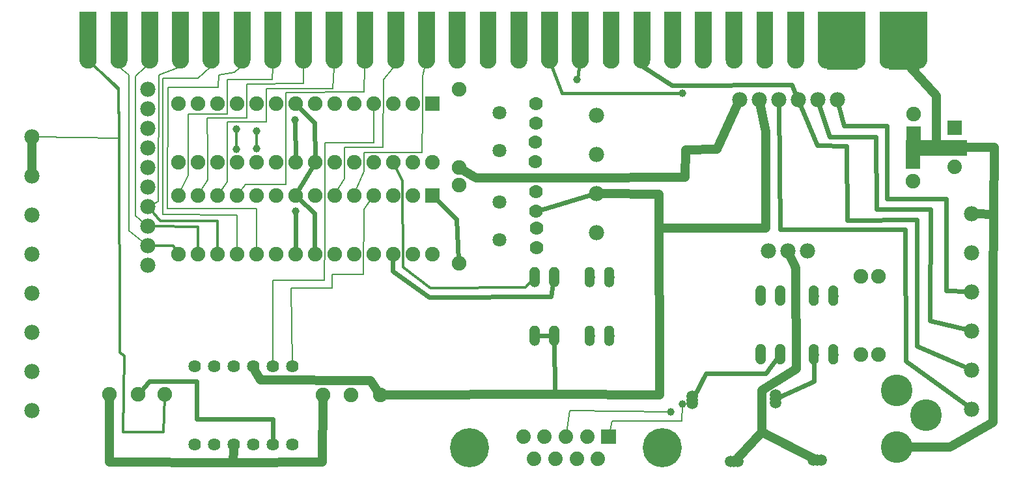
<source format=gbl>
G04 MADE WITH FRITZING*
G04 WWW.FRITZING.ORG*
G04 DOUBLE SIDED*
G04 HOLES PLATED*
G04 CONTOUR ON CENTER OF CONTOUR VECTOR*
%ASAXBY*%
%FSLAX23Y23*%
%MOIN*%
%OFA0B0*%
%SFA1.0B1.0*%
%ADD10C,0.052000*%
%ADD11C,0.075000*%
%ADD12C,0.039370*%
%ADD13C,0.078000*%
%ADD14C,0.074000*%
%ADD15C,0.200000*%
%ADD16C,0.070000*%
%ADD17C,0.064000*%
%ADD18C,0.075433*%
%ADD19C,0.162000*%
%ADD20C,0.070925*%
%ADD21C,0.070866*%
%ADD22C,0.059065*%
%ADD23R,0.314961X0.078740*%
%ADD24R,0.075000X0.075000*%
%ADD25C,0.048000*%
%ADD26C,0.024000*%
%ADD27C,0.008000*%
%ADD28C,0.012000*%
%ADD29C,0.016000*%
%ADD30R,0.001000X0.001000*%
%LNCOPPER0*%
G90*
G70*
G54D10*
X3003Y704D03*
X3103Y704D03*
X3103Y1004D03*
X3003Y1004D03*
X2721Y704D03*
X2821Y704D03*
X2821Y1004D03*
X2721Y1004D03*
G54D11*
X4482Y607D03*
X4482Y1007D03*
X4392Y607D03*
X4392Y1007D03*
G54D10*
X3878Y610D03*
X3978Y610D03*
X3978Y910D03*
X3878Y910D03*
X4150Y609D03*
X4250Y609D03*
X4250Y909D03*
X4150Y909D03*
G54D12*
X3478Y1944D03*
X3478Y354D03*
X1494Y1807D03*
G54D13*
X148Y1721D03*
X148Y1521D03*
X148Y1321D03*
X148Y1121D03*
X148Y921D03*
X148Y721D03*
X148Y521D03*
X148Y321D03*
G54D12*
X1297Y1661D03*
X1195Y1657D03*
X1297Y1751D03*
X1195Y1760D03*
X1498Y1342D03*
G54D13*
X4270Y1910D03*
X4170Y1910D03*
X4070Y1910D03*
X3970Y1910D03*
X3870Y1910D03*
X3770Y1910D03*
X4116Y1138D03*
X4016Y1138D03*
X3916Y1138D03*
G54D14*
X3100Y187D03*
X2991Y187D03*
X2881Y187D03*
X2772Y187D03*
X2663Y187D03*
X3045Y75D03*
X2936Y75D03*
X2827Y75D03*
X2718Y75D03*
G54D15*
X3374Y131D03*
X2389Y131D03*
G54D12*
X2939Y2015D03*
X3419Y314D03*
G54D16*
X2730Y1155D03*
X2730Y1255D03*
X2727Y1340D03*
X2727Y1440D03*
X2723Y1596D03*
X2723Y1696D03*
X2727Y1793D03*
X2727Y1893D03*
G54D13*
X4959Y1329D03*
X4959Y1129D03*
X4959Y929D03*
X4959Y729D03*
X4959Y529D03*
X4959Y329D03*
X3038Y1833D03*
X3038Y1633D03*
X3038Y1433D03*
X3038Y1233D03*
G54D11*
X4660Y1738D03*
X4660Y1838D03*
X4656Y1594D03*
X4656Y1494D03*
G54D17*
X1380Y147D03*
X1280Y147D03*
X1180Y147D03*
X1080Y147D03*
X980Y147D03*
X980Y547D03*
X1080Y547D03*
X1180Y547D03*
X1280Y547D03*
X1380Y547D03*
X1480Y547D03*
X1480Y147D03*
G54D18*
X827Y405D03*
X1931Y401D03*
X691Y405D03*
X1782Y401D03*
X545Y405D03*
X1636Y401D03*
G54D14*
X4872Y1767D03*
X4872Y1667D03*
X4872Y1567D03*
G54D19*
X4574Y424D03*
X4575Y136D03*
X4723Y299D03*
G54D11*
X2196Y1422D03*
X2196Y1122D03*
X2096Y1422D03*
X2096Y1122D03*
X1996Y1422D03*
X1996Y1122D03*
X1896Y1422D03*
X1896Y1122D03*
X1796Y1422D03*
X1796Y1122D03*
X1696Y1422D03*
X1696Y1122D03*
X1596Y1422D03*
X1596Y1122D03*
X1496Y1422D03*
X1496Y1122D03*
X1396Y1422D03*
X1396Y1122D03*
X1296Y1422D03*
X1296Y1122D03*
X1196Y1422D03*
X1196Y1122D03*
X1096Y1422D03*
X1096Y1122D03*
X996Y1422D03*
X996Y1122D03*
X896Y1422D03*
X896Y1122D03*
X2197Y1890D03*
X2197Y1590D03*
X2097Y1890D03*
X2097Y1590D03*
X1997Y1890D03*
X1997Y1590D03*
X1897Y1890D03*
X1897Y1590D03*
X1797Y1890D03*
X1797Y1590D03*
X1697Y1890D03*
X1697Y1590D03*
X1597Y1890D03*
X1597Y1590D03*
X1497Y1890D03*
X1497Y1590D03*
X1397Y1890D03*
X1397Y1590D03*
X1297Y1890D03*
X1297Y1590D03*
X1197Y1890D03*
X1197Y1590D03*
X1097Y1890D03*
X1097Y1590D03*
X997Y1890D03*
X997Y1590D03*
X897Y1890D03*
X897Y1590D03*
G54D20*
X2541Y1389D03*
G54D21*
X2542Y1196D03*
G54D20*
X2541Y1846D03*
G54D21*
X2542Y1653D03*
G54D11*
X2333Y1076D03*
X2333Y1476D03*
X2333Y1564D03*
X2333Y1964D03*
G54D13*
X742Y1064D03*
X742Y1164D03*
X742Y1264D03*
X742Y1364D03*
X742Y1464D03*
X742Y1564D03*
X742Y1664D03*
X742Y1764D03*
X742Y1864D03*
X742Y1964D03*
G54D22*
X3955Y401D03*
X3955Y362D03*
X3955Y381D03*
X4188Y67D03*
X4149Y67D03*
X4168Y67D03*
X3529Y396D03*
X3529Y357D03*
X3529Y376D03*
X3762Y61D03*
X3723Y61D03*
X3742Y61D03*
G54D23*
X4778Y1665D03*
G54D24*
X4660Y1738D03*
X4656Y1594D03*
X2196Y1422D03*
X2197Y1890D03*
G54D25*
X148Y1702D02*
X148Y1540D01*
D02*
X4611Y2114D02*
X4778Y1933D01*
D02*
X4569Y2114D02*
X4611Y2114D01*
D02*
X4254Y2114D02*
X4332Y2114D01*
D02*
X3356Y1429D02*
X3057Y1432D01*
G54D26*
D02*
X3019Y1427D02*
X2741Y1345D01*
G54D25*
D02*
X5072Y1325D02*
X4978Y1329D01*
G54D26*
D02*
X2805Y704D02*
X2737Y704D01*
D02*
X2825Y405D02*
X2821Y688D01*
D02*
X2805Y905D02*
X2182Y901D01*
D02*
X2182Y901D02*
X1994Y1035D01*
D02*
X1994Y1035D02*
X1995Y1104D01*
D02*
X2818Y988D02*
X2805Y905D01*
D02*
X3903Y510D02*
X3969Y597D01*
D02*
X3538Y394D02*
X3596Y512D01*
D02*
X3596Y512D02*
X3903Y510D01*
D02*
X4152Y472D02*
X4150Y593D01*
D02*
X3973Y390D02*
X4152Y472D01*
D02*
X4523Y1405D02*
X4829Y1405D01*
D02*
X4523Y1778D02*
X4523Y1405D01*
D02*
X4829Y1405D02*
X4829Y936D01*
D02*
X4305Y1779D02*
X4523Y1778D01*
D02*
X4829Y936D02*
X4940Y930D01*
D02*
X4275Y1892D02*
X4305Y1779D01*
D02*
X4746Y1350D02*
X4745Y783D01*
D02*
X4471Y1353D02*
X4746Y1350D01*
D02*
X4467Y1721D02*
X4471Y1353D01*
D02*
X4231Y1720D02*
X4467Y1721D01*
D02*
X4745Y783D02*
X4940Y734D01*
D02*
X4175Y1892D02*
X4231Y1720D01*
D02*
X4676Y1299D02*
X4676Y650D01*
D02*
X4321Y1294D02*
X4676Y1299D01*
D02*
X4316Y1676D02*
X4321Y1294D01*
D02*
X4168Y1677D02*
X4316Y1676D01*
D02*
X4676Y650D02*
X4941Y537D01*
D02*
X4077Y1892D02*
X4168Y1677D01*
D02*
X3979Y1247D02*
X4617Y1247D01*
D02*
X4617Y1247D02*
X4621Y574D01*
D02*
X4621Y574D02*
X4943Y341D01*
D02*
X3970Y1891D02*
X3979Y1247D01*
G54D27*
D02*
X590Y1716D02*
X167Y1721D01*
D02*
X589Y1961D02*
X590Y1716D01*
D02*
X475Y2074D02*
X589Y1961D01*
G54D26*
D02*
X1593Y1331D02*
X1508Y1410D01*
D02*
X1595Y1139D02*
X1593Y1331D01*
G54D25*
D02*
X4057Y1051D02*
X4024Y1121D01*
D02*
X4061Y535D02*
X4057Y1051D01*
D02*
X3885Y425D02*
X4061Y535D01*
D02*
X3883Y212D02*
X3885Y425D01*
D02*
X544Y58D02*
X1179Y54D01*
D02*
X1179Y54D02*
X1180Y127D01*
D02*
X545Y387D02*
X544Y58D01*
D02*
X1633Y58D02*
X1636Y383D01*
D02*
X1179Y54D02*
X1633Y58D01*
G54D27*
D02*
X3474Y267D02*
X3478Y346D01*
G54D25*
D02*
X3904Y1747D02*
X3873Y1891D01*
D02*
X3356Y1255D02*
X3905Y1255D01*
D02*
X3905Y1255D02*
X3904Y1747D01*
D02*
X3356Y1429D02*
X3356Y1255D01*
D02*
X3495Y1654D02*
X3655Y1657D01*
D02*
X3490Y1516D02*
X3495Y1654D01*
D02*
X2916Y1512D02*
X3490Y1516D01*
D02*
X2420Y1511D02*
X2916Y1512D01*
D02*
X3655Y1657D02*
X3762Y1893D01*
D02*
X2348Y1555D02*
X2420Y1511D01*
G54D27*
D02*
X2146Y1831D02*
X2144Y1642D01*
D02*
X2146Y2033D02*
X2146Y1831D01*
D02*
X2144Y1642D02*
X1847Y1642D01*
D02*
X1847Y1642D02*
X1846Y1546D01*
D02*
X1846Y1546D02*
X1802Y1438D01*
D02*
X2157Y2074D02*
X2146Y2033D01*
D02*
X1947Y2014D02*
X1945Y1668D01*
D02*
X1945Y1668D02*
X1747Y1668D01*
D02*
X1747Y1668D02*
X1746Y1507D01*
D02*
X1746Y1507D02*
X1704Y1437D01*
D02*
X1994Y2071D02*
X1947Y2014D01*
D02*
X1995Y2074D02*
X1994Y2071D01*
G54D26*
D02*
X1496Y1608D02*
X1494Y1799D01*
D02*
X2321Y1303D02*
X2208Y1410D01*
D02*
X2332Y1093D02*
X2321Y1303D01*
G54D27*
D02*
X1848Y1352D02*
X1886Y1407D01*
D02*
X1683Y949D02*
X1683Y1019D01*
D02*
X1683Y1019D02*
X1844Y1018D01*
D02*
X1844Y1018D02*
X1848Y1352D01*
D02*
X1474Y949D02*
X1683Y949D01*
D02*
X1480Y567D02*
X1474Y949D01*
G54D26*
D02*
X1382Y279D02*
X992Y279D01*
D02*
X992Y279D02*
X992Y472D01*
D02*
X992Y472D02*
X748Y472D01*
D02*
X748Y472D02*
X703Y418D01*
D02*
X1380Y167D02*
X1382Y279D01*
G54D25*
D02*
X1317Y477D02*
X1881Y474D01*
D02*
X1881Y474D02*
X1921Y416D01*
D02*
X1289Y529D02*
X1317Y477D01*
G54D27*
D02*
X1381Y988D02*
X1643Y988D01*
D02*
X1646Y1195D02*
X1647Y1537D01*
D02*
X1643Y988D02*
X1646Y1195D01*
D02*
X1647Y1537D02*
X1647Y1690D01*
D02*
X1896Y1692D02*
X1897Y1873D01*
D02*
X1647Y1690D02*
X1896Y1692D01*
D02*
X1380Y567D02*
X1381Y988D01*
G54D26*
D02*
X1588Y1575D02*
X1505Y1437D01*
G54D25*
D02*
X2825Y405D02*
X1949Y401D01*
D02*
X3361Y401D02*
X2825Y405D01*
D02*
X3356Y1429D02*
X3361Y401D01*
G54D27*
D02*
X1848Y1950D02*
X1446Y1948D01*
D02*
X1446Y1948D02*
X1446Y1623D01*
D02*
X1240Y1478D02*
X1206Y1435D01*
D02*
X1446Y1623D02*
X1446Y1478D01*
D02*
X1446Y1478D02*
X1240Y1478D01*
D02*
X1851Y2074D02*
X1848Y1950D01*
D02*
X1687Y1968D02*
X1347Y1969D01*
D02*
X1347Y1969D02*
X1346Y1797D01*
D02*
X1346Y1797D02*
X1148Y1798D01*
D02*
X1148Y1798D02*
X1146Y1492D01*
D02*
X1146Y1492D02*
X1106Y1436D01*
D02*
X1693Y2074D02*
X1687Y1968D01*
D02*
X1047Y1651D02*
X1046Y1503D01*
D02*
X1045Y1818D02*
X1047Y1651D01*
D02*
X1539Y1994D02*
X1247Y1993D01*
D02*
X1247Y1993D02*
X1246Y1818D01*
D02*
X1246Y1818D02*
X1045Y1818D01*
D02*
X1046Y1503D02*
X1005Y1436D01*
D02*
X1538Y2074D02*
X1539Y1994D01*
D02*
X1147Y1838D02*
X947Y1838D01*
D02*
X1379Y2015D02*
X1148Y2015D01*
D02*
X1148Y2015D02*
X1147Y1838D01*
D02*
X947Y1838D02*
X946Y1526D01*
D02*
X946Y1526D02*
X903Y1437D01*
D02*
X1380Y2074D02*
X1379Y2015D01*
G54D25*
D02*
X5072Y1325D02*
X5066Y953D01*
D02*
X5073Y1668D02*
X5072Y1325D01*
D02*
X5066Y953D02*
X5066Y260D01*
D02*
X5066Y260D02*
X4849Y136D01*
D02*
X4849Y136D02*
X4634Y136D01*
D02*
X4892Y1667D02*
X5073Y1668D01*
D02*
X4778Y1699D02*
X4778Y1933D01*
G54D27*
D02*
X1183Y2050D02*
X1104Y2039D01*
D02*
X1100Y1976D02*
X843Y1975D01*
D02*
X1211Y2074D02*
X1183Y2050D01*
D02*
X1104Y2039D02*
X1100Y1976D01*
D02*
X843Y1975D02*
X842Y1356D01*
D02*
X842Y1356D02*
X1297Y1354D01*
D02*
X1297Y1354D02*
X1296Y1139D01*
D02*
X1211Y2074D02*
X1211Y2074D01*
D02*
X998Y2023D02*
X818Y2020D01*
D02*
X818Y2020D02*
X818Y1325D01*
D02*
X818Y1325D02*
X1199Y1322D01*
D02*
X1199Y1322D02*
X1196Y1139D01*
D02*
X1061Y2078D02*
X998Y2023D01*
D02*
X1065Y2216D02*
X1061Y2078D01*
D02*
X895Y2075D02*
X797Y2037D01*
D02*
X797Y2037D02*
X795Y1391D01*
D02*
X795Y1391D02*
X759Y1373D01*
D02*
X908Y2216D02*
X895Y2075D01*
D02*
X726Y2078D02*
X679Y2031D01*
D02*
X679Y2031D02*
X679Y1318D01*
D02*
X679Y1318D02*
X728Y1276D01*
D02*
X750Y2216D02*
X726Y2078D01*
D02*
X644Y2039D02*
X644Y1243D01*
D02*
X644Y1243D02*
X727Y1176D01*
D02*
X593Y2078D02*
X644Y2039D01*
D02*
X593Y2216D02*
X593Y2078D01*
G54D28*
D02*
X803Y1293D02*
X1097Y1291D01*
D02*
X1097Y1291D02*
X1096Y1139D01*
D02*
X755Y1350D02*
X803Y1293D01*
D02*
X996Y1263D02*
X996Y1139D01*
D02*
X761Y1264D02*
X996Y1263D01*
D02*
X872Y1165D02*
X887Y1137D01*
D02*
X761Y1164D02*
X872Y1165D01*
D02*
X1297Y1744D02*
X1297Y1669D01*
D02*
X1195Y1752D02*
X1195Y1665D01*
G54D26*
D02*
X1496Y1139D02*
X1498Y1334D01*
G54D28*
D02*
X596Y617D02*
X620Y601D01*
D02*
X620Y601D02*
X614Y213D01*
D02*
X593Y1736D02*
X596Y617D01*
D02*
X592Y1972D02*
X593Y1736D01*
D02*
X614Y213D02*
X822Y211D01*
D02*
X822Y211D02*
X826Y388D01*
D02*
X427Y2118D02*
X592Y1972D01*
D02*
X435Y2216D02*
X427Y2118D01*
D02*
X2675Y953D02*
X2188Y949D01*
D02*
X2710Y992D02*
X2675Y953D01*
D02*
X2188Y949D02*
X2046Y1054D01*
D02*
X2046Y1054D02*
X2045Y1498D01*
D02*
X2045Y1498D02*
X2005Y1575D01*
G54D26*
D02*
X4037Y1987D02*
X3424Y1984D01*
D02*
X3274Y2082D02*
X3270Y2216D01*
D02*
X3424Y1984D02*
X3274Y2082D01*
D02*
X4062Y1927D02*
X4037Y1987D01*
G54D29*
D02*
X2860Y1944D02*
X2812Y2074D01*
D02*
X3471Y1944D02*
X2860Y1944D01*
G54D27*
D02*
X3119Y268D02*
X3474Y267D01*
D02*
X3104Y206D02*
X3119Y268D01*
G54D29*
D02*
X2940Y2023D02*
X2949Y2074D01*
G54D27*
D02*
X2901Y323D02*
X3412Y315D01*
D02*
X2884Y207D02*
X2901Y323D01*
G54D26*
D02*
X1594Y1795D02*
X1509Y1878D01*
D02*
X1596Y1608D02*
X1594Y1795D01*
G54D25*
D02*
X3883Y212D02*
X4151Y75D01*
D02*
X3883Y212D02*
X3756Y76D01*
G54D30*
X393Y2362D02*
X478Y2362D01*
X551Y2362D02*
X635Y2362D01*
X708Y2362D02*
X793Y2362D01*
X866Y2362D02*
X950Y2362D01*
X1023Y2362D02*
X1108Y2362D01*
X1181Y2362D02*
X1265Y2362D01*
X1338Y2362D02*
X1423Y2362D01*
X1495Y2362D02*
X1580Y2362D01*
X1653Y2362D02*
X1738Y2362D01*
X1810Y2362D02*
X1895Y2362D01*
X1968Y2362D02*
X2053Y2362D01*
X2125Y2362D02*
X2210Y2362D01*
X2283Y2362D02*
X2367Y2362D01*
X2440Y2362D02*
X2525Y2362D01*
X2598Y2362D02*
X2682Y2362D01*
X2755Y2362D02*
X2840Y2362D01*
X2913Y2362D02*
X2997Y2362D01*
X3070Y2362D02*
X3155Y2362D01*
X3227Y2362D02*
X3312Y2362D01*
X3385Y2362D02*
X3470Y2362D01*
X3542Y2362D02*
X3627Y2362D01*
X3700Y2362D02*
X3785Y2362D01*
X3857Y2362D02*
X3942Y2362D01*
X4015Y2362D02*
X4099Y2362D01*
X4172Y2362D02*
X4414Y2362D01*
X4487Y2362D02*
X4729Y2362D01*
X393Y2361D02*
X478Y2361D01*
X550Y2361D02*
X636Y2361D01*
X708Y2361D02*
X793Y2361D01*
X865Y2361D02*
X951Y2361D01*
X1023Y2361D02*
X1108Y2361D01*
X1180Y2361D02*
X1266Y2361D01*
X1338Y2361D02*
X1423Y2361D01*
X1495Y2361D02*
X1581Y2361D01*
X1652Y2361D02*
X1738Y2361D01*
X1810Y2361D02*
X1895Y2361D01*
X1967Y2361D02*
X2053Y2361D01*
X2125Y2361D02*
X2210Y2361D01*
X2282Y2361D02*
X2368Y2361D01*
X2440Y2361D02*
X2525Y2361D01*
X2597Y2361D02*
X2683Y2361D01*
X2755Y2361D02*
X2840Y2361D01*
X2912Y2361D02*
X2998Y2361D01*
X3070Y2361D02*
X3155Y2361D01*
X3227Y2361D02*
X3313Y2361D01*
X3384Y2361D02*
X3470Y2361D01*
X3542Y2361D02*
X3627Y2361D01*
X3699Y2361D02*
X3785Y2361D01*
X3857Y2361D02*
X3942Y2361D01*
X4014Y2361D02*
X4100Y2361D01*
X4172Y2361D02*
X4415Y2361D01*
X4487Y2361D02*
X4730Y2361D01*
X393Y2360D02*
X478Y2360D01*
X550Y2360D02*
X636Y2360D01*
X708Y2360D02*
X793Y2360D01*
X865Y2360D02*
X951Y2360D01*
X1023Y2360D02*
X1108Y2360D01*
X1180Y2360D02*
X1266Y2360D01*
X1338Y2360D02*
X1423Y2360D01*
X1495Y2360D02*
X1581Y2360D01*
X1652Y2360D02*
X1738Y2360D01*
X1810Y2360D02*
X1895Y2360D01*
X1967Y2360D02*
X2053Y2360D01*
X2125Y2360D02*
X2210Y2360D01*
X2282Y2360D02*
X2368Y2360D01*
X2440Y2360D02*
X2525Y2360D01*
X2597Y2360D02*
X2683Y2360D01*
X2755Y2360D02*
X2840Y2360D01*
X2912Y2360D02*
X2998Y2360D01*
X3070Y2360D02*
X3155Y2360D01*
X3227Y2360D02*
X3313Y2360D01*
X3384Y2360D02*
X3470Y2360D01*
X3542Y2360D02*
X3627Y2360D01*
X3699Y2360D02*
X3785Y2360D01*
X3857Y2360D02*
X3942Y2360D01*
X4014Y2360D02*
X4100Y2360D01*
X4172Y2360D02*
X4415Y2360D01*
X4487Y2360D02*
X4730Y2360D01*
X393Y2359D02*
X478Y2359D01*
X550Y2359D02*
X636Y2359D01*
X708Y2359D02*
X793Y2359D01*
X865Y2359D02*
X951Y2359D01*
X1023Y2359D02*
X1108Y2359D01*
X1180Y2359D02*
X1266Y2359D01*
X1338Y2359D02*
X1423Y2359D01*
X1495Y2359D02*
X1581Y2359D01*
X1652Y2359D02*
X1738Y2359D01*
X1810Y2359D02*
X1895Y2359D01*
X1967Y2359D02*
X2053Y2359D01*
X2125Y2359D02*
X2210Y2359D01*
X2282Y2359D02*
X2368Y2359D01*
X2440Y2359D02*
X2525Y2359D01*
X2597Y2359D02*
X2683Y2359D01*
X2755Y2359D02*
X2840Y2359D01*
X2912Y2359D02*
X2998Y2359D01*
X3070Y2359D02*
X3155Y2359D01*
X3227Y2359D02*
X3313Y2359D01*
X3384Y2359D02*
X3470Y2359D01*
X3542Y2359D02*
X3627Y2359D01*
X3699Y2359D02*
X3785Y2359D01*
X3857Y2359D02*
X3942Y2359D01*
X4014Y2359D02*
X4100Y2359D01*
X4172Y2359D02*
X4415Y2359D01*
X4487Y2359D02*
X4730Y2359D01*
X393Y2358D02*
X478Y2358D01*
X550Y2358D02*
X636Y2358D01*
X708Y2358D02*
X793Y2358D01*
X865Y2358D02*
X951Y2358D01*
X1023Y2358D02*
X1108Y2358D01*
X1180Y2358D02*
X1266Y2358D01*
X1338Y2358D02*
X1423Y2358D01*
X1495Y2358D02*
X1581Y2358D01*
X1652Y2358D02*
X1738Y2358D01*
X1810Y2358D02*
X1895Y2358D01*
X1967Y2358D02*
X2053Y2358D01*
X2125Y2358D02*
X2210Y2358D01*
X2282Y2358D02*
X2368Y2358D01*
X2440Y2358D02*
X2525Y2358D01*
X2597Y2358D02*
X2683Y2358D01*
X2755Y2358D02*
X2840Y2358D01*
X2912Y2358D02*
X2998Y2358D01*
X3070Y2358D02*
X3155Y2358D01*
X3227Y2358D02*
X3313Y2358D01*
X3384Y2358D02*
X3470Y2358D01*
X3542Y2358D02*
X3627Y2358D01*
X3699Y2358D02*
X3785Y2358D01*
X3857Y2358D02*
X3942Y2358D01*
X4014Y2358D02*
X4100Y2358D01*
X4172Y2358D02*
X4415Y2358D01*
X4487Y2358D02*
X4730Y2358D01*
X393Y2357D02*
X478Y2357D01*
X550Y2357D02*
X636Y2357D01*
X708Y2357D02*
X793Y2357D01*
X865Y2357D02*
X951Y2357D01*
X1023Y2357D02*
X1108Y2357D01*
X1180Y2357D02*
X1266Y2357D01*
X1338Y2357D02*
X1423Y2357D01*
X1495Y2357D02*
X1581Y2357D01*
X1652Y2357D02*
X1738Y2357D01*
X1810Y2357D02*
X1895Y2357D01*
X1967Y2357D02*
X2053Y2357D01*
X2125Y2357D02*
X2210Y2357D01*
X2282Y2357D02*
X2368Y2357D01*
X2440Y2357D02*
X2525Y2357D01*
X2597Y2357D02*
X2683Y2357D01*
X2755Y2357D02*
X2840Y2357D01*
X2912Y2357D02*
X2998Y2357D01*
X3070Y2357D02*
X3155Y2357D01*
X3227Y2357D02*
X3313Y2357D01*
X3384Y2357D02*
X3470Y2357D01*
X3542Y2357D02*
X3627Y2357D01*
X3699Y2357D02*
X3785Y2357D01*
X3857Y2357D02*
X3942Y2357D01*
X4014Y2357D02*
X4100Y2357D01*
X4172Y2357D02*
X4415Y2357D01*
X4487Y2357D02*
X4730Y2357D01*
X393Y2356D02*
X478Y2356D01*
X550Y2356D02*
X636Y2356D01*
X708Y2356D02*
X793Y2356D01*
X865Y2356D02*
X951Y2356D01*
X1023Y2356D02*
X1108Y2356D01*
X1180Y2356D02*
X1266Y2356D01*
X1338Y2356D02*
X1423Y2356D01*
X1495Y2356D02*
X1581Y2356D01*
X1652Y2356D02*
X1738Y2356D01*
X1810Y2356D02*
X1895Y2356D01*
X1967Y2356D02*
X2053Y2356D01*
X2125Y2356D02*
X2210Y2356D01*
X2282Y2356D02*
X2368Y2356D01*
X2440Y2356D02*
X2525Y2356D01*
X2597Y2356D02*
X2683Y2356D01*
X2755Y2356D02*
X2840Y2356D01*
X2912Y2356D02*
X2998Y2356D01*
X3070Y2356D02*
X3155Y2356D01*
X3227Y2356D02*
X3313Y2356D01*
X3384Y2356D02*
X3470Y2356D01*
X3542Y2356D02*
X3627Y2356D01*
X3699Y2356D02*
X3785Y2356D01*
X3857Y2356D02*
X3942Y2356D01*
X4014Y2356D02*
X4100Y2356D01*
X4172Y2356D02*
X4415Y2356D01*
X4487Y2356D02*
X4730Y2356D01*
X393Y2355D02*
X478Y2355D01*
X550Y2355D02*
X636Y2355D01*
X708Y2355D02*
X793Y2355D01*
X865Y2355D02*
X951Y2355D01*
X1023Y2355D02*
X1108Y2355D01*
X1180Y2355D02*
X1266Y2355D01*
X1338Y2355D02*
X1423Y2355D01*
X1495Y2355D02*
X1581Y2355D01*
X1652Y2355D02*
X1738Y2355D01*
X1810Y2355D02*
X1895Y2355D01*
X1967Y2355D02*
X2053Y2355D01*
X2125Y2355D02*
X2210Y2355D01*
X2282Y2355D02*
X2368Y2355D01*
X2440Y2355D02*
X2525Y2355D01*
X2597Y2355D02*
X2683Y2355D01*
X2755Y2355D02*
X2840Y2355D01*
X2912Y2355D02*
X2998Y2355D01*
X3070Y2355D02*
X3155Y2355D01*
X3227Y2355D02*
X3313Y2355D01*
X3384Y2355D02*
X3470Y2355D01*
X3542Y2355D02*
X3627Y2355D01*
X3699Y2355D02*
X3785Y2355D01*
X3857Y2355D02*
X3942Y2355D01*
X4014Y2355D02*
X4100Y2355D01*
X4172Y2355D02*
X4415Y2355D01*
X4487Y2355D02*
X4730Y2355D01*
X393Y2354D02*
X478Y2354D01*
X550Y2354D02*
X636Y2354D01*
X708Y2354D02*
X793Y2354D01*
X865Y2354D02*
X951Y2354D01*
X1023Y2354D02*
X1108Y2354D01*
X1180Y2354D02*
X1266Y2354D01*
X1338Y2354D02*
X1423Y2354D01*
X1495Y2354D02*
X1581Y2354D01*
X1652Y2354D02*
X1738Y2354D01*
X1810Y2354D02*
X1895Y2354D01*
X1967Y2354D02*
X2053Y2354D01*
X2125Y2354D02*
X2210Y2354D01*
X2282Y2354D02*
X2368Y2354D01*
X2440Y2354D02*
X2525Y2354D01*
X2597Y2354D02*
X2683Y2354D01*
X2755Y2354D02*
X2840Y2354D01*
X2912Y2354D02*
X2998Y2354D01*
X3070Y2354D02*
X3155Y2354D01*
X3227Y2354D02*
X3313Y2354D01*
X3384Y2354D02*
X3470Y2354D01*
X3542Y2354D02*
X3627Y2354D01*
X3699Y2354D02*
X3785Y2354D01*
X3857Y2354D02*
X3942Y2354D01*
X4014Y2354D02*
X4100Y2354D01*
X4172Y2354D02*
X4415Y2354D01*
X4487Y2354D02*
X4730Y2354D01*
X393Y2353D02*
X478Y2353D01*
X550Y2353D02*
X636Y2353D01*
X708Y2353D02*
X793Y2353D01*
X865Y2353D02*
X951Y2353D01*
X1023Y2353D02*
X1108Y2353D01*
X1180Y2353D02*
X1266Y2353D01*
X1338Y2353D02*
X1423Y2353D01*
X1495Y2353D02*
X1581Y2353D01*
X1652Y2353D02*
X1738Y2353D01*
X1810Y2353D02*
X1895Y2353D01*
X1967Y2353D02*
X2053Y2353D01*
X2125Y2353D02*
X2210Y2353D01*
X2282Y2353D02*
X2368Y2353D01*
X2440Y2353D02*
X2525Y2353D01*
X2597Y2353D02*
X2683Y2353D01*
X2755Y2353D02*
X2840Y2353D01*
X2912Y2353D02*
X2998Y2353D01*
X3070Y2353D02*
X3155Y2353D01*
X3227Y2353D02*
X3313Y2353D01*
X3384Y2353D02*
X3470Y2353D01*
X3542Y2353D02*
X3627Y2353D01*
X3699Y2353D02*
X3785Y2353D01*
X3857Y2353D02*
X3942Y2353D01*
X4014Y2353D02*
X4100Y2353D01*
X4172Y2353D02*
X4415Y2353D01*
X4487Y2353D02*
X4730Y2353D01*
X393Y2352D02*
X478Y2352D01*
X550Y2352D02*
X636Y2352D01*
X708Y2352D02*
X793Y2352D01*
X865Y2352D02*
X951Y2352D01*
X1023Y2352D02*
X1108Y2352D01*
X1180Y2352D02*
X1266Y2352D01*
X1338Y2352D02*
X1423Y2352D01*
X1495Y2352D02*
X1581Y2352D01*
X1652Y2352D02*
X1738Y2352D01*
X1810Y2352D02*
X1895Y2352D01*
X1967Y2352D02*
X2053Y2352D01*
X2125Y2352D02*
X2210Y2352D01*
X2282Y2352D02*
X2368Y2352D01*
X2440Y2352D02*
X2525Y2352D01*
X2597Y2352D02*
X2683Y2352D01*
X2755Y2352D02*
X2840Y2352D01*
X2912Y2352D02*
X2998Y2352D01*
X3070Y2352D02*
X3155Y2352D01*
X3227Y2352D02*
X3313Y2352D01*
X3384Y2352D02*
X3470Y2352D01*
X3542Y2352D02*
X3627Y2352D01*
X3699Y2352D02*
X3785Y2352D01*
X3857Y2352D02*
X3942Y2352D01*
X4014Y2352D02*
X4100Y2352D01*
X4172Y2352D02*
X4415Y2352D01*
X4487Y2352D02*
X4730Y2352D01*
X393Y2351D02*
X478Y2351D01*
X550Y2351D02*
X636Y2351D01*
X708Y2351D02*
X793Y2351D01*
X865Y2351D02*
X951Y2351D01*
X1023Y2351D02*
X1108Y2351D01*
X1180Y2351D02*
X1266Y2351D01*
X1338Y2351D02*
X1423Y2351D01*
X1495Y2351D02*
X1581Y2351D01*
X1652Y2351D02*
X1738Y2351D01*
X1810Y2351D02*
X1895Y2351D01*
X1967Y2351D02*
X2053Y2351D01*
X2125Y2351D02*
X2210Y2351D01*
X2282Y2351D02*
X2368Y2351D01*
X2440Y2351D02*
X2525Y2351D01*
X2597Y2351D02*
X2683Y2351D01*
X2755Y2351D02*
X2840Y2351D01*
X2912Y2351D02*
X2998Y2351D01*
X3070Y2351D02*
X3155Y2351D01*
X3227Y2351D02*
X3313Y2351D01*
X3384Y2351D02*
X3470Y2351D01*
X3542Y2351D02*
X3627Y2351D01*
X3699Y2351D02*
X3785Y2351D01*
X3857Y2351D02*
X3942Y2351D01*
X4014Y2351D02*
X4100Y2351D01*
X4172Y2351D02*
X4415Y2351D01*
X4487Y2351D02*
X4730Y2351D01*
X393Y2350D02*
X478Y2350D01*
X550Y2350D02*
X636Y2350D01*
X708Y2350D02*
X793Y2350D01*
X865Y2350D02*
X951Y2350D01*
X1023Y2350D02*
X1108Y2350D01*
X1180Y2350D02*
X1266Y2350D01*
X1338Y2350D02*
X1423Y2350D01*
X1495Y2350D02*
X1581Y2350D01*
X1652Y2350D02*
X1738Y2350D01*
X1810Y2350D02*
X1895Y2350D01*
X1967Y2350D02*
X2053Y2350D01*
X2125Y2350D02*
X2210Y2350D01*
X2282Y2350D02*
X2368Y2350D01*
X2440Y2350D02*
X2525Y2350D01*
X2597Y2350D02*
X2683Y2350D01*
X2755Y2350D02*
X2840Y2350D01*
X2912Y2350D02*
X2998Y2350D01*
X3070Y2350D02*
X3155Y2350D01*
X3227Y2350D02*
X3313Y2350D01*
X3384Y2350D02*
X3470Y2350D01*
X3542Y2350D02*
X3627Y2350D01*
X3699Y2350D02*
X3785Y2350D01*
X3857Y2350D02*
X3942Y2350D01*
X4014Y2350D02*
X4100Y2350D01*
X4172Y2350D02*
X4415Y2350D01*
X4487Y2350D02*
X4730Y2350D01*
X393Y2349D02*
X478Y2349D01*
X550Y2349D02*
X636Y2349D01*
X708Y2349D02*
X793Y2349D01*
X865Y2349D02*
X951Y2349D01*
X1023Y2349D02*
X1108Y2349D01*
X1180Y2349D02*
X1266Y2349D01*
X1338Y2349D02*
X1423Y2349D01*
X1495Y2349D02*
X1581Y2349D01*
X1652Y2349D02*
X1738Y2349D01*
X1810Y2349D02*
X1895Y2349D01*
X1967Y2349D02*
X2053Y2349D01*
X2125Y2349D02*
X2210Y2349D01*
X2282Y2349D02*
X2368Y2349D01*
X2440Y2349D02*
X2525Y2349D01*
X2597Y2349D02*
X2683Y2349D01*
X2755Y2349D02*
X2840Y2349D01*
X2912Y2349D02*
X2998Y2349D01*
X3070Y2349D02*
X3155Y2349D01*
X3227Y2349D02*
X3313Y2349D01*
X3384Y2349D02*
X3470Y2349D01*
X3542Y2349D02*
X3627Y2349D01*
X3699Y2349D02*
X3785Y2349D01*
X3857Y2349D02*
X3942Y2349D01*
X4014Y2349D02*
X4100Y2349D01*
X4172Y2349D02*
X4415Y2349D01*
X4487Y2349D02*
X4730Y2349D01*
X393Y2348D02*
X478Y2348D01*
X550Y2348D02*
X636Y2348D01*
X708Y2348D02*
X793Y2348D01*
X865Y2348D02*
X951Y2348D01*
X1023Y2348D02*
X1108Y2348D01*
X1180Y2348D02*
X1266Y2348D01*
X1338Y2348D02*
X1423Y2348D01*
X1495Y2348D02*
X1581Y2348D01*
X1652Y2348D02*
X1738Y2348D01*
X1810Y2348D02*
X1895Y2348D01*
X1967Y2348D02*
X2053Y2348D01*
X2125Y2348D02*
X2210Y2348D01*
X2282Y2348D02*
X2368Y2348D01*
X2440Y2348D02*
X2525Y2348D01*
X2597Y2348D02*
X2683Y2348D01*
X2755Y2348D02*
X2840Y2348D01*
X2912Y2348D02*
X2998Y2348D01*
X3070Y2348D02*
X3155Y2348D01*
X3227Y2348D02*
X3313Y2348D01*
X3384Y2348D02*
X3470Y2348D01*
X3542Y2348D02*
X3627Y2348D01*
X3699Y2348D02*
X3785Y2348D01*
X3857Y2348D02*
X3942Y2348D01*
X4014Y2348D02*
X4100Y2348D01*
X4172Y2348D02*
X4415Y2348D01*
X4487Y2348D02*
X4730Y2348D01*
X393Y2347D02*
X478Y2347D01*
X550Y2347D02*
X636Y2347D01*
X708Y2347D02*
X793Y2347D01*
X865Y2347D02*
X951Y2347D01*
X1023Y2347D02*
X1108Y2347D01*
X1180Y2347D02*
X1266Y2347D01*
X1338Y2347D02*
X1423Y2347D01*
X1495Y2347D02*
X1581Y2347D01*
X1652Y2347D02*
X1738Y2347D01*
X1810Y2347D02*
X1895Y2347D01*
X1967Y2347D02*
X2053Y2347D01*
X2125Y2347D02*
X2210Y2347D01*
X2282Y2347D02*
X2368Y2347D01*
X2440Y2347D02*
X2525Y2347D01*
X2597Y2347D02*
X2683Y2347D01*
X2755Y2347D02*
X2840Y2347D01*
X2912Y2347D02*
X2998Y2347D01*
X3070Y2347D02*
X3155Y2347D01*
X3227Y2347D02*
X3313Y2347D01*
X3384Y2347D02*
X3470Y2347D01*
X3542Y2347D02*
X3627Y2347D01*
X3699Y2347D02*
X3785Y2347D01*
X3857Y2347D02*
X3942Y2347D01*
X4014Y2347D02*
X4100Y2347D01*
X4172Y2347D02*
X4415Y2347D01*
X4487Y2347D02*
X4730Y2347D01*
X393Y2346D02*
X478Y2346D01*
X550Y2346D02*
X636Y2346D01*
X708Y2346D02*
X793Y2346D01*
X865Y2346D02*
X951Y2346D01*
X1023Y2346D02*
X1108Y2346D01*
X1180Y2346D02*
X1266Y2346D01*
X1338Y2346D02*
X1423Y2346D01*
X1495Y2346D02*
X1581Y2346D01*
X1652Y2346D02*
X1738Y2346D01*
X1810Y2346D02*
X1895Y2346D01*
X1967Y2346D02*
X2053Y2346D01*
X2125Y2346D02*
X2210Y2346D01*
X2282Y2346D02*
X2368Y2346D01*
X2440Y2346D02*
X2525Y2346D01*
X2597Y2346D02*
X2683Y2346D01*
X2755Y2346D02*
X2840Y2346D01*
X2912Y2346D02*
X2998Y2346D01*
X3070Y2346D02*
X3155Y2346D01*
X3227Y2346D02*
X3313Y2346D01*
X3384Y2346D02*
X3470Y2346D01*
X3542Y2346D02*
X3627Y2346D01*
X3699Y2346D02*
X3785Y2346D01*
X3857Y2346D02*
X3942Y2346D01*
X4014Y2346D02*
X4100Y2346D01*
X4172Y2346D02*
X4415Y2346D01*
X4487Y2346D02*
X4730Y2346D01*
X393Y2345D02*
X478Y2345D01*
X550Y2345D02*
X636Y2345D01*
X708Y2345D02*
X793Y2345D01*
X865Y2345D02*
X951Y2345D01*
X1023Y2345D02*
X1108Y2345D01*
X1180Y2345D02*
X1266Y2345D01*
X1338Y2345D02*
X1423Y2345D01*
X1495Y2345D02*
X1581Y2345D01*
X1652Y2345D02*
X1738Y2345D01*
X1810Y2345D02*
X1895Y2345D01*
X1967Y2345D02*
X2053Y2345D01*
X2125Y2345D02*
X2210Y2345D01*
X2282Y2345D02*
X2368Y2345D01*
X2440Y2345D02*
X2525Y2345D01*
X2597Y2345D02*
X2683Y2345D01*
X2755Y2345D02*
X2840Y2345D01*
X2912Y2345D02*
X2998Y2345D01*
X3070Y2345D02*
X3155Y2345D01*
X3227Y2345D02*
X3313Y2345D01*
X3384Y2345D02*
X3470Y2345D01*
X3542Y2345D02*
X3627Y2345D01*
X3699Y2345D02*
X3785Y2345D01*
X3857Y2345D02*
X3942Y2345D01*
X4014Y2345D02*
X4100Y2345D01*
X4172Y2345D02*
X4415Y2345D01*
X4487Y2345D02*
X4730Y2345D01*
X393Y2344D02*
X478Y2344D01*
X550Y2344D02*
X636Y2344D01*
X708Y2344D02*
X793Y2344D01*
X865Y2344D02*
X951Y2344D01*
X1023Y2344D02*
X1108Y2344D01*
X1180Y2344D02*
X1266Y2344D01*
X1338Y2344D02*
X1423Y2344D01*
X1495Y2344D02*
X1581Y2344D01*
X1652Y2344D02*
X1738Y2344D01*
X1810Y2344D02*
X1895Y2344D01*
X1967Y2344D02*
X2053Y2344D01*
X2125Y2344D02*
X2210Y2344D01*
X2282Y2344D02*
X2368Y2344D01*
X2440Y2344D02*
X2525Y2344D01*
X2597Y2344D02*
X2683Y2344D01*
X2755Y2344D02*
X2840Y2344D01*
X2912Y2344D02*
X2998Y2344D01*
X3070Y2344D02*
X3155Y2344D01*
X3227Y2344D02*
X3313Y2344D01*
X3384Y2344D02*
X3470Y2344D01*
X3542Y2344D02*
X3627Y2344D01*
X3699Y2344D02*
X3785Y2344D01*
X3857Y2344D02*
X3942Y2344D01*
X4014Y2344D02*
X4100Y2344D01*
X4172Y2344D02*
X4415Y2344D01*
X4487Y2344D02*
X4730Y2344D01*
X393Y2343D02*
X478Y2343D01*
X550Y2343D02*
X636Y2343D01*
X708Y2343D02*
X793Y2343D01*
X865Y2343D02*
X951Y2343D01*
X1023Y2343D02*
X1108Y2343D01*
X1180Y2343D02*
X1266Y2343D01*
X1338Y2343D02*
X1423Y2343D01*
X1495Y2343D02*
X1581Y2343D01*
X1652Y2343D02*
X1738Y2343D01*
X1810Y2343D02*
X1895Y2343D01*
X1967Y2343D02*
X2053Y2343D01*
X2125Y2343D02*
X2210Y2343D01*
X2282Y2343D02*
X2368Y2343D01*
X2440Y2343D02*
X2525Y2343D01*
X2597Y2343D02*
X2683Y2343D01*
X2755Y2343D02*
X2840Y2343D01*
X2912Y2343D02*
X2998Y2343D01*
X3070Y2343D02*
X3155Y2343D01*
X3227Y2343D02*
X3313Y2343D01*
X3384Y2343D02*
X3470Y2343D01*
X3542Y2343D02*
X3627Y2343D01*
X3699Y2343D02*
X3785Y2343D01*
X3857Y2343D02*
X3942Y2343D01*
X4014Y2343D02*
X4100Y2343D01*
X4172Y2343D02*
X4415Y2343D01*
X4487Y2343D02*
X4730Y2343D01*
X393Y2342D02*
X478Y2342D01*
X550Y2342D02*
X636Y2342D01*
X708Y2342D02*
X793Y2342D01*
X865Y2342D02*
X951Y2342D01*
X1023Y2342D02*
X1108Y2342D01*
X1180Y2342D02*
X1266Y2342D01*
X1338Y2342D02*
X1423Y2342D01*
X1495Y2342D02*
X1581Y2342D01*
X1652Y2342D02*
X1738Y2342D01*
X1810Y2342D02*
X1895Y2342D01*
X1967Y2342D02*
X2053Y2342D01*
X2125Y2342D02*
X2210Y2342D01*
X2282Y2342D02*
X2368Y2342D01*
X2440Y2342D02*
X2525Y2342D01*
X2597Y2342D02*
X2683Y2342D01*
X2755Y2342D02*
X2840Y2342D01*
X2912Y2342D02*
X2998Y2342D01*
X3070Y2342D02*
X3155Y2342D01*
X3227Y2342D02*
X3313Y2342D01*
X3384Y2342D02*
X3470Y2342D01*
X3542Y2342D02*
X3627Y2342D01*
X3699Y2342D02*
X3785Y2342D01*
X3857Y2342D02*
X3942Y2342D01*
X4014Y2342D02*
X4100Y2342D01*
X4172Y2342D02*
X4415Y2342D01*
X4487Y2342D02*
X4730Y2342D01*
X393Y2341D02*
X478Y2341D01*
X550Y2341D02*
X636Y2341D01*
X708Y2341D02*
X793Y2341D01*
X865Y2341D02*
X951Y2341D01*
X1023Y2341D02*
X1108Y2341D01*
X1180Y2341D02*
X1266Y2341D01*
X1338Y2341D02*
X1423Y2341D01*
X1495Y2341D02*
X1581Y2341D01*
X1652Y2341D02*
X1738Y2341D01*
X1810Y2341D02*
X1895Y2341D01*
X1967Y2341D02*
X2053Y2341D01*
X2125Y2341D02*
X2210Y2341D01*
X2282Y2341D02*
X2368Y2341D01*
X2440Y2341D02*
X2525Y2341D01*
X2597Y2341D02*
X2683Y2341D01*
X2755Y2341D02*
X2840Y2341D01*
X2912Y2341D02*
X2998Y2341D01*
X3070Y2341D02*
X3155Y2341D01*
X3227Y2341D02*
X3313Y2341D01*
X3384Y2341D02*
X3470Y2341D01*
X3542Y2341D02*
X3627Y2341D01*
X3699Y2341D02*
X3785Y2341D01*
X3857Y2341D02*
X3942Y2341D01*
X4014Y2341D02*
X4100Y2341D01*
X4172Y2341D02*
X4415Y2341D01*
X4487Y2341D02*
X4730Y2341D01*
X393Y2340D02*
X478Y2340D01*
X550Y2340D02*
X636Y2340D01*
X708Y2340D02*
X793Y2340D01*
X865Y2340D02*
X951Y2340D01*
X1023Y2340D02*
X1108Y2340D01*
X1180Y2340D02*
X1266Y2340D01*
X1338Y2340D02*
X1423Y2340D01*
X1495Y2340D02*
X1581Y2340D01*
X1652Y2340D02*
X1738Y2340D01*
X1810Y2340D02*
X1895Y2340D01*
X1967Y2340D02*
X2053Y2340D01*
X2125Y2340D02*
X2210Y2340D01*
X2282Y2340D02*
X2368Y2340D01*
X2440Y2340D02*
X2525Y2340D01*
X2597Y2340D02*
X2683Y2340D01*
X2755Y2340D02*
X2840Y2340D01*
X2912Y2340D02*
X2998Y2340D01*
X3070Y2340D02*
X3155Y2340D01*
X3227Y2340D02*
X3313Y2340D01*
X3384Y2340D02*
X3470Y2340D01*
X3542Y2340D02*
X3627Y2340D01*
X3699Y2340D02*
X3785Y2340D01*
X3857Y2340D02*
X3942Y2340D01*
X4014Y2340D02*
X4100Y2340D01*
X4172Y2340D02*
X4415Y2340D01*
X4487Y2340D02*
X4730Y2340D01*
X393Y2339D02*
X478Y2339D01*
X550Y2339D02*
X636Y2339D01*
X708Y2339D02*
X793Y2339D01*
X865Y2339D02*
X951Y2339D01*
X1023Y2339D02*
X1108Y2339D01*
X1180Y2339D02*
X1266Y2339D01*
X1338Y2339D02*
X1423Y2339D01*
X1495Y2339D02*
X1581Y2339D01*
X1652Y2339D02*
X1738Y2339D01*
X1810Y2339D02*
X1895Y2339D01*
X1967Y2339D02*
X2053Y2339D01*
X2125Y2339D02*
X2210Y2339D01*
X2282Y2339D02*
X2368Y2339D01*
X2440Y2339D02*
X2525Y2339D01*
X2597Y2339D02*
X2683Y2339D01*
X2755Y2339D02*
X2840Y2339D01*
X2912Y2339D02*
X2998Y2339D01*
X3070Y2339D02*
X3155Y2339D01*
X3227Y2339D02*
X3313Y2339D01*
X3384Y2339D02*
X3470Y2339D01*
X3542Y2339D02*
X3627Y2339D01*
X3699Y2339D02*
X3785Y2339D01*
X3857Y2339D02*
X3942Y2339D01*
X4014Y2339D02*
X4100Y2339D01*
X4172Y2339D02*
X4415Y2339D01*
X4487Y2339D02*
X4730Y2339D01*
X393Y2338D02*
X478Y2338D01*
X550Y2338D02*
X636Y2338D01*
X708Y2338D02*
X793Y2338D01*
X865Y2338D02*
X951Y2338D01*
X1023Y2338D02*
X1108Y2338D01*
X1180Y2338D02*
X1266Y2338D01*
X1338Y2338D02*
X1423Y2338D01*
X1495Y2338D02*
X1581Y2338D01*
X1652Y2338D02*
X1738Y2338D01*
X1810Y2338D02*
X1895Y2338D01*
X1967Y2338D02*
X2053Y2338D01*
X2125Y2338D02*
X2210Y2338D01*
X2282Y2338D02*
X2368Y2338D01*
X2440Y2338D02*
X2525Y2338D01*
X2597Y2338D02*
X2683Y2338D01*
X2755Y2338D02*
X2840Y2338D01*
X2912Y2338D02*
X2998Y2338D01*
X3070Y2338D02*
X3155Y2338D01*
X3227Y2338D02*
X3313Y2338D01*
X3384Y2338D02*
X3470Y2338D01*
X3542Y2338D02*
X3627Y2338D01*
X3699Y2338D02*
X3785Y2338D01*
X3857Y2338D02*
X3942Y2338D01*
X4014Y2338D02*
X4100Y2338D01*
X4172Y2338D02*
X4415Y2338D01*
X4487Y2338D02*
X4730Y2338D01*
X393Y2337D02*
X478Y2337D01*
X550Y2337D02*
X636Y2337D01*
X708Y2337D02*
X793Y2337D01*
X865Y2337D02*
X951Y2337D01*
X1023Y2337D02*
X1108Y2337D01*
X1180Y2337D02*
X1266Y2337D01*
X1338Y2337D02*
X1423Y2337D01*
X1495Y2337D02*
X1581Y2337D01*
X1652Y2337D02*
X1738Y2337D01*
X1810Y2337D02*
X1895Y2337D01*
X1967Y2337D02*
X2053Y2337D01*
X2125Y2337D02*
X2210Y2337D01*
X2282Y2337D02*
X2368Y2337D01*
X2440Y2337D02*
X2525Y2337D01*
X2597Y2337D02*
X2683Y2337D01*
X2755Y2337D02*
X2840Y2337D01*
X2912Y2337D02*
X2998Y2337D01*
X3070Y2337D02*
X3155Y2337D01*
X3227Y2337D02*
X3313Y2337D01*
X3384Y2337D02*
X3470Y2337D01*
X3542Y2337D02*
X3627Y2337D01*
X3699Y2337D02*
X3785Y2337D01*
X3857Y2337D02*
X3942Y2337D01*
X4014Y2337D02*
X4100Y2337D01*
X4172Y2337D02*
X4415Y2337D01*
X4487Y2337D02*
X4730Y2337D01*
X393Y2336D02*
X478Y2336D01*
X550Y2336D02*
X636Y2336D01*
X708Y2336D02*
X793Y2336D01*
X865Y2336D02*
X951Y2336D01*
X1023Y2336D02*
X1108Y2336D01*
X1180Y2336D02*
X1266Y2336D01*
X1338Y2336D02*
X1423Y2336D01*
X1495Y2336D02*
X1581Y2336D01*
X1652Y2336D02*
X1738Y2336D01*
X1810Y2336D02*
X1895Y2336D01*
X1967Y2336D02*
X2053Y2336D01*
X2125Y2336D02*
X2210Y2336D01*
X2282Y2336D02*
X2368Y2336D01*
X2440Y2336D02*
X2525Y2336D01*
X2597Y2336D02*
X2683Y2336D01*
X2755Y2336D02*
X2840Y2336D01*
X2912Y2336D02*
X2998Y2336D01*
X3070Y2336D02*
X3155Y2336D01*
X3227Y2336D02*
X3313Y2336D01*
X3384Y2336D02*
X3470Y2336D01*
X3542Y2336D02*
X3627Y2336D01*
X3699Y2336D02*
X3785Y2336D01*
X3857Y2336D02*
X3942Y2336D01*
X4014Y2336D02*
X4100Y2336D01*
X4172Y2336D02*
X4415Y2336D01*
X4487Y2336D02*
X4730Y2336D01*
X393Y2335D02*
X478Y2335D01*
X550Y2335D02*
X636Y2335D01*
X708Y2335D02*
X793Y2335D01*
X865Y2335D02*
X951Y2335D01*
X1023Y2335D02*
X1108Y2335D01*
X1180Y2335D02*
X1266Y2335D01*
X1338Y2335D02*
X1423Y2335D01*
X1495Y2335D02*
X1581Y2335D01*
X1652Y2335D02*
X1738Y2335D01*
X1810Y2335D02*
X1895Y2335D01*
X1967Y2335D02*
X2053Y2335D01*
X2125Y2335D02*
X2210Y2335D01*
X2282Y2335D02*
X2368Y2335D01*
X2440Y2335D02*
X2525Y2335D01*
X2597Y2335D02*
X2683Y2335D01*
X2755Y2335D02*
X2840Y2335D01*
X2912Y2335D02*
X2998Y2335D01*
X3070Y2335D02*
X3155Y2335D01*
X3227Y2335D02*
X3313Y2335D01*
X3384Y2335D02*
X3470Y2335D01*
X3542Y2335D02*
X3627Y2335D01*
X3699Y2335D02*
X3785Y2335D01*
X3857Y2335D02*
X3942Y2335D01*
X4014Y2335D02*
X4100Y2335D01*
X4172Y2335D02*
X4415Y2335D01*
X4487Y2335D02*
X4730Y2335D01*
X393Y2334D02*
X478Y2334D01*
X550Y2334D02*
X636Y2334D01*
X708Y2334D02*
X793Y2334D01*
X865Y2334D02*
X951Y2334D01*
X1023Y2334D02*
X1108Y2334D01*
X1180Y2334D02*
X1266Y2334D01*
X1338Y2334D02*
X1423Y2334D01*
X1495Y2334D02*
X1581Y2334D01*
X1652Y2334D02*
X1738Y2334D01*
X1810Y2334D02*
X1895Y2334D01*
X1967Y2334D02*
X2053Y2334D01*
X2125Y2334D02*
X2210Y2334D01*
X2282Y2334D02*
X2368Y2334D01*
X2440Y2334D02*
X2525Y2334D01*
X2597Y2334D02*
X2683Y2334D01*
X2755Y2334D02*
X2840Y2334D01*
X2912Y2334D02*
X2998Y2334D01*
X3070Y2334D02*
X3155Y2334D01*
X3227Y2334D02*
X3313Y2334D01*
X3384Y2334D02*
X3470Y2334D01*
X3542Y2334D02*
X3627Y2334D01*
X3699Y2334D02*
X3785Y2334D01*
X3857Y2334D02*
X3942Y2334D01*
X4014Y2334D02*
X4100Y2334D01*
X4172Y2334D02*
X4415Y2334D01*
X4487Y2334D02*
X4730Y2334D01*
X393Y2333D02*
X478Y2333D01*
X550Y2333D02*
X636Y2333D01*
X708Y2333D02*
X793Y2333D01*
X865Y2333D02*
X951Y2333D01*
X1023Y2333D02*
X1108Y2333D01*
X1180Y2333D02*
X1266Y2333D01*
X1338Y2333D02*
X1423Y2333D01*
X1495Y2333D02*
X1581Y2333D01*
X1652Y2333D02*
X1738Y2333D01*
X1810Y2333D02*
X1895Y2333D01*
X1967Y2333D02*
X2053Y2333D01*
X2125Y2333D02*
X2210Y2333D01*
X2282Y2333D02*
X2368Y2333D01*
X2440Y2333D02*
X2525Y2333D01*
X2597Y2333D02*
X2683Y2333D01*
X2755Y2333D02*
X2840Y2333D01*
X2912Y2333D02*
X2998Y2333D01*
X3070Y2333D02*
X3155Y2333D01*
X3227Y2333D02*
X3313Y2333D01*
X3384Y2333D02*
X3470Y2333D01*
X3542Y2333D02*
X3627Y2333D01*
X3699Y2333D02*
X3785Y2333D01*
X3857Y2333D02*
X3942Y2333D01*
X4014Y2333D02*
X4100Y2333D01*
X4172Y2333D02*
X4415Y2333D01*
X4487Y2333D02*
X4730Y2333D01*
X393Y2332D02*
X478Y2332D01*
X550Y2332D02*
X636Y2332D01*
X708Y2332D02*
X793Y2332D01*
X865Y2332D02*
X951Y2332D01*
X1023Y2332D02*
X1108Y2332D01*
X1180Y2332D02*
X1266Y2332D01*
X1338Y2332D02*
X1423Y2332D01*
X1495Y2332D02*
X1581Y2332D01*
X1652Y2332D02*
X1738Y2332D01*
X1810Y2332D02*
X1895Y2332D01*
X1967Y2332D02*
X2053Y2332D01*
X2125Y2332D02*
X2210Y2332D01*
X2282Y2332D02*
X2368Y2332D01*
X2440Y2332D02*
X2525Y2332D01*
X2597Y2332D02*
X2683Y2332D01*
X2755Y2332D02*
X2840Y2332D01*
X2912Y2332D02*
X2998Y2332D01*
X3070Y2332D02*
X3155Y2332D01*
X3227Y2332D02*
X3313Y2332D01*
X3384Y2332D02*
X3470Y2332D01*
X3542Y2332D02*
X3627Y2332D01*
X3699Y2332D02*
X3785Y2332D01*
X3857Y2332D02*
X3942Y2332D01*
X4014Y2332D02*
X4100Y2332D01*
X4172Y2332D02*
X4415Y2332D01*
X4487Y2332D02*
X4730Y2332D01*
X393Y2331D02*
X478Y2331D01*
X550Y2331D02*
X636Y2331D01*
X708Y2331D02*
X793Y2331D01*
X865Y2331D02*
X951Y2331D01*
X1023Y2331D02*
X1108Y2331D01*
X1180Y2331D02*
X1266Y2331D01*
X1338Y2331D02*
X1423Y2331D01*
X1495Y2331D02*
X1581Y2331D01*
X1652Y2331D02*
X1738Y2331D01*
X1810Y2331D02*
X1895Y2331D01*
X1967Y2331D02*
X2053Y2331D01*
X2125Y2331D02*
X2210Y2331D01*
X2282Y2331D02*
X2368Y2331D01*
X2440Y2331D02*
X2525Y2331D01*
X2597Y2331D02*
X2683Y2331D01*
X2755Y2331D02*
X2840Y2331D01*
X2912Y2331D02*
X2998Y2331D01*
X3070Y2331D02*
X3155Y2331D01*
X3227Y2331D02*
X3313Y2331D01*
X3384Y2331D02*
X3470Y2331D01*
X3542Y2331D02*
X3627Y2331D01*
X3699Y2331D02*
X3785Y2331D01*
X3857Y2331D02*
X3942Y2331D01*
X4014Y2331D02*
X4100Y2331D01*
X4172Y2331D02*
X4415Y2331D01*
X4487Y2331D02*
X4730Y2331D01*
X393Y2330D02*
X478Y2330D01*
X550Y2330D02*
X636Y2330D01*
X708Y2330D02*
X793Y2330D01*
X865Y2330D02*
X951Y2330D01*
X1023Y2330D02*
X1108Y2330D01*
X1180Y2330D02*
X1266Y2330D01*
X1338Y2330D02*
X1423Y2330D01*
X1495Y2330D02*
X1581Y2330D01*
X1652Y2330D02*
X1738Y2330D01*
X1810Y2330D02*
X1895Y2330D01*
X1967Y2330D02*
X2053Y2330D01*
X2125Y2330D02*
X2210Y2330D01*
X2282Y2330D02*
X2368Y2330D01*
X2440Y2330D02*
X2525Y2330D01*
X2597Y2330D02*
X2683Y2330D01*
X2755Y2330D02*
X2840Y2330D01*
X2912Y2330D02*
X2998Y2330D01*
X3070Y2330D02*
X3155Y2330D01*
X3227Y2330D02*
X3313Y2330D01*
X3384Y2330D02*
X3470Y2330D01*
X3542Y2330D02*
X3627Y2330D01*
X3699Y2330D02*
X3785Y2330D01*
X3857Y2330D02*
X3942Y2330D01*
X4014Y2330D02*
X4100Y2330D01*
X4172Y2330D02*
X4415Y2330D01*
X4487Y2330D02*
X4730Y2330D01*
X393Y2329D02*
X478Y2329D01*
X550Y2329D02*
X636Y2329D01*
X708Y2329D02*
X793Y2329D01*
X865Y2329D02*
X951Y2329D01*
X1023Y2329D02*
X1108Y2329D01*
X1180Y2329D02*
X1266Y2329D01*
X1338Y2329D02*
X1423Y2329D01*
X1495Y2329D02*
X1581Y2329D01*
X1652Y2329D02*
X1738Y2329D01*
X1810Y2329D02*
X1895Y2329D01*
X1967Y2329D02*
X2053Y2329D01*
X2125Y2329D02*
X2210Y2329D01*
X2282Y2329D02*
X2368Y2329D01*
X2440Y2329D02*
X2525Y2329D01*
X2597Y2329D02*
X2683Y2329D01*
X2755Y2329D02*
X2840Y2329D01*
X2912Y2329D02*
X2998Y2329D01*
X3070Y2329D02*
X3155Y2329D01*
X3227Y2329D02*
X3313Y2329D01*
X3384Y2329D02*
X3470Y2329D01*
X3542Y2329D02*
X3627Y2329D01*
X3699Y2329D02*
X3785Y2329D01*
X3857Y2329D02*
X3942Y2329D01*
X4014Y2329D02*
X4100Y2329D01*
X4172Y2329D02*
X4415Y2329D01*
X4487Y2329D02*
X4730Y2329D01*
X393Y2328D02*
X478Y2328D01*
X550Y2328D02*
X636Y2328D01*
X708Y2328D02*
X793Y2328D01*
X865Y2328D02*
X951Y2328D01*
X1023Y2328D02*
X1108Y2328D01*
X1180Y2328D02*
X1266Y2328D01*
X1338Y2328D02*
X1423Y2328D01*
X1495Y2328D02*
X1581Y2328D01*
X1652Y2328D02*
X1738Y2328D01*
X1810Y2328D02*
X1895Y2328D01*
X1967Y2328D02*
X2053Y2328D01*
X2125Y2328D02*
X2210Y2328D01*
X2282Y2328D02*
X2368Y2328D01*
X2440Y2328D02*
X2525Y2328D01*
X2597Y2328D02*
X2683Y2328D01*
X2755Y2328D02*
X2840Y2328D01*
X2912Y2328D02*
X2998Y2328D01*
X3070Y2328D02*
X3155Y2328D01*
X3227Y2328D02*
X3313Y2328D01*
X3384Y2328D02*
X3470Y2328D01*
X3542Y2328D02*
X3627Y2328D01*
X3699Y2328D02*
X3785Y2328D01*
X3857Y2328D02*
X3942Y2328D01*
X4014Y2328D02*
X4100Y2328D01*
X4172Y2328D02*
X4415Y2328D01*
X4487Y2328D02*
X4730Y2328D01*
X393Y2327D02*
X478Y2327D01*
X550Y2327D02*
X636Y2327D01*
X708Y2327D02*
X793Y2327D01*
X865Y2327D02*
X951Y2327D01*
X1023Y2327D02*
X1108Y2327D01*
X1180Y2327D02*
X1266Y2327D01*
X1338Y2327D02*
X1423Y2327D01*
X1495Y2327D02*
X1581Y2327D01*
X1652Y2327D02*
X1738Y2327D01*
X1810Y2327D02*
X1895Y2327D01*
X1967Y2327D02*
X2053Y2327D01*
X2125Y2327D02*
X2210Y2327D01*
X2282Y2327D02*
X2368Y2327D01*
X2440Y2327D02*
X2525Y2327D01*
X2597Y2327D02*
X2683Y2327D01*
X2755Y2327D02*
X2840Y2327D01*
X2912Y2327D02*
X2998Y2327D01*
X3070Y2327D02*
X3155Y2327D01*
X3227Y2327D02*
X3313Y2327D01*
X3384Y2327D02*
X3470Y2327D01*
X3542Y2327D02*
X3627Y2327D01*
X3699Y2327D02*
X3785Y2327D01*
X3857Y2327D02*
X3942Y2327D01*
X4014Y2327D02*
X4100Y2327D01*
X4172Y2327D02*
X4415Y2327D01*
X4487Y2327D02*
X4730Y2327D01*
X393Y2326D02*
X478Y2326D01*
X550Y2326D02*
X636Y2326D01*
X708Y2326D02*
X793Y2326D01*
X865Y2326D02*
X951Y2326D01*
X1023Y2326D02*
X1108Y2326D01*
X1180Y2326D02*
X1266Y2326D01*
X1338Y2326D02*
X1423Y2326D01*
X1495Y2326D02*
X1581Y2326D01*
X1652Y2326D02*
X1738Y2326D01*
X1810Y2326D02*
X1895Y2326D01*
X1967Y2326D02*
X2053Y2326D01*
X2125Y2326D02*
X2210Y2326D01*
X2282Y2326D02*
X2368Y2326D01*
X2440Y2326D02*
X2525Y2326D01*
X2597Y2326D02*
X2683Y2326D01*
X2755Y2326D02*
X2840Y2326D01*
X2912Y2326D02*
X2998Y2326D01*
X3070Y2326D02*
X3155Y2326D01*
X3227Y2326D02*
X3313Y2326D01*
X3384Y2326D02*
X3470Y2326D01*
X3542Y2326D02*
X3627Y2326D01*
X3699Y2326D02*
X3785Y2326D01*
X3857Y2326D02*
X3942Y2326D01*
X4014Y2326D02*
X4100Y2326D01*
X4172Y2326D02*
X4415Y2326D01*
X4487Y2326D02*
X4730Y2326D01*
X393Y2325D02*
X478Y2325D01*
X550Y2325D02*
X636Y2325D01*
X708Y2325D02*
X793Y2325D01*
X865Y2325D02*
X951Y2325D01*
X1023Y2325D02*
X1108Y2325D01*
X1180Y2325D02*
X1266Y2325D01*
X1338Y2325D02*
X1423Y2325D01*
X1495Y2325D02*
X1581Y2325D01*
X1652Y2325D02*
X1738Y2325D01*
X1810Y2325D02*
X1895Y2325D01*
X1967Y2325D02*
X2053Y2325D01*
X2125Y2325D02*
X2210Y2325D01*
X2282Y2325D02*
X2368Y2325D01*
X2440Y2325D02*
X2525Y2325D01*
X2597Y2325D02*
X2683Y2325D01*
X2755Y2325D02*
X2840Y2325D01*
X2912Y2325D02*
X2998Y2325D01*
X3070Y2325D02*
X3155Y2325D01*
X3227Y2325D02*
X3313Y2325D01*
X3384Y2325D02*
X3470Y2325D01*
X3542Y2325D02*
X3627Y2325D01*
X3699Y2325D02*
X3785Y2325D01*
X3857Y2325D02*
X3942Y2325D01*
X4014Y2325D02*
X4100Y2325D01*
X4172Y2325D02*
X4415Y2325D01*
X4487Y2325D02*
X4730Y2325D01*
X393Y2324D02*
X478Y2324D01*
X550Y2324D02*
X636Y2324D01*
X708Y2324D02*
X793Y2324D01*
X865Y2324D02*
X951Y2324D01*
X1023Y2324D02*
X1108Y2324D01*
X1180Y2324D02*
X1266Y2324D01*
X1338Y2324D02*
X1423Y2324D01*
X1495Y2324D02*
X1581Y2324D01*
X1652Y2324D02*
X1738Y2324D01*
X1810Y2324D02*
X1895Y2324D01*
X1967Y2324D02*
X2053Y2324D01*
X2125Y2324D02*
X2210Y2324D01*
X2282Y2324D02*
X2368Y2324D01*
X2440Y2324D02*
X2525Y2324D01*
X2597Y2324D02*
X2683Y2324D01*
X2755Y2324D02*
X2840Y2324D01*
X2912Y2324D02*
X2998Y2324D01*
X3070Y2324D02*
X3155Y2324D01*
X3227Y2324D02*
X3313Y2324D01*
X3384Y2324D02*
X3470Y2324D01*
X3542Y2324D02*
X3627Y2324D01*
X3699Y2324D02*
X3785Y2324D01*
X3857Y2324D02*
X3942Y2324D01*
X4014Y2324D02*
X4100Y2324D01*
X4172Y2324D02*
X4415Y2324D01*
X4487Y2324D02*
X4730Y2324D01*
X393Y2323D02*
X478Y2323D01*
X550Y2323D02*
X636Y2323D01*
X708Y2323D02*
X793Y2323D01*
X865Y2323D02*
X951Y2323D01*
X1023Y2323D02*
X1108Y2323D01*
X1180Y2323D02*
X1266Y2323D01*
X1338Y2323D02*
X1423Y2323D01*
X1495Y2323D02*
X1581Y2323D01*
X1652Y2323D02*
X1738Y2323D01*
X1810Y2323D02*
X1895Y2323D01*
X1967Y2323D02*
X2053Y2323D01*
X2125Y2323D02*
X2210Y2323D01*
X2282Y2323D02*
X2368Y2323D01*
X2440Y2323D02*
X2525Y2323D01*
X2597Y2323D02*
X2683Y2323D01*
X2755Y2323D02*
X2840Y2323D01*
X2912Y2323D02*
X2998Y2323D01*
X3070Y2323D02*
X3155Y2323D01*
X3227Y2323D02*
X3313Y2323D01*
X3384Y2323D02*
X3470Y2323D01*
X3542Y2323D02*
X3627Y2323D01*
X3699Y2323D02*
X3785Y2323D01*
X3857Y2323D02*
X3942Y2323D01*
X4014Y2323D02*
X4100Y2323D01*
X4172Y2323D02*
X4415Y2323D01*
X4487Y2323D02*
X4730Y2323D01*
X393Y2322D02*
X478Y2322D01*
X550Y2322D02*
X636Y2322D01*
X708Y2322D02*
X793Y2322D01*
X865Y2322D02*
X951Y2322D01*
X1023Y2322D02*
X1108Y2322D01*
X1180Y2322D02*
X1266Y2322D01*
X1338Y2322D02*
X1423Y2322D01*
X1495Y2322D02*
X1581Y2322D01*
X1652Y2322D02*
X1738Y2322D01*
X1810Y2322D02*
X1895Y2322D01*
X1967Y2322D02*
X2053Y2322D01*
X2125Y2322D02*
X2210Y2322D01*
X2282Y2322D02*
X2368Y2322D01*
X2440Y2322D02*
X2525Y2322D01*
X2597Y2322D02*
X2683Y2322D01*
X2755Y2322D02*
X2840Y2322D01*
X2912Y2322D02*
X2998Y2322D01*
X3070Y2322D02*
X3155Y2322D01*
X3227Y2322D02*
X3313Y2322D01*
X3384Y2322D02*
X3470Y2322D01*
X3542Y2322D02*
X3627Y2322D01*
X3699Y2322D02*
X3785Y2322D01*
X3857Y2322D02*
X3942Y2322D01*
X4014Y2322D02*
X4100Y2322D01*
X4172Y2322D02*
X4415Y2322D01*
X4487Y2322D02*
X4730Y2322D01*
X393Y2321D02*
X478Y2321D01*
X550Y2321D02*
X636Y2321D01*
X708Y2321D02*
X793Y2321D01*
X865Y2321D02*
X951Y2321D01*
X1023Y2321D02*
X1108Y2321D01*
X1180Y2321D02*
X1266Y2321D01*
X1338Y2321D02*
X1423Y2321D01*
X1495Y2321D02*
X1581Y2321D01*
X1652Y2321D02*
X1738Y2321D01*
X1810Y2321D02*
X1895Y2321D01*
X1967Y2321D02*
X2053Y2321D01*
X2125Y2321D02*
X2210Y2321D01*
X2282Y2321D02*
X2368Y2321D01*
X2440Y2321D02*
X2525Y2321D01*
X2597Y2321D02*
X2683Y2321D01*
X2755Y2321D02*
X2840Y2321D01*
X2912Y2321D02*
X2998Y2321D01*
X3070Y2321D02*
X3155Y2321D01*
X3227Y2321D02*
X3313Y2321D01*
X3384Y2321D02*
X3470Y2321D01*
X3542Y2321D02*
X3627Y2321D01*
X3699Y2321D02*
X3785Y2321D01*
X3857Y2321D02*
X3942Y2321D01*
X4014Y2321D02*
X4100Y2321D01*
X4172Y2321D02*
X4415Y2321D01*
X4487Y2321D02*
X4730Y2321D01*
X393Y2320D02*
X478Y2320D01*
X550Y2320D02*
X636Y2320D01*
X708Y2320D02*
X793Y2320D01*
X865Y2320D02*
X951Y2320D01*
X1023Y2320D02*
X1108Y2320D01*
X1180Y2320D02*
X1266Y2320D01*
X1338Y2320D02*
X1423Y2320D01*
X1495Y2320D02*
X1581Y2320D01*
X1652Y2320D02*
X1738Y2320D01*
X1810Y2320D02*
X1895Y2320D01*
X1967Y2320D02*
X2053Y2320D01*
X2125Y2320D02*
X2210Y2320D01*
X2282Y2320D02*
X2368Y2320D01*
X2440Y2320D02*
X2525Y2320D01*
X2597Y2320D02*
X2683Y2320D01*
X2755Y2320D02*
X2840Y2320D01*
X2912Y2320D02*
X2998Y2320D01*
X3070Y2320D02*
X3155Y2320D01*
X3227Y2320D02*
X3313Y2320D01*
X3384Y2320D02*
X3470Y2320D01*
X3542Y2320D02*
X3627Y2320D01*
X3699Y2320D02*
X3785Y2320D01*
X3857Y2320D02*
X3942Y2320D01*
X4014Y2320D02*
X4100Y2320D01*
X4172Y2320D02*
X4415Y2320D01*
X4487Y2320D02*
X4730Y2320D01*
X393Y2319D02*
X478Y2319D01*
X550Y2319D02*
X636Y2319D01*
X708Y2319D02*
X793Y2319D01*
X865Y2319D02*
X951Y2319D01*
X1023Y2319D02*
X1108Y2319D01*
X1180Y2319D02*
X1266Y2319D01*
X1338Y2319D02*
X1423Y2319D01*
X1495Y2319D02*
X1581Y2319D01*
X1652Y2319D02*
X1738Y2319D01*
X1810Y2319D02*
X1895Y2319D01*
X1967Y2319D02*
X2053Y2319D01*
X2125Y2319D02*
X2210Y2319D01*
X2282Y2319D02*
X2368Y2319D01*
X2440Y2319D02*
X2525Y2319D01*
X2597Y2319D02*
X2683Y2319D01*
X2755Y2319D02*
X2840Y2319D01*
X2912Y2319D02*
X2998Y2319D01*
X3070Y2319D02*
X3155Y2319D01*
X3227Y2319D02*
X3313Y2319D01*
X3384Y2319D02*
X3470Y2319D01*
X3542Y2319D02*
X3627Y2319D01*
X3699Y2319D02*
X3785Y2319D01*
X3857Y2319D02*
X3942Y2319D01*
X4014Y2319D02*
X4100Y2319D01*
X4172Y2319D02*
X4415Y2319D01*
X4487Y2319D02*
X4730Y2319D01*
X393Y2318D02*
X478Y2318D01*
X550Y2318D02*
X636Y2318D01*
X708Y2318D02*
X793Y2318D01*
X865Y2318D02*
X951Y2318D01*
X1023Y2318D02*
X1108Y2318D01*
X1180Y2318D02*
X1266Y2318D01*
X1338Y2318D02*
X1423Y2318D01*
X1495Y2318D02*
X1581Y2318D01*
X1652Y2318D02*
X1738Y2318D01*
X1810Y2318D02*
X1895Y2318D01*
X1967Y2318D02*
X2053Y2318D01*
X2125Y2318D02*
X2210Y2318D01*
X2282Y2318D02*
X2368Y2318D01*
X2440Y2318D02*
X2525Y2318D01*
X2597Y2318D02*
X2683Y2318D01*
X2755Y2318D02*
X2840Y2318D01*
X2912Y2318D02*
X2998Y2318D01*
X3070Y2318D02*
X3155Y2318D01*
X3227Y2318D02*
X3313Y2318D01*
X3384Y2318D02*
X3470Y2318D01*
X3542Y2318D02*
X3627Y2318D01*
X3699Y2318D02*
X3785Y2318D01*
X3857Y2318D02*
X3942Y2318D01*
X4014Y2318D02*
X4100Y2318D01*
X4172Y2318D02*
X4415Y2318D01*
X4487Y2318D02*
X4730Y2318D01*
X393Y2317D02*
X478Y2317D01*
X550Y2317D02*
X636Y2317D01*
X708Y2317D02*
X793Y2317D01*
X865Y2317D02*
X951Y2317D01*
X1023Y2317D02*
X1108Y2317D01*
X1180Y2317D02*
X1266Y2317D01*
X1338Y2317D02*
X1423Y2317D01*
X1495Y2317D02*
X1581Y2317D01*
X1652Y2317D02*
X1738Y2317D01*
X1810Y2317D02*
X1895Y2317D01*
X1967Y2317D02*
X2053Y2317D01*
X2125Y2317D02*
X2210Y2317D01*
X2282Y2317D02*
X2368Y2317D01*
X2440Y2317D02*
X2525Y2317D01*
X2597Y2317D02*
X2683Y2317D01*
X2755Y2317D02*
X2840Y2317D01*
X2912Y2317D02*
X2998Y2317D01*
X3070Y2317D02*
X3155Y2317D01*
X3227Y2317D02*
X3313Y2317D01*
X3384Y2317D02*
X3470Y2317D01*
X3542Y2317D02*
X3627Y2317D01*
X3699Y2317D02*
X3785Y2317D01*
X3857Y2317D02*
X3942Y2317D01*
X4014Y2317D02*
X4100Y2317D01*
X4172Y2317D02*
X4415Y2317D01*
X4487Y2317D02*
X4730Y2317D01*
X393Y2316D02*
X478Y2316D01*
X550Y2316D02*
X636Y2316D01*
X708Y2316D02*
X793Y2316D01*
X865Y2316D02*
X951Y2316D01*
X1023Y2316D02*
X1108Y2316D01*
X1180Y2316D02*
X1266Y2316D01*
X1338Y2316D02*
X1423Y2316D01*
X1495Y2316D02*
X1581Y2316D01*
X1652Y2316D02*
X1738Y2316D01*
X1810Y2316D02*
X1895Y2316D01*
X1967Y2316D02*
X2053Y2316D01*
X2125Y2316D02*
X2210Y2316D01*
X2282Y2316D02*
X2368Y2316D01*
X2440Y2316D02*
X2525Y2316D01*
X2597Y2316D02*
X2683Y2316D01*
X2755Y2316D02*
X2840Y2316D01*
X2912Y2316D02*
X2998Y2316D01*
X3070Y2316D02*
X3155Y2316D01*
X3227Y2316D02*
X3313Y2316D01*
X3384Y2316D02*
X3470Y2316D01*
X3542Y2316D02*
X3627Y2316D01*
X3699Y2316D02*
X3785Y2316D01*
X3857Y2316D02*
X3942Y2316D01*
X4014Y2316D02*
X4100Y2316D01*
X4172Y2316D02*
X4415Y2316D01*
X4487Y2316D02*
X4730Y2316D01*
X393Y2315D02*
X478Y2315D01*
X550Y2315D02*
X636Y2315D01*
X708Y2315D02*
X793Y2315D01*
X865Y2315D02*
X951Y2315D01*
X1023Y2315D02*
X1108Y2315D01*
X1180Y2315D02*
X1266Y2315D01*
X1338Y2315D02*
X1423Y2315D01*
X1495Y2315D02*
X1581Y2315D01*
X1652Y2315D02*
X1738Y2315D01*
X1810Y2315D02*
X1895Y2315D01*
X1967Y2315D02*
X2053Y2315D01*
X2125Y2315D02*
X2210Y2315D01*
X2282Y2315D02*
X2368Y2315D01*
X2440Y2315D02*
X2525Y2315D01*
X2597Y2315D02*
X2683Y2315D01*
X2755Y2315D02*
X2840Y2315D01*
X2912Y2315D02*
X2998Y2315D01*
X3070Y2315D02*
X3155Y2315D01*
X3227Y2315D02*
X3313Y2315D01*
X3384Y2315D02*
X3470Y2315D01*
X3542Y2315D02*
X3627Y2315D01*
X3699Y2315D02*
X3785Y2315D01*
X3857Y2315D02*
X3942Y2315D01*
X4014Y2315D02*
X4100Y2315D01*
X4172Y2315D02*
X4415Y2315D01*
X4487Y2315D02*
X4730Y2315D01*
X393Y2314D02*
X478Y2314D01*
X550Y2314D02*
X636Y2314D01*
X708Y2314D02*
X793Y2314D01*
X865Y2314D02*
X951Y2314D01*
X1023Y2314D02*
X1108Y2314D01*
X1180Y2314D02*
X1266Y2314D01*
X1338Y2314D02*
X1423Y2314D01*
X1495Y2314D02*
X1581Y2314D01*
X1652Y2314D02*
X1738Y2314D01*
X1810Y2314D02*
X1895Y2314D01*
X1967Y2314D02*
X2053Y2314D01*
X2125Y2314D02*
X2210Y2314D01*
X2282Y2314D02*
X2368Y2314D01*
X2440Y2314D02*
X2525Y2314D01*
X2597Y2314D02*
X2683Y2314D01*
X2755Y2314D02*
X2840Y2314D01*
X2912Y2314D02*
X2998Y2314D01*
X3070Y2314D02*
X3155Y2314D01*
X3227Y2314D02*
X3313Y2314D01*
X3384Y2314D02*
X3470Y2314D01*
X3542Y2314D02*
X3627Y2314D01*
X3699Y2314D02*
X3785Y2314D01*
X3857Y2314D02*
X3942Y2314D01*
X4014Y2314D02*
X4100Y2314D01*
X4172Y2314D02*
X4415Y2314D01*
X4487Y2314D02*
X4730Y2314D01*
X393Y2313D02*
X478Y2313D01*
X550Y2313D02*
X636Y2313D01*
X708Y2313D02*
X793Y2313D01*
X865Y2313D02*
X951Y2313D01*
X1023Y2313D02*
X1108Y2313D01*
X1180Y2313D02*
X1266Y2313D01*
X1338Y2313D02*
X1423Y2313D01*
X1495Y2313D02*
X1581Y2313D01*
X1652Y2313D02*
X1738Y2313D01*
X1810Y2313D02*
X1895Y2313D01*
X1967Y2313D02*
X2053Y2313D01*
X2125Y2313D02*
X2210Y2313D01*
X2282Y2313D02*
X2368Y2313D01*
X2440Y2313D02*
X2525Y2313D01*
X2597Y2313D02*
X2683Y2313D01*
X2755Y2313D02*
X2840Y2313D01*
X2912Y2313D02*
X2998Y2313D01*
X3070Y2313D02*
X3155Y2313D01*
X3227Y2313D02*
X3313Y2313D01*
X3384Y2313D02*
X3470Y2313D01*
X3542Y2313D02*
X3627Y2313D01*
X3699Y2313D02*
X3785Y2313D01*
X3857Y2313D02*
X3942Y2313D01*
X4014Y2313D02*
X4100Y2313D01*
X4172Y2313D02*
X4415Y2313D01*
X4487Y2313D02*
X4730Y2313D01*
X393Y2312D02*
X478Y2312D01*
X550Y2312D02*
X636Y2312D01*
X708Y2312D02*
X793Y2312D01*
X865Y2312D02*
X951Y2312D01*
X1023Y2312D02*
X1108Y2312D01*
X1180Y2312D02*
X1266Y2312D01*
X1338Y2312D02*
X1423Y2312D01*
X1495Y2312D02*
X1581Y2312D01*
X1652Y2312D02*
X1738Y2312D01*
X1810Y2312D02*
X1895Y2312D01*
X1967Y2312D02*
X2053Y2312D01*
X2125Y2312D02*
X2210Y2312D01*
X2282Y2312D02*
X2368Y2312D01*
X2440Y2312D02*
X2525Y2312D01*
X2597Y2312D02*
X2683Y2312D01*
X2755Y2312D02*
X2840Y2312D01*
X2912Y2312D02*
X2998Y2312D01*
X3070Y2312D02*
X3155Y2312D01*
X3227Y2312D02*
X3313Y2312D01*
X3384Y2312D02*
X3470Y2312D01*
X3542Y2312D02*
X3627Y2312D01*
X3699Y2312D02*
X3785Y2312D01*
X3857Y2312D02*
X3942Y2312D01*
X4014Y2312D02*
X4100Y2312D01*
X4172Y2312D02*
X4415Y2312D01*
X4487Y2312D02*
X4730Y2312D01*
X393Y2311D02*
X478Y2311D01*
X550Y2311D02*
X636Y2311D01*
X708Y2311D02*
X793Y2311D01*
X865Y2311D02*
X951Y2311D01*
X1023Y2311D02*
X1108Y2311D01*
X1180Y2311D02*
X1266Y2311D01*
X1338Y2311D02*
X1423Y2311D01*
X1495Y2311D02*
X1581Y2311D01*
X1652Y2311D02*
X1738Y2311D01*
X1810Y2311D02*
X1895Y2311D01*
X1967Y2311D02*
X2053Y2311D01*
X2125Y2311D02*
X2210Y2311D01*
X2282Y2311D02*
X2368Y2311D01*
X2440Y2311D02*
X2525Y2311D01*
X2597Y2311D02*
X2683Y2311D01*
X2755Y2311D02*
X2840Y2311D01*
X2912Y2311D02*
X2998Y2311D01*
X3070Y2311D02*
X3155Y2311D01*
X3227Y2311D02*
X3313Y2311D01*
X3384Y2311D02*
X3470Y2311D01*
X3542Y2311D02*
X3627Y2311D01*
X3699Y2311D02*
X3785Y2311D01*
X3857Y2311D02*
X3942Y2311D01*
X4014Y2311D02*
X4100Y2311D01*
X4172Y2311D02*
X4415Y2311D01*
X4487Y2311D02*
X4730Y2311D01*
X393Y2310D02*
X478Y2310D01*
X550Y2310D02*
X636Y2310D01*
X708Y2310D02*
X793Y2310D01*
X865Y2310D02*
X951Y2310D01*
X1023Y2310D02*
X1108Y2310D01*
X1180Y2310D02*
X1266Y2310D01*
X1338Y2310D02*
X1423Y2310D01*
X1495Y2310D02*
X1581Y2310D01*
X1652Y2310D02*
X1738Y2310D01*
X1810Y2310D02*
X1895Y2310D01*
X1967Y2310D02*
X2053Y2310D01*
X2125Y2310D02*
X2210Y2310D01*
X2282Y2310D02*
X2368Y2310D01*
X2440Y2310D02*
X2525Y2310D01*
X2597Y2310D02*
X2683Y2310D01*
X2755Y2310D02*
X2840Y2310D01*
X2912Y2310D02*
X2998Y2310D01*
X3070Y2310D02*
X3155Y2310D01*
X3227Y2310D02*
X3313Y2310D01*
X3384Y2310D02*
X3470Y2310D01*
X3542Y2310D02*
X3627Y2310D01*
X3699Y2310D02*
X3785Y2310D01*
X3857Y2310D02*
X3942Y2310D01*
X4014Y2310D02*
X4100Y2310D01*
X4172Y2310D02*
X4415Y2310D01*
X4487Y2310D02*
X4730Y2310D01*
X393Y2309D02*
X478Y2309D01*
X550Y2309D02*
X636Y2309D01*
X708Y2309D02*
X793Y2309D01*
X865Y2309D02*
X951Y2309D01*
X1023Y2309D02*
X1108Y2309D01*
X1180Y2309D02*
X1266Y2309D01*
X1338Y2309D02*
X1423Y2309D01*
X1495Y2309D02*
X1581Y2309D01*
X1652Y2309D02*
X1738Y2309D01*
X1810Y2309D02*
X1895Y2309D01*
X1967Y2309D02*
X2053Y2309D01*
X2125Y2309D02*
X2210Y2309D01*
X2282Y2309D02*
X2368Y2309D01*
X2440Y2309D02*
X2525Y2309D01*
X2597Y2309D02*
X2683Y2309D01*
X2755Y2309D02*
X2840Y2309D01*
X2912Y2309D02*
X2998Y2309D01*
X3070Y2309D02*
X3155Y2309D01*
X3227Y2309D02*
X3313Y2309D01*
X3384Y2309D02*
X3470Y2309D01*
X3542Y2309D02*
X3627Y2309D01*
X3699Y2309D02*
X3785Y2309D01*
X3857Y2309D02*
X3942Y2309D01*
X4014Y2309D02*
X4100Y2309D01*
X4172Y2309D02*
X4415Y2309D01*
X4487Y2309D02*
X4730Y2309D01*
X393Y2308D02*
X478Y2308D01*
X550Y2308D02*
X636Y2308D01*
X708Y2308D02*
X793Y2308D01*
X865Y2308D02*
X951Y2308D01*
X1023Y2308D02*
X1108Y2308D01*
X1180Y2308D02*
X1266Y2308D01*
X1338Y2308D02*
X1423Y2308D01*
X1495Y2308D02*
X1581Y2308D01*
X1652Y2308D02*
X1738Y2308D01*
X1810Y2308D02*
X1895Y2308D01*
X1967Y2308D02*
X2053Y2308D01*
X2125Y2308D02*
X2210Y2308D01*
X2282Y2308D02*
X2368Y2308D01*
X2440Y2308D02*
X2525Y2308D01*
X2597Y2308D02*
X2683Y2308D01*
X2755Y2308D02*
X2840Y2308D01*
X2912Y2308D02*
X2998Y2308D01*
X3070Y2308D02*
X3155Y2308D01*
X3227Y2308D02*
X3313Y2308D01*
X3384Y2308D02*
X3470Y2308D01*
X3542Y2308D02*
X3627Y2308D01*
X3699Y2308D02*
X3785Y2308D01*
X3857Y2308D02*
X3942Y2308D01*
X4014Y2308D02*
X4100Y2308D01*
X4172Y2308D02*
X4415Y2308D01*
X4487Y2308D02*
X4730Y2308D01*
X393Y2307D02*
X478Y2307D01*
X550Y2307D02*
X636Y2307D01*
X708Y2307D02*
X793Y2307D01*
X865Y2307D02*
X951Y2307D01*
X1023Y2307D02*
X1108Y2307D01*
X1180Y2307D02*
X1266Y2307D01*
X1338Y2307D02*
X1423Y2307D01*
X1495Y2307D02*
X1581Y2307D01*
X1652Y2307D02*
X1738Y2307D01*
X1810Y2307D02*
X1895Y2307D01*
X1967Y2307D02*
X2053Y2307D01*
X2125Y2307D02*
X2210Y2307D01*
X2282Y2307D02*
X2368Y2307D01*
X2440Y2307D02*
X2525Y2307D01*
X2597Y2307D02*
X2683Y2307D01*
X2755Y2307D02*
X2840Y2307D01*
X2912Y2307D02*
X2998Y2307D01*
X3070Y2307D02*
X3155Y2307D01*
X3227Y2307D02*
X3313Y2307D01*
X3384Y2307D02*
X3470Y2307D01*
X3542Y2307D02*
X3627Y2307D01*
X3699Y2307D02*
X3785Y2307D01*
X3857Y2307D02*
X3942Y2307D01*
X4014Y2307D02*
X4100Y2307D01*
X4172Y2307D02*
X4415Y2307D01*
X4487Y2307D02*
X4730Y2307D01*
X393Y2306D02*
X478Y2306D01*
X550Y2306D02*
X636Y2306D01*
X708Y2306D02*
X793Y2306D01*
X865Y2306D02*
X951Y2306D01*
X1023Y2306D02*
X1108Y2306D01*
X1180Y2306D02*
X1266Y2306D01*
X1338Y2306D02*
X1423Y2306D01*
X1495Y2306D02*
X1581Y2306D01*
X1652Y2306D02*
X1738Y2306D01*
X1810Y2306D02*
X1895Y2306D01*
X1967Y2306D02*
X2053Y2306D01*
X2125Y2306D02*
X2210Y2306D01*
X2282Y2306D02*
X2368Y2306D01*
X2440Y2306D02*
X2525Y2306D01*
X2597Y2306D02*
X2683Y2306D01*
X2755Y2306D02*
X2840Y2306D01*
X2912Y2306D02*
X2998Y2306D01*
X3070Y2306D02*
X3155Y2306D01*
X3227Y2306D02*
X3313Y2306D01*
X3384Y2306D02*
X3470Y2306D01*
X3542Y2306D02*
X3627Y2306D01*
X3699Y2306D02*
X3785Y2306D01*
X3857Y2306D02*
X3942Y2306D01*
X4014Y2306D02*
X4100Y2306D01*
X4172Y2306D02*
X4415Y2306D01*
X4487Y2306D02*
X4730Y2306D01*
X393Y2305D02*
X478Y2305D01*
X550Y2305D02*
X636Y2305D01*
X708Y2305D02*
X793Y2305D01*
X865Y2305D02*
X951Y2305D01*
X1023Y2305D02*
X1108Y2305D01*
X1180Y2305D02*
X1266Y2305D01*
X1338Y2305D02*
X1423Y2305D01*
X1495Y2305D02*
X1581Y2305D01*
X1652Y2305D02*
X1738Y2305D01*
X1810Y2305D02*
X1895Y2305D01*
X1967Y2305D02*
X2053Y2305D01*
X2125Y2305D02*
X2210Y2305D01*
X2282Y2305D02*
X2368Y2305D01*
X2440Y2305D02*
X2525Y2305D01*
X2597Y2305D02*
X2683Y2305D01*
X2755Y2305D02*
X2840Y2305D01*
X2912Y2305D02*
X2998Y2305D01*
X3070Y2305D02*
X3155Y2305D01*
X3227Y2305D02*
X3313Y2305D01*
X3384Y2305D02*
X3470Y2305D01*
X3542Y2305D02*
X3627Y2305D01*
X3699Y2305D02*
X3785Y2305D01*
X3857Y2305D02*
X3942Y2305D01*
X4014Y2305D02*
X4100Y2305D01*
X4172Y2305D02*
X4415Y2305D01*
X4487Y2305D02*
X4730Y2305D01*
X393Y2304D02*
X478Y2304D01*
X550Y2304D02*
X636Y2304D01*
X708Y2304D02*
X793Y2304D01*
X865Y2304D02*
X951Y2304D01*
X1023Y2304D02*
X1108Y2304D01*
X1180Y2304D02*
X1266Y2304D01*
X1338Y2304D02*
X1423Y2304D01*
X1495Y2304D02*
X1581Y2304D01*
X1652Y2304D02*
X1738Y2304D01*
X1810Y2304D02*
X1895Y2304D01*
X1967Y2304D02*
X2053Y2304D01*
X2125Y2304D02*
X2210Y2304D01*
X2282Y2304D02*
X2368Y2304D01*
X2440Y2304D02*
X2525Y2304D01*
X2597Y2304D02*
X2683Y2304D01*
X2755Y2304D02*
X2840Y2304D01*
X2912Y2304D02*
X2998Y2304D01*
X3070Y2304D02*
X3155Y2304D01*
X3227Y2304D02*
X3313Y2304D01*
X3384Y2304D02*
X3470Y2304D01*
X3542Y2304D02*
X3627Y2304D01*
X3699Y2304D02*
X3785Y2304D01*
X3857Y2304D02*
X3942Y2304D01*
X4014Y2304D02*
X4100Y2304D01*
X4172Y2304D02*
X4415Y2304D01*
X4487Y2304D02*
X4730Y2304D01*
X393Y2303D02*
X478Y2303D01*
X550Y2303D02*
X636Y2303D01*
X708Y2303D02*
X793Y2303D01*
X865Y2303D02*
X951Y2303D01*
X1023Y2303D02*
X1108Y2303D01*
X1180Y2303D02*
X1266Y2303D01*
X1338Y2303D02*
X1423Y2303D01*
X1495Y2303D02*
X1581Y2303D01*
X1652Y2303D02*
X1738Y2303D01*
X1810Y2303D02*
X1895Y2303D01*
X1967Y2303D02*
X2053Y2303D01*
X2125Y2303D02*
X2210Y2303D01*
X2282Y2303D02*
X2368Y2303D01*
X2440Y2303D02*
X2525Y2303D01*
X2597Y2303D02*
X2683Y2303D01*
X2755Y2303D02*
X2840Y2303D01*
X2912Y2303D02*
X2998Y2303D01*
X3070Y2303D02*
X3155Y2303D01*
X3227Y2303D02*
X3313Y2303D01*
X3384Y2303D02*
X3470Y2303D01*
X3542Y2303D02*
X3627Y2303D01*
X3699Y2303D02*
X3785Y2303D01*
X3857Y2303D02*
X3942Y2303D01*
X4014Y2303D02*
X4100Y2303D01*
X4172Y2303D02*
X4415Y2303D01*
X4487Y2303D02*
X4730Y2303D01*
X393Y2302D02*
X478Y2302D01*
X550Y2302D02*
X636Y2302D01*
X708Y2302D02*
X793Y2302D01*
X865Y2302D02*
X951Y2302D01*
X1023Y2302D02*
X1108Y2302D01*
X1180Y2302D02*
X1266Y2302D01*
X1338Y2302D02*
X1423Y2302D01*
X1495Y2302D02*
X1581Y2302D01*
X1652Y2302D02*
X1738Y2302D01*
X1810Y2302D02*
X1895Y2302D01*
X1967Y2302D02*
X2053Y2302D01*
X2125Y2302D02*
X2210Y2302D01*
X2282Y2302D02*
X2368Y2302D01*
X2440Y2302D02*
X2525Y2302D01*
X2597Y2302D02*
X2683Y2302D01*
X2755Y2302D02*
X2840Y2302D01*
X2912Y2302D02*
X2998Y2302D01*
X3070Y2302D02*
X3155Y2302D01*
X3227Y2302D02*
X3313Y2302D01*
X3384Y2302D02*
X3470Y2302D01*
X3542Y2302D02*
X3627Y2302D01*
X3699Y2302D02*
X3785Y2302D01*
X3857Y2302D02*
X3942Y2302D01*
X4014Y2302D02*
X4100Y2302D01*
X4172Y2302D02*
X4415Y2302D01*
X4487Y2302D02*
X4730Y2302D01*
X393Y2301D02*
X478Y2301D01*
X550Y2301D02*
X636Y2301D01*
X708Y2301D02*
X793Y2301D01*
X865Y2301D02*
X951Y2301D01*
X1023Y2301D02*
X1108Y2301D01*
X1180Y2301D02*
X1266Y2301D01*
X1338Y2301D02*
X1423Y2301D01*
X1495Y2301D02*
X1581Y2301D01*
X1652Y2301D02*
X1738Y2301D01*
X1810Y2301D02*
X1895Y2301D01*
X1967Y2301D02*
X2053Y2301D01*
X2125Y2301D02*
X2210Y2301D01*
X2282Y2301D02*
X2368Y2301D01*
X2440Y2301D02*
X2525Y2301D01*
X2597Y2301D02*
X2683Y2301D01*
X2755Y2301D02*
X2840Y2301D01*
X2912Y2301D02*
X2998Y2301D01*
X3070Y2301D02*
X3155Y2301D01*
X3227Y2301D02*
X3313Y2301D01*
X3384Y2301D02*
X3470Y2301D01*
X3542Y2301D02*
X3627Y2301D01*
X3699Y2301D02*
X3785Y2301D01*
X3857Y2301D02*
X3942Y2301D01*
X4014Y2301D02*
X4100Y2301D01*
X4172Y2301D02*
X4415Y2301D01*
X4487Y2301D02*
X4730Y2301D01*
X393Y2300D02*
X478Y2300D01*
X550Y2300D02*
X636Y2300D01*
X708Y2300D02*
X793Y2300D01*
X865Y2300D02*
X951Y2300D01*
X1023Y2300D02*
X1108Y2300D01*
X1180Y2300D02*
X1266Y2300D01*
X1338Y2300D02*
X1423Y2300D01*
X1495Y2300D02*
X1581Y2300D01*
X1652Y2300D02*
X1738Y2300D01*
X1810Y2300D02*
X1895Y2300D01*
X1967Y2300D02*
X2053Y2300D01*
X2125Y2300D02*
X2210Y2300D01*
X2282Y2300D02*
X2368Y2300D01*
X2440Y2300D02*
X2525Y2300D01*
X2597Y2300D02*
X2683Y2300D01*
X2755Y2300D02*
X2840Y2300D01*
X2912Y2300D02*
X2998Y2300D01*
X3070Y2300D02*
X3155Y2300D01*
X3227Y2300D02*
X3313Y2300D01*
X3384Y2300D02*
X3470Y2300D01*
X3542Y2300D02*
X3627Y2300D01*
X3699Y2300D02*
X3785Y2300D01*
X3857Y2300D02*
X3942Y2300D01*
X4014Y2300D02*
X4100Y2300D01*
X4172Y2300D02*
X4415Y2300D01*
X4487Y2300D02*
X4730Y2300D01*
X393Y2299D02*
X478Y2299D01*
X550Y2299D02*
X636Y2299D01*
X708Y2299D02*
X793Y2299D01*
X865Y2299D02*
X951Y2299D01*
X1023Y2299D02*
X1108Y2299D01*
X1180Y2299D02*
X1266Y2299D01*
X1338Y2299D02*
X1423Y2299D01*
X1495Y2299D02*
X1581Y2299D01*
X1652Y2299D02*
X1738Y2299D01*
X1810Y2299D02*
X1895Y2299D01*
X1967Y2299D02*
X2053Y2299D01*
X2125Y2299D02*
X2210Y2299D01*
X2282Y2299D02*
X2368Y2299D01*
X2440Y2299D02*
X2525Y2299D01*
X2597Y2299D02*
X2683Y2299D01*
X2755Y2299D02*
X2840Y2299D01*
X2912Y2299D02*
X2998Y2299D01*
X3070Y2299D02*
X3155Y2299D01*
X3227Y2299D02*
X3313Y2299D01*
X3384Y2299D02*
X3470Y2299D01*
X3542Y2299D02*
X3627Y2299D01*
X3699Y2299D02*
X3785Y2299D01*
X3857Y2299D02*
X3942Y2299D01*
X4014Y2299D02*
X4100Y2299D01*
X4172Y2299D02*
X4415Y2299D01*
X4487Y2299D02*
X4730Y2299D01*
X393Y2298D02*
X478Y2298D01*
X550Y2298D02*
X636Y2298D01*
X708Y2298D02*
X793Y2298D01*
X865Y2298D02*
X951Y2298D01*
X1023Y2298D02*
X1108Y2298D01*
X1180Y2298D02*
X1266Y2298D01*
X1338Y2298D02*
X1423Y2298D01*
X1495Y2298D02*
X1581Y2298D01*
X1652Y2298D02*
X1738Y2298D01*
X1810Y2298D02*
X1895Y2298D01*
X1967Y2298D02*
X2053Y2298D01*
X2125Y2298D02*
X2210Y2298D01*
X2282Y2298D02*
X2368Y2298D01*
X2440Y2298D02*
X2525Y2298D01*
X2597Y2298D02*
X2683Y2298D01*
X2755Y2298D02*
X2840Y2298D01*
X2912Y2298D02*
X2998Y2298D01*
X3070Y2298D02*
X3155Y2298D01*
X3227Y2298D02*
X3313Y2298D01*
X3384Y2298D02*
X3470Y2298D01*
X3542Y2298D02*
X3627Y2298D01*
X3699Y2298D02*
X3785Y2298D01*
X3857Y2298D02*
X3942Y2298D01*
X4014Y2298D02*
X4100Y2298D01*
X4172Y2298D02*
X4415Y2298D01*
X4487Y2298D02*
X4730Y2298D01*
X393Y2297D02*
X478Y2297D01*
X550Y2297D02*
X636Y2297D01*
X708Y2297D02*
X793Y2297D01*
X865Y2297D02*
X951Y2297D01*
X1023Y2297D02*
X1108Y2297D01*
X1180Y2297D02*
X1266Y2297D01*
X1338Y2297D02*
X1423Y2297D01*
X1495Y2297D02*
X1581Y2297D01*
X1652Y2297D02*
X1738Y2297D01*
X1810Y2297D02*
X1895Y2297D01*
X1967Y2297D02*
X2053Y2297D01*
X2125Y2297D02*
X2210Y2297D01*
X2282Y2297D02*
X2368Y2297D01*
X2440Y2297D02*
X2525Y2297D01*
X2597Y2297D02*
X2683Y2297D01*
X2755Y2297D02*
X2840Y2297D01*
X2912Y2297D02*
X2998Y2297D01*
X3070Y2297D02*
X3155Y2297D01*
X3227Y2297D02*
X3313Y2297D01*
X3384Y2297D02*
X3470Y2297D01*
X3542Y2297D02*
X3627Y2297D01*
X3699Y2297D02*
X3785Y2297D01*
X3857Y2297D02*
X3942Y2297D01*
X4014Y2297D02*
X4100Y2297D01*
X4172Y2297D02*
X4415Y2297D01*
X4487Y2297D02*
X4730Y2297D01*
X393Y2296D02*
X478Y2296D01*
X550Y2296D02*
X636Y2296D01*
X708Y2296D02*
X793Y2296D01*
X865Y2296D02*
X951Y2296D01*
X1023Y2296D02*
X1108Y2296D01*
X1180Y2296D02*
X1266Y2296D01*
X1338Y2296D02*
X1423Y2296D01*
X1495Y2296D02*
X1581Y2296D01*
X1652Y2296D02*
X1738Y2296D01*
X1810Y2296D02*
X1895Y2296D01*
X1967Y2296D02*
X2053Y2296D01*
X2125Y2296D02*
X2210Y2296D01*
X2282Y2296D02*
X2368Y2296D01*
X2440Y2296D02*
X2525Y2296D01*
X2597Y2296D02*
X2683Y2296D01*
X2755Y2296D02*
X2840Y2296D01*
X2912Y2296D02*
X2998Y2296D01*
X3070Y2296D02*
X3155Y2296D01*
X3227Y2296D02*
X3313Y2296D01*
X3384Y2296D02*
X3470Y2296D01*
X3542Y2296D02*
X3627Y2296D01*
X3699Y2296D02*
X3785Y2296D01*
X3857Y2296D02*
X3942Y2296D01*
X4014Y2296D02*
X4100Y2296D01*
X4172Y2296D02*
X4415Y2296D01*
X4487Y2296D02*
X4730Y2296D01*
X393Y2295D02*
X478Y2295D01*
X550Y2295D02*
X636Y2295D01*
X708Y2295D02*
X793Y2295D01*
X865Y2295D02*
X951Y2295D01*
X1023Y2295D02*
X1108Y2295D01*
X1180Y2295D02*
X1266Y2295D01*
X1338Y2295D02*
X1423Y2295D01*
X1495Y2295D02*
X1581Y2295D01*
X1652Y2295D02*
X1738Y2295D01*
X1810Y2295D02*
X1895Y2295D01*
X1967Y2295D02*
X2053Y2295D01*
X2125Y2295D02*
X2210Y2295D01*
X2282Y2295D02*
X2368Y2295D01*
X2440Y2295D02*
X2525Y2295D01*
X2597Y2295D02*
X2683Y2295D01*
X2755Y2295D02*
X2840Y2295D01*
X2912Y2295D02*
X2998Y2295D01*
X3070Y2295D02*
X3155Y2295D01*
X3227Y2295D02*
X3313Y2295D01*
X3384Y2295D02*
X3470Y2295D01*
X3542Y2295D02*
X3627Y2295D01*
X3699Y2295D02*
X3785Y2295D01*
X3857Y2295D02*
X3942Y2295D01*
X4014Y2295D02*
X4100Y2295D01*
X4172Y2295D02*
X4415Y2295D01*
X4487Y2295D02*
X4730Y2295D01*
X393Y2294D02*
X478Y2294D01*
X550Y2294D02*
X636Y2294D01*
X708Y2294D02*
X793Y2294D01*
X865Y2294D02*
X951Y2294D01*
X1023Y2294D02*
X1108Y2294D01*
X1180Y2294D02*
X1266Y2294D01*
X1338Y2294D02*
X1423Y2294D01*
X1495Y2294D02*
X1581Y2294D01*
X1652Y2294D02*
X1738Y2294D01*
X1810Y2294D02*
X1895Y2294D01*
X1967Y2294D02*
X2053Y2294D01*
X2125Y2294D02*
X2210Y2294D01*
X2282Y2294D02*
X2368Y2294D01*
X2440Y2294D02*
X2525Y2294D01*
X2597Y2294D02*
X2683Y2294D01*
X2755Y2294D02*
X2840Y2294D01*
X2912Y2294D02*
X2998Y2294D01*
X3070Y2294D02*
X3155Y2294D01*
X3227Y2294D02*
X3313Y2294D01*
X3384Y2294D02*
X3470Y2294D01*
X3542Y2294D02*
X3627Y2294D01*
X3699Y2294D02*
X3785Y2294D01*
X3857Y2294D02*
X3942Y2294D01*
X4014Y2294D02*
X4100Y2294D01*
X4172Y2294D02*
X4415Y2294D01*
X4487Y2294D02*
X4730Y2294D01*
X393Y2293D02*
X478Y2293D01*
X550Y2293D02*
X636Y2293D01*
X708Y2293D02*
X793Y2293D01*
X865Y2293D02*
X951Y2293D01*
X1023Y2293D02*
X1108Y2293D01*
X1180Y2293D02*
X1266Y2293D01*
X1338Y2293D02*
X1423Y2293D01*
X1495Y2293D02*
X1581Y2293D01*
X1652Y2293D02*
X1738Y2293D01*
X1810Y2293D02*
X1895Y2293D01*
X1967Y2293D02*
X2053Y2293D01*
X2125Y2293D02*
X2210Y2293D01*
X2282Y2293D02*
X2368Y2293D01*
X2440Y2293D02*
X2525Y2293D01*
X2597Y2293D02*
X2683Y2293D01*
X2755Y2293D02*
X2840Y2293D01*
X2912Y2293D02*
X2998Y2293D01*
X3070Y2293D02*
X3155Y2293D01*
X3227Y2293D02*
X3313Y2293D01*
X3384Y2293D02*
X3470Y2293D01*
X3542Y2293D02*
X3627Y2293D01*
X3699Y2293D02*
X3785Y2293D01*
X3857Y2293D02*
X3942Y2293D01*
X4014Y2293D02*
X4100Y2293D01*
X4172Y2293D02*
X4415Y2293D01*
X4487Y2293D02*
X4730Y2293D01*
X393Y2292D02*
X478Y2292D01*
X550Y2292D02*
X636Y2292D01*
X708Y2292D02*
X793Y2292D01*
X865Y2292D02*
X951Y2292D01*
X1023Y2292D02*
X1108Y2292D01*
X1180Y2292D02*
X1266Y2292D01*
X1338Y2292D02*
X1423Y2292D01*
X1495Y2292D02*
X1581Y2292D01*
X1652Y2292D02*
X1738Y2292D01*
X1810Y2292D02*
X1895Y2292D01*
X1967Y2292D02*
X2053Y2292D01*
X2125Y2292D02*
X2210Y2292D01*
X2282Y2292D02*
X2368Y2292D01*
X2440Y2292D02*
X2525Y2292D01*
X2597Y2292D02*
X2683Y2292D01*
X2755Y2292D02*
X2840Y2292D01*
X2912Y2292D02*
X2998Y2292D01*
X3070Y2292D02*
X3155Y2292D01*
X3227Y2292D02*
X3313Y2292D01*
X3384Y2292D02*
X3470Y2292D01*
X3542Y2292D02*
X3627Y2292D01*
X3699Y2292D02*
X3785Y2292D01*
X3857Y2292D02*
X3942Y2292D01*
X4014Y2292D02*
X4100Y2292D01*
X4172Y2292D02*
X4415Y2292D01*
X4487Y2292D02*
X4730Y2292D01*
X393Y2291D02*
X478Y2291D01*
X550Y2291D02*
X636Y2291D01*
X708Y2291D02*
X793Y2291D01*
X865Y2291D02*
X951Y2291D01*
X1023Y2291D02*
X1108Y2291D01*
X1180Y2291D02*
X1266Y2291D01*
X1338Y2291D02*
X1423Y2291D01*
X1495Y2291D02*
X1581Y2291D01*
X1652Y2291D02*
X1738Y2291D01*
X1810Y2291D02*
X1895Y2291D01*
X1967Y2291D02*
X2053Y2291D01*
X2125Y2291D02*
X2210Y2291D01*
X2282Y2291D02*
X2368Y2291D01*
X2440Y2291D02*
X2525Y2291D01*
X2597Y2291D02*
X2683Y2291D01*
X2755Y2291D02*
X2840Y2291D01*
X2912Y2291D02*
X2998Y2291D01*
X3070Y2291D02*
X3155Y2291D01*
X3227Y2291D02*
X3313Y2291D01*
X3384Y2291D02*
X3470Y2291D01*
X3542Y2291D02*
X3627Y2291D01*
X3699Y2291D02*
X3785Y2291D01*
X3857Y2291D02*
X3942Y2291D01*
X4014Y2291D02*
X4100Y2291D01*
X4172Y2291D02*
X4415Y2291D01*
X4487Y2291D02*
X4730Y2291D01*
X393Y2290D02*
X478Y2290D01*
X550Y2290D02*
X636Y2290D01*
X708Y2290D02*
X793Y2290D01*
X865Y2290D02*
X951Y2290D01*
X1023Y2290D02*
X1108Y2290D01*
X1180Y2290D02*
X1266Y2290D01*
X1338Y2290D02*
X1423Y2290D01*
X1495Y2290D02*
X1581Y2290D01*
X1652Y2290D02*
X1738Y2290D01*
X1810Y2290D02*
X1895Y2290D01*
X1967Y2290D02*
X2053Y2290D01*
X2125Y2290D02*
X2210Y2290D01*
X2282Y2290D02*
X2368Y2290D01*
X2440Y2290D02*
X2525Y2290D01*
X2597Y2290D02*
X2683Y2290D01*
X2755Y2290D02*
X2840Y2290D01*
X2912Y2290D02*
X2998Y2290D01*
X3070Y2290D02*
X3155Y2290D01*
X3227Y2290D02*
X3313Y2290D01*
X3384Y2290D02*
X3470Y2290D01*
X3542Y2290D02*
X3627Y2290D01*
X3699Y2290D02*
X3785Y2290D01*
X3857Y2290D02*
X3942Y2290D01*
X4014Y2290D02*
X4100Y2290D01*
X4172Y2290D02*
X4415Y2290D01*
X4487Y2290D02*
X4730Y2290D01*
X393Y2289D02*
X478Y2289D01*
X550Y2289D02*
X636Y2289D01*
X708Y2289D02*
X793Y2289D01*
X865Y2289D02*
X951Y2289D01*
X1023Y2289D02*
X1108Y2289D01*
X1180Y2289D02*
X1266Y2289D01*
X1338Y2289D02*
X1423Y2289D01*
X1495Y2289D02*
X1581Y2289D01*
X1652Y2289D02*
X1738Y2289D01*
X1810Y2289D02*
X1895Y2289D01*
X1967Y2289D02*
X2053Y2289D01*
X2125Y2289D02*
X2210Y2289D01*
X2282Y2289D02*
X2368Y2289D01*
X2440Y2289D02*
X2525Y2289D01*
X2597Y2289D02*
X2683Y2289D01*
X2755Y2289D02*
X2840Y2289D01*
X2912Y2289D02*
X2998Y2289D01*
X3070Y2289D02*
X3155Y2289D01*
X3227Y2289D02*
X3313Y2289D01*
X3384Y2289D02*
X3470Y2289D01*
X3542Y2289D02*
X3627Y2289D01*
X3699Y2289D02*
X3785Y2289D01*
X3857Y2289D02*
X3942Y2289D01*
X4014Y2289D02*
X4100Y2289D01*
X4172Y2289D02*
X4415Y2289D01*
X4487Y2289D02*
X4730Y2289D01*
X393Y2288D02*
X478Y2288D01*
X550Y2288D02*
X636Y2288D01*
X708Y2288D02*
X793Y2288D01*
X865Y2288D02*
X951Y2288D01*
X1023Y2288D02*
X1108Y2288D01*
X1180Y2288D02*
X1266Y2288D01*
X1338Y2288D02*
X1423Y2288D01*
X1495Y2288D02*
X1581Y2288D01*
X1652Y2288D02*
X1738Y2288D01*
X1810Y2288D02*
X1895Y2288D01*
X1967Y2288D02*
X2053Y2288D01*
X2125Y2288D02*
X2210Y2288D01*
X2282Y2288D02*
X2368Y2288D01*
X2440Y2288D02*
X2525Y2288D01*
X2597Y2288D02*
X2683Y2288D01*
X2755Y2288D02*
X2840Y2288D01*
X2912Y2288D02*
X2998Y2288D01*
X3070Y2288D02*
X3155Y2288D01*
X3227Y2288D02*
X3313Y2288D01*
X3384Y2288D02*
X3470Y2288D01*
X3542Y2288D02*
X3627Y2288D01*
X3699Y2288D02*
X3785Y2288D01*
X3857Y2288D02*
X3942Y2288D01*
X4014Y2288D02*
X4100Y2288D01*
X4172Y2288D02*
X4415Y2288D01*
X4487Y2288D02*
X4730Y2288D01*
X393Y2287D02*
X478Y2287D01*
X550Y2287D02*
X636Y2287D01*
X708Y2287D02*
X793Y2287D01*
X865Y2287D02*
X951Y2287D01*
X1023Y2287D02*
X1108Y2287D01*
X1180Y2287D02*
X1266Y2287D01*
X1338Y2287D02*
X1423Y2287D01*
X1495Y2287D02*
X1581Y2287D01*
X1652Y2287D02*
X1738Y2287D01*
X1810Y2287D02*
X1895Y2287D01*
X1967Y2287D02*
X2053Y2287D01*
X2125Y2287D02*
X2210Y2287D01*
X2282Y2287D02*
X2368Y2287D01*
X2440Y2287D02*
X2525Y2287D01*
X2597Y2287D02*
X2683Y2287D01*
X2755Y2287D02*
X2840Y2287D01*
X2912Y2287D02*
X2998Y2287D01*
X3070Y2287D02*
X3155Y2287D01*
X3227Y2287D02*
X3313Y2287D01*
X3384Y2287D02*
X3470Y2287D01*
X3542Y2287D02*
X3627Y2287D01*
X3699Y2287D02*
X3785Y2287D01*
X3857Y2287D02*
X3942Y2287D01*
X4014Y2287D02*
X4100Y2287D01*
X4172Y2287D02*
X4415Y2287D01*
X4487Y2287D02*
X4730Y2287D01*
X393Y2286D02*
X478Y2286D01*
X550Y2286D02*
X636Y2286D01*
X708Y2286D02*
X793Y2286D01*
X865Y2286D02*
X951Y2286D01*
X1023Y2286D02*
X1108Y2286D01*
X1180Y2286D02*
X1266Y2286D01*
X1338Y2286D02*
X1423Y2286D01*
X1495Y2286D02*
X1581Y2286D01*
X1652Y2286D02*
X1738Y2286D01*
X1810Y2286D02*
X1895Y2286D01*
X1967Y2286D02*
X2053Y2286D01*
X2125Y2286D02*
X2210Y2286D01*
X2282Y2286D02*
X2368Y2286D01*
X2440Y2286D02*
X2525Y2286D01*
X2597Y2286D02*
X2683Y2286D01*
X2755Y2286D02*
X2840Y2286D01*
X2912Y2286D02*
X2998Y2286D01*
X3070Y2286D02*
X3155Y2286D01*
X3227Y2286D02*
X3313Y2286D01*
X3384Y2286D02*
X3470Y2286D01*
X3542Y2286D02*
X3627Y2286D01*
X3699Y2286D02*
X3785Y2286D01*
X3857Y2286D02*
X3942Y2286D01*
X4014Y2286D02*
X4100Y2286D01*
X4172Y2286D02*
X4415Y2286D01*
X4487Y2286D02*
X4730Y2286D01*
X393Y2285D02*
X478Y2285D01*
X550Y2285D02*
X636Y2285D01*
X708Y2285D02*
X793Y2285D01*
X865Y2285D02*
X951Y2285D01*
X1023Y2285D02*
X1108Y2285D01*
X1180Y2285D02*
X1266Y2285D01*
X1338Y2285D02*
X1423Y2285D01*
X1495Y2285D02*
X1581Y2285D01*
X1652Y2285D02*
X1738Y2285D01*
X1810Y2285D02*
X1895Y2285D01*
X1967Y2285D02*
X2053Y2285D01*
X2125Y2285D02*
X2210Y2285D01*
X2282Y2285D02*
X2368Y2285D01*
X2440Y2285D02*
X2525Y2285D01*
X2597Y2285D02*
X2683Y2285D01*
X2755Y2285D02*
X2840Y2285D01*
X2912Y2285D02*
X2998Y2285D01*
X3070Y2285D02*
X3155Y2285D01*
X3227Y2285D02*
X3313Y2285D01*
X3384Y2285D02*
X3470Y2285D01*
X3542Y2285D02*
X3627Y2285D01*
X3699Y2285D02*
X3785Y2285D01*
X3857Y2285D02*
X3942Y2285D01*
X4014Y2285D02*
X4100Y2285D01*
X4172Y2285D02*
X4415Y2285D01*
X4487Y2285D02*
X4730Y2285D01*
X393Y2284D02*
X478Y2284D01*
X550Y2284D02*
X636Y2284D01*
X708Y2284D02*
X793Y2284D01*
X865Y2284D02*
X951Y2284D01*
X1023Y2284D02*
X1108Y2284D01*
X1180Y2284D02*
X1266Y2284D01*
X1338Y2284D02*
X1423Y2284D01*
X1495Y2284D02*
X1581Y2284D01*
X1652Y2284D02*
X1738Y2284D01*
X1810Y2284D02*
X1895Y2284D01*
X1967Y2284D02*
X2053Y2284D01*
X2125Y2284D02*
X2210Y2284D01*
X2282Y2284D02*
X2368Y2284D01*
X2440Y2284D02*
X2525Y2284D01*
X2597Y2284D02*
X2683Y2284D01*
X2755Y2284D02*
X2840Y2284D01*
X2912Y2284D02*
X2998Y2284D01*
X3070Y2284D02*
X3155Y2284D01*
X3227Y2284D02*
X3313Y2284D01*
X3384Y2284D02*
X3470Y2284D01*
X3542Y2284D02*
X3627Y2284D01*
X3699Y2284D02*
X3785Y2284D01*
X3857Y2284D02*
X3942Y2284D01*
X4014Y2284D02*
X4100Y2284D01*
X4172Y2284D02*
X4415Y2284D01*
X4487Y2284D02*
X4730Y2284D01*
X393Y2283D02*
X478Y2283D01*
X550Y2283D02*
X636Y2283D01*
X708Y2283D02*
X793Y2283D01*
X865Y2283D02*
X951Y2283D01*
X1023Y2283D02*
X1108Y2283D01*
X1180Y2283D02*
X1266Y2283D01*
X1338Y2283D02*
X1423Y2283D01*
X1495Y2283D02*
X1581Y2283D01*
X1652Y2283D02*
X1738Y2283D01*
X1810Y2283D02*
X1895Y2283D01*
X1967Y2283D02*
X2053Y2283D01*
X2125Y2283D02*
X2210Y2283D01*
X2282Y2283D02*
X2368Y2283D01*
X2440Y2283D02*
X2525Y2283D01*
X2597Y2283D02*
X2683Y2283D01*
X2755Y2283D02*
X2840Y2283D01*
X2912Y2283D02*
X2998Y2283D01*
X3070Y2283D02*
X3155Y2283D01*
X3227Y2283D02*
X3313Y2283D01*
X3384Y2283D02*
X3470Y2283D01*
X3542Y2283D02*
X3627Y2283D01*
X3699Y2283D02*
X3785Y2283D01*
X3857Y2283D02*
X3942Y2283D01*
X4014Y2283D02*
X4100Y2283D01*
X4172Y2283D02*
X4415Y2283D01*
X4487Y2283D02*
X4730Y2283D01*
X393Y2282D02*
X478Y2282D01*
X550Y2282D02*
X636Y2282D01*
X708Y2282D02*
X793Y2282D01*
X865Y2282D02*
X951Y2282D01*
X1023Y2282D02*
X1108Y2282D01*
X1180Y2282D02*
X1266Y2282D01*
X1338Y2282D02*
X1423Y2282D01*
X1495Y2282D02*
X1581Y2282D01*
X1652Y2282D02*
X1738Y2282D01*
X1810Y2282D02*
X1895Y2282D01*
X1967Y2282D02*
X2053Y2282D01*
X2125Y2282D02*
X2210Y2282D01*
X2282Y2282D02*
X2368Y2282D01*
X2440Y2282D02*
X2525Y2282D01*
X2597Y2282D02*
X2683Y2282D01*
X2755Y2282D02*
X2840Y2282D01*
X2912Y2282D02*
X2998Y2282D01*
X3070Y2282D02*
X3155Y2282D01*
X3227Y2282D02*
X3313Y2282D01*
X3384Y2282D02*
X3470Y2282D01*
X3542Y2282D02*
X3627Y2282D01*
X3699Y2282D02*
X3785Y2282D01*
X3857Y2282D02*
X3942Y2282D01*
X4014Y2282D02*
X4100Y2282D01*
X4172Y2282D02*
X4415Y2282D01*
X4487Y2282D02*
X4730Y2282D01*
X393Y2281D02*
X478Y2281D01*
X550Y2281D02*
X636Y2281D01*
X708Y2281D02*
X793Y2281D01*
X865Y2281D02*
X951Y2281D01*
X1023Y2281D02*
X1108Y2281D01*
X1180Y2281D02*
X1266Y2281D01*
X1338Y2281D02*
X1423Y2281D01*
X1495Y2281D02*
X1581Y2281D01*
X1652Y2281D02*
X1738Y2281D01*
X1810Y2281D02*
X1895Y2281D01*
X1967Y2281D02*
X2053Y2281D01*
X2125Y2281D02*
X2210Y2281D01*
X2282Y2281D02*
X2368Y2281D01*
X2440Y2281D02*
X2525Y2281D01*
X2597Y2281D02*
X2683Y2281D01*
X2755Y2281D02*
X2840Y2281D01*
X2912Y2281D02*
X2998Y2281D01*
X3070Y2281D02*
X3155Y2281D01*
X3227Y2281D02*
X3313Y2281D01*
X3384Y2281D02*
X3470Y2281D01*
X3542Y2281D02*
X3627Y2281D01*
X3699Y2281D02*
X3785Y2281D01*
X3857Y2281D02*
X3942Y2281D01*
X4014Y2281D02*
X4100Y2281D01*
X4172Y2281D02*
X4415Y2281D01*
X4487Y2281D02*
X4730Y2281D01*
X393Y2280D02*
X478Y2280D01*
X550Y2280D02*
X636Y2280D01*
X708Y2280D02*
X793Y2280D01*
X865Y2280D02*
X951Y2280D01*
X1023Y2280D02*
X1108Y2280D01*
X1180Y2280D02*
X1266Y2280D01*
X1338Y2280D02*
X1423Y2280D01*
X1495Y2280D02*
X1581Y2280D01*
X1652Y2280D02*
X1738Y2280D01*
X1810Y2280D02*
X1895Y2280D01*
X1967Y2280D02*
X2053Y2280D01*
X2125Y2280D02*
X2210Y2280D01*
X2282Y2280D02*
X2368Y2280D01*
X2440Y2280D02*
X2525Y2280D01*
X2597Y2280D02*
X2683Y2280D01*
X2755Y2280D02*
X2840Y2280D01*
X2912Y2280D02*
X2998Y2280D01*
X3070Y2280D02*
X3155Y2280D01*
X3227Y2280D02*
X3313Y2280D01*
X3384Y2280D02*
X3470Y2280D01*
X3542Y2280D02*
X3627Y2280D01*
X3699Y2280D02*
X3785Y2280D01*
X3857Y2280D02*
X3942Y2280D01*
X4014Y2280D02*
X4100Y2280D01*
X4172Y2280D02*
X4415Y2280D01*
X4487Y2280D02*
X4730Y2280D01*
X393Y2279D02*
X478Y2279D01*
X550Y2279D02*
X636Y2279D01*
X708Y2279D02*
X793Y2279D01*
X865Y2279D02*
X951Y2279D01*
X1023Y2279D02*
X1108Y2279D01*
X1180Y2279D02*
X1266Y2279D01*
X1338Y2279D02*
X1423Y2279D01*
X1495Y2279D02*
X1581Y2279D01*
X1652Y2279D02*
X1738Y2279D01*
X1810Y2279D02*
X1895Y2279D01*
X1967Y2279D02*
X2053Y2279D01*
X2125Y2279D02*
X2210Y2279D01*
X2282Y2279D02*
X2368Y2279D01*
X2440Y2279D02*
X2525Y2279D01*
X2597Y2279D02*
X2683Y2279D01*
X2755Y2279D02*
X2840Y2279D01*
X2912Y2279D02*
X2998Y2279D01*
X3070Y2279D02*
X3155Y2279D01*
X3227Y2279D02*
X3313Y2279D01*
X3384Y2279D02*
X3470Y2279D01*
X3542Y2279D02*
X3627Y2279D01*
X3699Y2279D02*
X3785Y2279D01*
X3857Y2279D02*
X3942Y2279D01*
X4014Y2279D02*
X4100Y2279D01*
X4172Y2279D02*
X4415Y2279D01*
X4487Y2279D02*
X4730Y2279D01*
X393Y2278D02*
X478Y2278D01*
X550Y2278D02*
X636Y2278D01*
X708Y2278D02*
X793Y2278D01*
X865Y2278D02*
X951Y2278D01*
X1023Y2278D02*
X1108Y2278D01*
X1180Y2278D02*
X1266Y2278D01*
X1338Y2278D02*
X1423Y2278D01*
X1495Y2278D02*
X1581Y2278D01*
X1652Y2278D02*
X1738Y2278D01*
X1810Y2278D02*
X1895Y2278D01*
X1967Y2278D02*
X2053Y2278D01*
X2125Y2278D02*
X2210Y2278D01*
X2282Y2278D02*
X2368Y2278D01*
X2440Y2278D02*
X2525Y2278D01*
X2597Y2278D02*
X2683Y2278D01*
X2755Y2278D02*
X2840Y2278D01*
X2912Y2278D02*
X2998Y2278D01*
X3070Y2278D02*
X3155Y2278D01*
X3227Y2278D02*
X3313Y2278D01*
X3384Y2278D02*
X3470Y2278D01*
X3542Y2278D02*
X3627Y2278D01*
X3699Y2278D02*
X3785Y2278D01*
X3857Y2278D02*
X3942Y2278D01*
X4014Y2278D02*
X4100Y2278D01*
X4172Y2278D02*
X4415Y2278D01*
X4487Y2278D02*
X4730Y2278D01*
X393Y2277D02*
X478Y2277D01*
X550Y2277D02*
X636Y2277D01*
X708Y2277D02*
X793Y2277D01*
X865Y2277D02*
X951Y2277D01*
X1023Y2277D02*
X1108Y2277D01*
X1180Y2277D02*
X1266Y2277D01*
X1338Y2277D02*
X1423Y2277D01*
X1495Y2277D02*
X1581Y2277D01*
X1652Y2277D02*
X1738Y2277D01*
X1810Y2277D02*
X1895Y2277D01*
X1967Y2277D02*
X2053Y2277D01*
X2125Y2277D02*
X2210Y2277D01*
X2282Y2277D02*
X2368Y2277D01*
X2440Y2277D02*
X2525Y2277D01*
X2597Y2277D02*
X2683Y2277D01*
X2755Y2277D02*
X2840Y2277D01*
X2912Y2277D02*
X2998Y2277D01*
X3070Y2277D02*
X3155Y2277D01*
X3227Y2277D02*
X3313Y2277D01*
X3384Y2277D02*
X3470Y2277D01*
X3542Y2277D02*
X3627Y2277D01*
X3699Y2277D02*
X3785Y2277D01*
X3857Y2277D02*
X3942Y2277D01*
X4014Y2277D02*
X4100Y2277D01*
X4172Y2277D02*
X4415Y2277D01*
X4487Y2277D02*
X4730Y2277D01*
X393Y2276D02*
X478Y2276D01*
X550Y2276D02*
X636Y2276D01*
X708Y2276D02*
X793Y2276D01*
X865Y2276D02*
X951Y2276D01*
X1023Y2276D02*
X1108Y2276D01*
X1180Y2276D02*
X1266Y2276D01*
X1338Y2276D02*
X1423Y2276D01*
X1495Y2276D02*
X1581Y2276D01*
X1652Y2276D02*
X1738Y2276D01*
X1810Y2276D02*
X1895Y2276D01*
X1967Y2276D02*
X2053Y2276D01*
X2125Y2276D02*
X2210Y2276D01*
X2282Y2276D02*
X2368Y2276D01*
X2440Y2276D02*
X2525Y2276D01*
X2597Y2276D02*
X2683Y2276D01*
X2755Y2276D02*
X2840Y2276D01*
X2912Y2276D02*
X2998Y2276D01*
X3070Y2276D02*
X3155Y2276D01*
X3227Y2276D02*
X3313Y2276D01*
X3384Y2276D02*
X3470Y2276D01*
X3542Y2276D02*
X3627Y2276D01*
X3699Y2276D02*
X3785Y2276D01*
X3857Y2276D02*
X3942Y2276D01*
X4014Y2276D02*
X4100Y2276D01*
X4172Y2276D02*
X4415Y2276D01*
X4487Y2276D02*
X4730Y2276D01*
X393Y2275D02*
X478Y2275D01*
X550Y2275D02*
X636Y2275D01*
X708Y2275D02*
X793Y2275D01*
X865Y2275D02*
X951Y2275D01*
X1023Y2275D02*
X1108Y2275D01*
X1180Y2275D02*
X1266Y2275D01*
X1338Y2275D02*
X1423Y2275D01*
X1495Y2275D02*
X1581Y2275D01*
X1652Y2275D02*
X1738Y2275D01*
X1810Y2275D02*
X1895Y2275D01*
X1967Y2275D02*
X2053Y2275D01*
X2125Y2275D02*
X2210Y2275D01*
X2282Y2275D02*
X2368Y2275D01*
X2440Y2275D02*
X2525Y2275D01*
X2597Y2275D02*
X2683Y2275D01*
X2755Y2275D02*
X2840Y2275D01*
X2912Y2275D02*
X2998Y2275D01*
X3070Y2275D02*
X3155Y2275D01*
X3227Y2275D02*
X3313Y2275D01*
X3384Y2275D02*
X3470Y2275D01*
X3542Y2275D02*
X3627Y2275D01*
X3699Y2275D02*
X3785Y2275D01*
X3857Y2275D02*
X3942Y2275D01*
X4014Y2275D02*
X4100Y2275D01*
X4172Y2275D02*
X4415Y2275D01*
X4487Y2275D02*
X4730Y2275D01*
X393Y2274D02*
X478Y2274D01*
X550Y2274D02*
X636Y2274D01*
X708Y2274D02*
X793Y2274D01*
X865Y2274D02*
X951Y2274D01*
X1023Y2274D02*
X1108Y2274D01*
X1180Y2274D02*
X1266Y2274D01*
X1338Y2274D02*
X1423Y2274D01*
X1495Y2274D02*
X1581Y2274D01*
X1652Y2274D02*
X1738Y2274D01*
X1810Y2274D02*
X1895Y2274D01*
X1967Y2274D02*
X2053Y2274D01*
X2125Y2274D02*
X2210Y2274D01*
X2282Y2274D02*
X2368Y2274D01*
X2440Y2274D02*
X2525Y2274D01*
X2597Y2274D02*
X2683Y2274D01*
X2755Y2274D02*
X2840Y2274D01*
X2912Y2274D02*
X2998Y2274D01*
X3070Y2274D02*
X3155Y2274D01*
X3227Y2274D02*
X3313Y2274D01*
X3384Y2274D02*
X3470Y2274D01*
X3542Y2274D02*
X3627Y2274D01*
X3699Y2274D02*
X3785Y2274D01*
X3857Y2274D02*
X3942Y2274D01*
X4014Y2274D02*
X4100Y2274D01*
X4172Y2274D02*
X4415Y2274D01*
X4487Y2274D02*
X4730Y2274D01*
X393Y2273D02*
X478Y2273D01*
X550Y2273D02*
X636Y2273D01*
X708Y2273D02*
X793Y2273D01*
X865Y2273D02*
X951Y2273D01*
X1023Y2273D02*
X1108Y2273D01*
X1180Y2273D02*
X1266Y2273D01*
X1338Y2273D02*
X1423Y2273D01*
X1495Y2273D02*
X1581Y2273D01*
X1652Y2273D02*
X1738Y2273D01*
X1810Y2273D02*
X1895Y2273D01*
X1967Y2273D02*
X2053Y2273D01*
X2125Y2273D02*
X2210Y2273D01*
X2282Y2273D02*
X2368Y2273D01*
X2440Y2273D02*
X2525Y2273D01*
X2597Y2273D02*
X2683Y2273D01*
X2755Y2273D02*
X2840Y2273D01*
X2912Y2273D02*
X2998Y2273D01*
X3070Y2273D02*
X3155Y2273D01*
X3227Y2273D02*
X3313Y2273D01*
X3384Y2273D02*
X3470Y2273D01*
X3542Y2273D02*
X3627Y2273D01*
X3699Y2273D02*
X3785Y2273D01*
X3857Y2273D02*
X3942Y2273D01*
X4014Y2273D02*
X4100Y2273D01*
X4172Y2273D02*
X4415Y2273D01*
X4487Y2273D02*
X4730Y2273D01*
X393Y2272D02*
X478Y2272D01*
X550Y2272D02*
X636Y2272D01*
X708Y2272D02*
X793Y2272D01*
X865Y2272D02*
X951Y2272D01*
X1023Y2272D02*
X1108Y2272D01*
X1180Y2272D02*
X1266Y2272D01*
X1338Y2272D02*
X1423Y2272D01*
X1495Y2272D02*
X1581Y2272D01*
X1652Y2272D02*
X1738Y2272D01*
X1810Y2272D02*
X1895Y2272D01*
X1967Y2272D02*
X2053Y2272D01*
X2125Y2272D02*
X2210Y2272D01*
X2282Y2272D02*
X2368Y2272D01*
X2440Y2272D02*
X2525Y2272D01*
X2597Y2272D02*
X2683Y2272D01*
X2755Y2272D02*
X2840Y2272D01*
X2912Y2272D02*
X2998Y2272D01*
X3070Y2272D02*
X3155Y2272D01*
X3227Y2272D02*
X3313Y2272D01*
X3384Y2272D02*
X3470Y2272D01*
X3542Y2272D02*
X3627Y2272D01*
X3699Y2272D02*
X3785Y2272D01*
X3857Y2272D02*
X3942Y2272D01*
X4014Y2272D02*
X4100Y2272D01*
X4172Y2272D02*
X4415Y2272D01*
X4487Y2272D02*
X4730Y2272D01*
X393Y2271D02*
X478Y2271D01*
X550Y2271D02*
X636Y2271D01*
X708Y2271D02*
X793Y2271D01*
X865Y2271D02*
X951Y2271D01*
X1023Y2271D02*
X1108Y2271D01*
X1180Y2271D02*
X1266Y2271D01*
X1338Y2271D02*
X1423Y2271D01*
X1495Y2271D02*
X1581Y2271D01*
X1652Y2271D02*
X1738Y2271D01*
X1810Y2271D02*
X1895Y2271D01*
X1967Y2271D02*
X2053Y2271D01*
X2125Y2271D02*
X2210Y2271D01*
X2282Y2271D02*
X2368Y2271D01*
X2440Y2271D02*
X2525Y2271D01*
X2597Y2271D02*
X2683Y2271D01*
X2755Y2271D02*
X2840Y2271D01*
X2912Y2271D02*
X2998Y2271D01*
X3070Y2271D02*
X3155Y2271D01*
X3227Y2271D02*
X3313Y2271D01*
X3384Y2271D02*
X3470Y2271D01*
X3542Y2271D02*
X3627Y2271D01*
X3699Y2271D02*
X3785Y2271D01*
X3857Y2271D02*
X3942Y2271D01*
X4014Y2271D02*
X4100Y2271D01*
X4172Y2271D02*
X4415Y2271D01*
X4487Y2271D02*
X4730Y2271D01*
X393Y2270D02*
X478Y2270D01*
X550Y2270D02*
X636Y2270D01*
X708Y2270D02*
X793Y2270D01*
X865Y2270D02*
X951Y2270D01*
X1023Y2270D02*
X1108Y2270D01*
X1180Y2270D02*
X1266Y2270D01*
X1338Y2270D02*
X1423Y2270D01*
X1495Y2270D02*
X1581Y2270D01*
X1652Y2270D02*
X1738Y2270D01*
X1810Y2270D02*
X1895Y2270D01*
X1967Y2270D02*
X2053Y2270D01*
X2125Y2270D02*
X2210Y2270D01*
X2282Y2270D02*
X2368Y2270D01*
X2440Y2270D02*
X2525Y2270D01*
X2597Y2270D02*
X2683Y2270D01*
X2755Y2270D02*
X2840Y2270D01*
X2912Y2270D02*
X2998Y2270D01*
X3070Y2270D02*
X3155Y2270D01*
X3227Y2270D02*
X3313Y2270D01*
X3384Y2270D02*
X3470Y2270D01*
X3542Y2270D02*
X3627Y2270D01*
X3699Y2270D02*
X3785Y2270D01*
X3857Y2270D02*
X3942Y2270D01*
X4014Y2270D02*
X4100Y2270D01*
X4172Y2270D02*
X4415Y2270D01*
X4487Y2270D02*
X4730Y2270D01*
X393Y2269D02*
X478Y2269D01*
X550Y2269D02*
X636Y2269D01*
X708Y2269D02*
X793Y2269D01*
X865Y2269D02*
X951Y2269D01*
X1023Y2269D02*
X1108Y2269D01*
X1180Y2269D02*
X1266Y2269D01*
X1338Y2269D02*
X1423Y2269D01*
X1495Y2269D02*
X1581Y2269D01*
X1652Y2269D02*
X1738Y2269D01*
X1810Y2269D02*
X1895Y2269D01*
X1967Y2269D02*
X2053Y2269D01*
X2125Y2269D02*
X2210Y2269D01*
X2282Y2269D02*
X2368Y2269D01*
X2440Y2269D02*
X2525Y2269D01*
X2597Y2269D02*
X2683Y2269D01*
X2755Y2269D02*
X2840Y2269D01*
X2912Y2269D02*
X2998Y2269D01*
X3070Y2269D02*
X3155Y2269D01*
X3227Y2269D02*
X3313Y2269D01*
X3384Y2269D02*
X3470Y2269D01*
X3542Y2269D02*
X3627Y2269D01*
X3699Y2269D02*
X3785Y2269D01*
X3857Y2269D02*
X3942Y2269D01*
X4014Y2269D02*
X4100Y2269D01*
X4172Y2269D02*
X4415Y2269D01*
X4487Y2269D02*
X4730Y2269D01*
X393Y2268D02*
X478Y2268D01*
X550Y2268D02*
X636Y2268D01*
X708Y2268D02*
X793Y2268D01*
X865Y2268D02*
X951Y2268D01*
X1023Y2268D02*
X1108Y2268D01*
X1180Y2268D02*
X1266Y2268D01*
X1338Y2268D02*
X1423Y2268D01*
X1495Y2268D02*
X1581Y2268D01*
X1652Y2268D02*
X1738Y2268D01*
X1810Y2268D02*
X1895Y2268D01*
X1967Y2268D02*
X2053Y2268D01*
X2125Y2268D02*
X2210Y2268D01*
X2282Y2268D02*
X2368Y2268D01*
X2440Y2268D02*
X2525Y2268D01*
X2597Y2268D02*
X2683Y2268D01*
X2755Y2268D02*
X2840Y2268D01*
X2912Y2268D02*
X2998Y2268D01*
X3070Y2268D02*
X3155Y2268D01*
X3227Y2268D02*
X3313Y2268D01*
X3384Y2268D02*
X3470Y2268D01*
X3542Y2268D02*
X3627Y2268D01*
X3699Y2268D02*
X3785Y2268D01*
X3857Y2268D02*
X3942Y2268D01*
X4014Y2268D02*
X4100Y2268D01*
X4172Y2268D02*
X4415Y2268D01*
X4487Y2268D02*
X4730Y2268D01*
X393Y2267D02*
X478Y2267D01*
X550Y2267D02*
X636Y2267D01*
X708Y2267D02*
X793Y2267D01*
X865Y2267D02*
X951Y2267D01*
X1023Y2267D02*
X1108Y2267D01*
X1180Y2267D02*
X1266Y2267D01*
X1338Y2267D02*
X1423Y2267D01*
X1495Y2267D02*
X1581Y2267D01*
X1652Y2267D02*
X1738Y2267D01*
X1810Y2267D02*
X1895Y2267D01*
X1967Y2267D02*
X2053Y2267D01*
X2125Y2267D02*
X2210Y2267D01*
X2282Y2267D02*
X2368Y2267D01*
X2440Y2267D02*
X2525Y2267D01*
X2597Y2267D02*
X2683Y2267D01*
X2755Y2267D02*
X2840Y2267D01*
X2912Y2267D02*
X2998Y2267D01*
X3070Y2267D02*
X3155Y2267D01*
X3227Y2267D02*
X3313Y2267D01*
X3384Y2267D02*
X3470Y2267D01*
X3542Y2267D02*
X3627Y2267D01*
X3699Y2267D02*
X3785Y2267D01*
X3857Y2267D02*
X3942Y2267D01*
X4014Y2267D02*
X4100Y2267D01*
X4172Y2267D02*
X4415Y2267D01*
X4487Y2267D02*
X4730Y2267D01*
X393Y2266D02*
X478Y2266D01*
X550Y2266D02*
X636Y2266D01*
X708Y2266D02*
X793Y2266D01*
X865Y2266D02*
X951Y2266D01*
X1023Y2266D02*
X1108Y2266D01*
X1180Y2266D02*
X1266Y2266D01*
X1338Y2266D02*
X1423Y2266D01*
X1495Y2266D02*
X1581Y2266D01*
X1652Y2266D02*
X1738Y2266D01*
X1810Y2266D02*
X1895Y2266D01*
X1967Y2266D02*
X2053Y2266D01*
X2125Y2266D02*
X2210Y2266D01*
X2282Y2266D02*
X2368Y2266D01*
X2440Y2266D02*
X2525Y2266D01*
X2597Y2266D02*
X2683Y2266D01*
X2755Y2266D02*
X2840Y2266D01*
X2912Y2266D02*
X2998Y2266D01*
X3070Y2266D02*
X3155Y2266D01*
X3227Y2266D02*
X3313Y2266D01*
X3384Y2266D02*
X3470Y2266D01*
X3542Y2266D02*
X3627Y2266D01*
X3699Y2266D02*
X3785Y2266D01*
X3857Y2266D02*
X3942Y2266D01*
X4014Y2266D02*
X4100Y2266D01*
X4172Y2266D02*
X4415Y2266D01*
X4487Y2266D02*
X4730Y2266D01*
X393Y2265D02*
X478Y2265D01*
X550Y2265D02*
X636Y2265D01*
X708Y2265D02*
X793Y2265D01*
X865Y2265D02*
X951Y2265D01*
X1023Y2265D02*
X1108Y2265D01*
X1180Y2265D02*
X1266Y2265D01*
X1338Y2265D02*
X1423Y2265D01*
X1495Y2265D02*
X1581Y2265D01*
X1652Y2265D02*
X1738Y2265D01*
X1810Y2265D02*
X1895Y2265D01*
X1967Y2265D02*
X2053Y2265D01*
X2125Y2265D02*
X2210Y2265D01*
X2282Y2265D02*
X2368Y2265D01*
X2440Y2265D02*
X2525Y2265D01*
X2597Y2265D02*
X2683Y2265D01*
X2755Y2265D02*
X2840Y2265D01*
X2912Y2265D02*
X2998Y2265D01*
X3070Y2265D02*
X3155Y2265D01*
X3227Y2265D02*
X3313Y2265D01*
X3384Y2265D02*
X3470Y2265D01*
X3542Y2265D02*
X3627Y2265D01*
X3699Y2265D02*
X3785Y2265D01*
X3857Y2265D02*
X3942Y2265D01*
X4014Y2265D02*
X4100Y2265D01*
X4172Y2265D02*
X4415Y2265D01*
X4487Y2265D02*
X4730Y2265D01*
X393Y2264D02*
X478Y2264D01*
X550Y2264D02*
X636Y2264D01*
X708Y2264D02*
X793Y2264D01*
X865Y2264D02*
X951Y2264D01*
X1023Y2264D02*
X1108Y2264D01*
X1180Y2264D02*
X1266Y2264D01*
X1338Y2264D02*
X1423Y2264D01*
X1495Y2264D02*
X1581Y2264D01*
X1652Y2264D02*
X1738Y2264D01*
X1810Y2264D02*
X1895Y2264D01*
X1967Y2264D02*
X2053Y2264D01*
X2125Y2264D02*
X2210Y2264D01*
X2282Y2264D02*
X2368Y2264D01*
X2440Y2264D02*
X2525Y2264D01*
X2597Y2264D02*
X2683Y2264D01*
X2755Y2264D02*
X2840Y2264D01*
X2912Y2264D02*
X2998Y2264D01*
X3070Y2264D02*
X3155Y2264D01*
X3227Y2264D02*
X3313Y2264D01*
X3384Y2264D02*
X3470Y2264D01*
X3542Y2264D02*
X3627Y2264D01*
X3699Y2264D02*
X3785Y2264D01*
X3857Y2264D02*
X3942Y2264D01*
X4014Y2264D02*
X4100Y2264D01*
X4172Y2264D02*
X4415Y2264D01*
X4487Y2264D02*
X4730Y2264D01*
X393Y2263D02*
X478Y2263D01*
X550Y2263D02*
X636Y2263D01*
X708Y2263D02*
X793Y2263D01*
X865Y2263D02*
X951Y2263D01*
X1023Y2263D02*
X1108Y2263D01*
X1180Y2263D02*
X1266Y2263D01*
X1338Y2263D02*
X1423Y2263D01*
X1495Y2263D02*
X1581Y2263D01*
X1652Y2263D02*
X1738Y2263D01*
X1810Y2263D02*
X1895Y2263D01*
X1967Y2263D02*
X2053Y2263D01*
X2125Y2263D02*
X2210Y2263D01*
X2282Y2263D02*
X2368Y2263D01*
X2440Y2263D02*
X2525Y2263D01*
X2597Y2263D02*
X2683Y2263D01*
X2755Y2263D02*
X2840Y2263D01*
X2912Y2263D02*
X2998Y2263D01*
X3070Y2263D02*
X3155Y2263D01*
X3227Y2263D02*
X3313Y2263D01*
X3384Y2263D02*
X3470Y2263D01*
X3542Y2263D02*
X3627Y2263D01*
X3699Y2263D02*
X3785Y2263D01*
X3857Y2263D02*
X3942Y2263D01*
X4014Y2263D02*
X4100Y2263D01*
X4172Y2263D02*
X4415Y2263D01*
X4487Y2263D02*
X4730Y2263D01*
X393Y2262D02*
X478Y2262D01*
X550Y2262D02*
X636Y2262D01*
X708Y2262D02*
X793Y2262D01*
X865Y2262D02*
X951Y2262D01*
X1023Y2262D02*
X1108Y2262D01*
X1180Y2262D02*
X1266Y2262D01*
X1338Y2262D02*
X1423Y2262D01*
X1495Y2262D02*
X1581Y2262D01*
X1652Y2262D02*
X1738Y2262D01*
X1810Y2262D02*
X1895Y2262D01*
X1967Y2262D02*
X2053Y2262D01*
X2125Y2262D02*
X2210Y2262D01*
X2282Y2262D02*
X2368Y2262D01*
X2440Y2262D02*
X2525Y2262D01*
X2597Y2262D02*
X2683Y2262D01*
X2755Y2262D02*
X2840Y2262D01*
X2912Y2262D02*
X2998Y2262D01*
X3070Y2262D02*
X3155Y2262D01*
X3227Y2262D02*
X3313Y2262D01*
X3384Y2262D02*
X3470Y2262D01*
X3542Y2262D02*
X3627Y2262D01*
X3699Y2262D02*
X3785Y2262D01*
X3857Y2262D02*
X3942Y2262D01*
X4014Y2262D02*
X4100Y2262D01*
X4172Y2262D02*
X4415Y2262D01*
X4487Y2262D02*
X4730Y2262D01*
X393Y2261D02*
X478Y2261D01*
X550Y2261D02*
X636Y2261D01*
X708Y2261D02*
X793Y2261D01*
X865Y2261D02*
X951Y2261D01*
X1023Y2261D02*
X1108Y2261D01*
X1180Y2261D02*
X1266Y2261D01*
X1338Y2261D02*
X1423Y2261D01*
X1495Y2261D02*
X1581Y2261D01*
X1652Y2261D02*
X1738Y2261D01*
X1810Y2261D02*
X1895Y2261D01*
X1967Y2261D02*
X2053Y2261D01*
X2125Y2261D02*
X2210Y2261D01*
X2282Y2261D02*
X2368Y2261D01*
X2440Y2261D02*
X2525Y2261D01*
X2597Y2261D02*
X2683Y2261D01*
X2755Y2261D02*
X2840Y2261D01*
X2912Y2261D02*
X2998Y2261D01*
X3070Y2261D02*
X3155Y2261D01*
X3227Y2261D02*
X3313Y2261D01*
X3384Y2261D02*
X3470Y2261D01*
X3542Y2261D02*
X3627Y2261D01*
X3699Y2261D02*
X3785Y2261D01*
X3857Y2261D02*
X3942Y2261D01*
X4014Y2261D02*
X4100Y2261D01*
X4172Y2261D02*
X4415Y2261D01*
X4487Y2261D02*
X4730Y2261D01*
X393Y2260D02*
X478Y2260D01*
X550Y2260D02*
X636Y2260D01*
X708Y2260D02*
X793Y2260D01*
X865Y2260D02*
X951Y2260D01*
X1023Y2260D02*
X1108Y2260D01*
X1180Y2260D02*
X1266Y2260D01*
X1338Y2260D02*
X1423Y2260D01*
X1495Y2260D02*
X1581Y2260D01*
X1652Y2260D02*
X1738Y2260D01*
X1810Y2260D02*
X1895Y2260D01*
X1967Y2260D02*
X2053Y2260D01*
X2125Y2260D02*
X2210Y2260D01*
X2282Y2260D02*
X2368Y2260D01*
X2440Y2260D02*
X2525Y2260D01*
X2597Y2260D02*
X2683Y2260D01*
X2755Y2260D02*
X2840Y2260D01*
X2912Y2260D02*
X2998Y2260D01*
X3070Y2260D02*
X3155Y2260D01*
X3227Y2260D02*
X3313Y2260D01*
X3384Y2260D02*
X3470Y2260D01*
X3542Y2260D02*
X3627Y2260D01*
X3699Y2260D02*
X3785Y2260D01*
X3857Y2260D02*
X3942Y2260D01*
X4014Y2260D02*
X4100Y2260D01*
X4172Y2260D02*
X4415Y2260D01*
X4487Y2260D02*
X4730Y2260D01*
X393Y2259D02*
X478Y2259D01*
X550Y2259D02*
X636Y2259D01*
X708Y2259D02*
X793Y2259D01*
X865Y2259D02*
X951Y2259D01*
X1023Y2259D02*
X1108Y2259D01*
X1180Y2259D02*
X1266Y2259D01*
X1338Y2259D02*
X1423Y2259D01*
X1495Y2259D02*
X1581Y2259D01*
X1652Y2259D02*
X1738Y2259D01*
X1810Y2259D02*
X1895Y2259D01*
X1967Y2259D02*
X2053Y2259D01*
X2125Y2259D02*
X2210Y2259D01*
X2282Y2259D02*
X2368Y2259D01*
X2440Y2259D02*
X2525Y2259D01*
X2597Y2259D02*
X2683Y2259D01*
X2755Y2259D02*
X2840Y2259D01*
X2912Y2259D02*
X2998Y2259D01*
X3070Y2259D02*
X3155Y2259D01*
X3227Y2259D02*
X3313Y2259D01*
X3384Y2259D02*
X3470Y2259D01*
X3542Y2259D02*
X3627Y2259D01*
X3699Y2259D02*
X3785Y2259D01*
X3857Y2259D02*
X3942Y2259D01*
X4014Y2259D02*
X4100Y2259D01*
X4172Y2259D02*
X4415Y2259D01*
X4487Y2259D02*
X4730Y2259D01*
X393Y2258D02*
X478Y2258D01*
X550Y2258D02*
X636Y2258D01*
X708Y2258D02*
X793Y2258D01*
X865Y2258D02*
X951Y2258D01*
X1023Y2258D02*
X1108Y2258D01*
X1180Y2258D02*
X1266Y2258D01*
X1338Y2258D02*
X1423Y2258D01*
X1495Y2258D02*
X1581Y2258D01*
X1652Y2258D02*
X1738Y2258D01*
X1810Y2258D02*
X1895Y2258D01*
X1967Y2258D02*
X2053Y2258D01*
X2125Y2258D02*
X2210Y2258D01*
X2282Y2258D02*
X2368Y2258D01*
X2440Y2258D02*
X2525Y2258D01*
X2597Y2258D02*
X2683Y2258D01*
X2755Y2258D02*
X2840Y2258D01*
X2912Y2258D02*
X2998Y2258D01*
X3070Y2258D02*
X3155Y2258D01*
X3227Y2258D02*
X3313Y2258D01*
X3384Y2258D02*
X3470Y2258D01*
X3542Y2258D02*
X3627Y2258D01*
X3699Y2258D02*
X3785Y2258D01*
X3857Y2258D02*
X3942Y2258D01*
X4014Y2258D02*
X4100Y2258D01*
X4172Y2258D02*
X4415Y2258D01*
X4487Y2258D02*
X4730Y2258D01*
X393Y2257D02*
X478Y2257D01*
X550Y2257D02*
X636Y2257D01*
X708Y2257D02*
X793Y2257D01*
X865Y2257D02*
X951Y2257D01*
X1023Y2257D02*
X1108Y2257D01*
X1180Y2257D02*
X1266Y2257D01*
X1338Y2257D02*
X1423Y2257D01*
X1495Y2257D02*
X1581Y2257D01*
X1652Y2257D02*
X1738Y2257D01*
X1810Y2257D02*
X1895Y2257D01*
X1967Y2257D02*
X2053Y2257D01*
X2125Y2257D02*
X2210Y2257D01*
X2282Y2257D02*
X2368Y2257D01*
X2440Y2257D02*
X2525Y2257D01*
X2597Y2257D02*
X2683Y2257D01*
X2755Y2257D02*
X2840Y2257D01*
X2912Y2257D02*
X2998Y2257D01*
X3070Y2257D02*
X3155Y2257D01*
X3227Y2257D02*
X3313Y2257D01*
X3384Y2257D02*
X3470Y2257D01*
X3542Y2257D02*
X3627Y2257D01*
X3699Y2257D02*
X3785Y2257D01*
X3857Y2257D02*
X3942Y2257D01*
X4014Y2257D02*
X4100Y2257D01*
X4172Y2257D02*
X4415Y2257D01*
X4487Y2257D02*
X4730Y2257D01*
X393Y2256D02*
X478Y2256D01*
X550Y2256D02*
X636Y2256D01*
X708Y2256D02*
X793Y2256D01*
X865Y2256D02*
X951Y2256D01*
X1023Y2256D02*
X1108Y2256D01*
X1180Y2256D02*
X1266Y2256D01*
X1338Y2256D02*
X1423Y2256D01*
X1495Y2256D02*
X1581Y2256D01*
X1652Y2256D02*
X1738Y2256D01*
X1810Y2256D02*
X1895Y2256D01*
X1967Y2256D02*
X2053Y2256D01*
X2125Y2256D02*
X2210Y2256D01*
X2282Y2256D02*
X2368Y2256D01*
X2440Y2256D02*
X2525Y2256D01*
X2597Y2256D02*
X2683Y2256D01*
X2755Y2256D02*
X2840Y2256D01*
X2912Y2256D02*
X2998Y2256D01*
X3070Y2256D02*
X3155Y2256D01*
X3227Y2256D02*
X3313Y2256D01*
X3384Y2256D02*
X3470Y2256D01*
X3542Y2256D02*
X3627Y2256D01*
X3699Y2256D02*
X3785Y2256D01*
X3857Y2256D02*
X3942Y2256D01*
X4014Y2256D02*
X4100Y2256D01*
X4172Y2256D02*
X4415Y2256D01*
X4487Y2256D02*
X4730Y2256D01*
X393Y2255D02*
X478Y2255D01*
X550Y2255D02*
X636Y2255D01*
X708Y2255D02*
X793Y2255D01*
X865Y2255D02*
X951Y2255D01*
X1023Y2255D02*
X1108Y2255D01*
X1180Y2255D02*
X1266Y2255D01*
X1338Y2255D02*
X1423Y2255D01*
X1495Y2255D02*
X1581Y2255D01*
X1652Y2255D02*
X1738Y2255D01*
X1810Y2255D02*
X1895Y2255D01*
X1967Y2255D02*
X2053Y2255D01*
X2125Y2255D02*
X2210Y2255D01*
X2282Y2255D02*
X2368Y2255D01*
X2440Y2255D02*
X2525Y2255D01*
X2597Y2255D02*
X2683Y2255D01*
X2755Y2255D02*
X2840Y2255D01*
X2912Y2255D02*
X2998Y2255D01*
X3070Y2255D02*
X3155Y2255D01*
X3227Y2255D02*
X3313Y2255D01*
X3384Y2255D02*
X3470Y2255D01*
X3542Y2255D02*
X3627Y2255D01*
X3699Y2255D02*
X3785Y2255D01*
X3857Y2255D02*
X3942Y2255D01*
X4014Y2255D02*
X4100Y2255D01*
X4172Y2255D02*
X4415Y2255D01*
X4487Y2255D02*
X4730Y2255D01*
X393Y2254D02*
X478Y2254D01*
X550Y2254D02*
X636Y2254D01*
X708Y2254D02*
X793Y2254D01*
X865Y2254D02*
X951Y2254D01*
X1023Y2254D02*
X1108Y2254D01*
X1180Y2254D02*
X1266Y2254D01*
X1338Y2254D02*
X1423Y2254D01*
X1495Y2254D02*
X1581Y2254D01*
X1652Y2254D02*
X1738Y2254D01*
X1810Y2254D02*
X1895Y2254D01*
X1967Y2254D02*
X2053Y2254D01*
X2125Y2254D02*
X2210Y2254D01*
X2282Y2254D02*
X2368Y2254D01*
X2440Y2254D02*
X2525Y2254D01*
X2597Y2254D02*
X2683Y2254D01*
X2755Y2254D02*
X2840Y2254D01*
X2912Y2254D02*
X2998Y2254D01*
X3070Y2254D02*
X3155Y2254D01*
X3227Y2254D02*
X3313Y2254D01*
X3384Y2254D02*
X3470Y2254D01*
X3542Y2254D02*
X3627Y2254D01*
X3699Y2254D02*
X3785Y2254D01*
X3857Y2254D02*
X3942Y2254D01*
X4014Y2254D02*
X4100Y2254D01*
X4172Y2254D02*
X4415Y2254D01*
X4487Y2254D02*
X4730Y2254D01*
X393Y2253D02*
X478Y2253D01*
X550Y2253D02*
X636Y2253D01*
X708Y2253D02*
X793Y2253D01*
X865Y2253D02*
X951Y2253D01*
X1023Y2253D02*
X1108Y2253D01*
X1180Y2253D02*
X1266Y2253D01*
X1338Y2253D02*
X1423Y2253D01*
X1495Y2253D02*
X1581Y2253D01*
X1652Y2253D02*
X1738Y2253D01*
X1810Y2253D02*
X1895Y2253D01*
X1967Y2253D02*
X2053Y2253D01*
X2125Y2253D02*
X2210Y2253D01*
X2282Y2253D02*
X2368Y2253D01*
X2440Y2253D02*
X2525Y2253D01*
X2597Y2253D02*
X2683Y2253D01*
X2755Y2253D02*
X2840Y2253D01*
X2912Y2253D02*
X2998Y2253D01*
X3070Y2253D02*
X3155Y2253D01*
X3227Y2253D02*
X3313Y2253D01*
X3384Y2253D02*
X3470Y2253D01*
X3542Y2253D02*
X3627Y2253D01*
X3699Y2253D02*
X3785Y2253D01*
X3857Y2253D02*
X3942Y2253D01*
X4014Y2253D02*
X4100Y2253D01*
X4172Y2253D02*
X4415Y2253D01*
X4487Y2253D02*
X4730Y2253D01*
X393Y2252D02*
X478Y2252D01*
X550Y2252D02*
X636Y2252D01*
X708Y2252D02*
X793Y2252D01*
X865Y2252D02*
X951Y2252D01*
X1023Y2252D02*
X1108Y2252D01*
X1180Y2252D02*
X1266Y2252D01*
X1338Y2252D02*
X1423Y2252D01*
X1495Y2252D02*
X1581Y2252D01*
X1652Y2252D02*
X1738Y2252D01*
X1810Y2252D02*
X1895Y2252D01*
X1967Y2252D02*
X2053Y2252D01*
X2125Y2252D02*
X2210Y2252D01*
X2282Y2252D02*
X2368Y2252D01*
X2440Y2252D02*
X2525Y2252D01*
X2597Y2252D02*
X2683Y2252D01*
X2755Y2252D02*
X2840Y2252D01*
X2912Y2252D02*
X2998Y2252D01*
X3070Y2252D02*
X3155Y2252D01*
X3227Y2252D02*
X3313Y2252D01*
X3384Y2252D02*
X3470Y2252D01*
X3542Y2252D02*
X3627Y2252D01*
X3699Y2252D02*
X3785Y2252D01*
X3857Y2252D02*
X3942Y2252D01*
X4014Y2252D02*
X4100Y2252D01*
X4172Y2252D02*
X4415Y2252D01*
X4487Y2252D02*
X4730Y2252D01*
X393Y2251D02*
X478Y2251D01*
X550Y2251D02*
X636Y2251D01*
X708Y2251D02*
X793Y2251D01*
X865Y2251D02*
X951Y2251D01*
X1023Y2251D02*
X1108Y2251D01*
X1180Y2251D02*
X1266Y2251D01*
X1338Y2251D02*
X1423Y2251D01*
X1495Y2251D02*
X1581Y2251D01*
X1652Y2251D02*
X1738Y2251D01*
X1810Y2251D02*
X1895Y2251D01*
X1967Y2251D02*
X2053Y2251D01*
X2125Y2251D02*
X2210Y2251D01*
X2282Y2251D02*
X2368Y2251D01*
X2440Y2251D02*
X2525Y2251D01*
X2597Y2251D02*
X2683Y2251D01*
X2755Y2251D02*
X2840Y2251D01*
X2912Y2251D02*
X2998Y2251D01*
X3070Y2251D02*
X3155Y2251D01*
X3227Y2251D02*
X3313Y2251D01*
X3384Y2251D02*
X3470Y2251D01*
X3542Y2251D02*
X3627Y2251D01*
X3699Y2251D02*
X3785Y2251D01*
X3857Y2251D02*
X3942Y2251D01*
X4014Y2251D02*
X4100Y2251D01*
X4172Y2251D02*
X4415Y2251D01*
X4487Y2251D02*
X4730Y2251D01*
X393Y2250D02*
X478Y2250D01*
X550Y2250D02*
X636Y2250D01*
X708Y2250D02*
X793Y2250D01*
X865Y2250D02*
X951Y2250D01*
X1023Y2250D02*
X1108Y2250D01*
X1180Y2250D02*
X1266Y2250D01*
X1338Y2250D02*
X1423Y2250D01*
X1495Y2250D02*
X1581Y2250D01*
X1652Y2250D02*
X1738Y2250D01*
X1810Y2250D02*
X1895Y2250D01*
X1967Y2250D02*
X2053Y2250D01*
X2125Y2250D02*
X2210Y2250D01*
X2282Y2250D02*
X2368Y2250D01*
X2440Y2250D02*
X2525Y2250D01*
X2597Y2250D02*
X2683Y2250D01*
X2755Y2250D02*
X2840Y2250D01*
X2912Y2250D02*
X2998Y2250D01*
X3070Y2250D02*
X3155Y2250D01*
X3227Y2250D02*
X3313Y2250D01*
X3384Y2250D02*
X3470Y2250D01*
X3542Y2250D02*
X3627Y2250D01*
X3699Y2250D02*
X3785Y2250D01*
X3857Y2250D02*
X3942Y2250D01*
X4014Y2250D02*
X4100Y2250D01*
X4172Y2250D02*
X4415Y2250D01*
X4487Y2250D02*
X4730Y2250D01*
X393Y2249D02*
X478Y2249D01*
X550Y2249D02*
X636Y2249D01*
X708Y2249D02*
X793Y2249D01*
X865Y2249D02*
X951Y2249D01*
X1023Y2249D02*
X1108Y2249D01*
X1180Y2249D02*
X1266Y2249D01*
X1338Y2249D02*
X1423Y2249D01*
X1495Y2249D02*
X1581Y2249D01*
X1652Y2249D02*
X1738Y2249D01*
X1810Y2249D02*
X1895Y2249D01*
X1967Y2249D02*
X2053Y2249D01*
X2125Y2249D02*
X2210Y2249D01*
X2282Y2249D02*
X2368Y2249D01*
X2440Y2249D02*
X2525Y2249D01*
X2597Y2249D02*
X2683Y2249D01*
X2755Y2249D02*
X2840Y2249D01*
X2912Y2249D02*
X2998Y2249D01*
X3070Y2249D02*
X3155Y2249D01*
X3227Y2249D02*
X3313Y2249D01*
X3384Y2249D02*
X3470Y2249D01*
X3542Y2249D02*
X3627Y2249D01*
X3699Y2249D02*
X3785Y2249D01*
X3857Y2249D02*
X3942Y2249D01*
X4014Y2249D02*
X4100Y2249D01*
X4172Y2249D02*
X4415Y2249D01*
X4487Y2249D02*
X4730Y2249D01*
X393Y2248D02*
X478Y2248D01*
X550Y2248D02*
X636Y2248D01*
X708Y2248D02*
X793Y2248D01*
X865Y2248D02*
X951Y2248D01*
X1023Y2248D02*
X1108Y2248D01*
X1180Y2248D02*
X1266Y2248D01*
X1338Y2248D02*
X1423Y2248D01*
X1495Y2248D02*
X1581Y2248D01*
X1652Y2248D02*
X1738Y2248D01*
X1810Y2248D02*
X1895Y2248D01*
X1967Y2248D02*
X2053Y2248D01*
X2125Y2248D02*
X2210Y2248D01*
X2282Y2248D02*
X2368Y2248D01*
X2440Y2248D02*
X2525Y2248D01*
X2597Y2248D02*
X2683Y2248D01*
X2755Y2248D02*
X2840Y2248D01*
X2912Y2248D02*
X2998Y2248D01*
X3070Y2248D02*
X3155Y2248D01*
X3227Y2248D02*
X3313Y2248D01*
X3384Y2248D02*
X3470Y2248D01*
X3542Y2248D02*
X3627Y2248D01*
X3699Y2248D02*
X3785Y2248D01*
X3857Y2248D02*
X3942Y2248D01*
X4014Y2248D02*
X4100Y2248D01*
X4172Y2248D02*
X4415Y2248D01*
X4487Y2248D02*
X4730Y2248D01*
X393Y2247D02*
X478Y2247D01*
X550Y2247D02*
X636Y2247D01*
X708Y2247D02*
X793Y2247D01*
X865Y2247D02*
X951Y2247D01*
X1023Y2247D02*
X1108Y2247D01*
X1180Y2247D02*
X1266Y2247D01*
X1338Y2247D02*
X1423Y2247D01*
X1495Y2247D02*
X1581Y2247D01*
X1652Y2247D02*
X1738Y2247D01*
X1810Y2247D02*
X1895Y2247D01*
X1967Y2247D02*
X2053Y2247D01*
X2125Y2247D02*
X2210Y2247D01*
X2282Y2247D02*
X2368Y2247D01*
X2440Y2247D02*
X2525Y2247D01*
X2597Y2247D02*
X2683Y2247D01*
X2755Y2247D02*
X2840Y2247D01*
X2912Y2247D02*
X2998Y2247D01*
X3070Y2247D02*
X3155Y2247D01*
X3227Y2247D02*
X3313Y2247D01*
X3384Y2247D02*
X3470Y2247D01*
X3542Y2247D02*
X3627Y2247D01*
X3699Y2247D02*
X3785Y2247D01*
X3857Y2247D02*
X3942Y2247D01*
X4014Y2247D02*
X4100Y2247D01*
X4172Y2247D02*
X4415Y2247D01*
X4487Y2247D02*
X4730Y2247D01*
X393Y2246D02*
X478Y2246D01*
X550Y2246D02*
X636Y2246D01*
X708Y2246D02*
X793Y2246D01*
X865Y2246D02*
X951Y2246D01*
X1023Y2246D02*
X1108Y2246D01*
X1180Y2246D02*
X1266Y2246D01*
X1338Y2246D02*
X1423Y2246D01*
X1495Y2246D02*
X1581Y2246D01*
X1652Y2246D02*
X1738Y2246D01*
X1810Y2246D02*
X1895Y2246D01*
X1967Y2246D02*
X2053Y2246D01*
X2125Y2246D02*
X2210Y2246D01*
X2282Y2246D02*
X2368Y2246D01*
X2440Y2246D02*
X2525Y2246D01*
X2597Y2246D02*
X2683Y2246D01*
X2755Y2246D02*
X2840Y2246D01*
X2912Y2246D02*
X2998Y2246D01*
X3070Y2246D02*
X3155Y2246D01*
X3227Y2246D02*
X3313Y2246D01*
X3384Y2246D02*
X3470Y2246D01*
X3542Y2246D02*
X3627Y2246D01*
X3699Y2246D02*
X3785Y2246D01*
X3857Y2246D02*
X3942Y2246D01*
X4014Y2246D02*
X4100Y2246D01*
X4172Y2246D02*
X4415Y2246D01*
X4487Y2246D02*
X4730Y2246D01*
X393Y2245D02*
X478Y2245D01*
X550Y2245D02*
X636Y2245D01*
X708Y2245D02*
X793Y2245D01*
X865Y2245D02*
X951Y2245D01*
X1023Y2245D02*
X1108Y2245D01*
X1180Y2245D02*
X1266Y2245D01*
X1338Y2245D02*
X1423Y2245D01*
X1495Y2245D02*
X1581Y2245D01*
X1652Y2245D02*
X1738Y2245D01*
X1810Y2245D02*
X1895Y2245D01*
X1967Y2245D02*
X2053Y2245D01*
X2125Y2245D02*
X2210Y2245D01*
X2282Y2245D02*
X2368Y2245D01*
X2440Y2245D02*
X2525Y2245D01*
X2597Y2245D02*
X2683Y2245D01*
X2755Y2245D02*
X2840Y2245D01*
X2912Y2245D02*
X2998Y2245D01*
X3070Y2245D02*
X3155Y2245D01*
X3227Y2245D02*
X3313Y2245D01*
X3384Y2245D02*
X3470Y2245D01*
X3542Y2245D02*
X3627Y2245D01*
X3699Y2245D02*
X3785Y2245D01*
X3857Y2245D02*
X3942Y2245D01*
X4014Y2245D02*
X4100Y2245D01*
X4172Y2245D02*
X4415Y2245D01*
X4487Y2245D02*
X4730Y2245D01*
X393Y2244D02*
X478Y2244D01*
X550Y2244D02*
X636Y2244D01*
X708Y2244D02*
X793Y2244D01*
X865Y2244D02*
X951Y2244D01*
X1023Y2244D02*
X1108Y2244D01*
X1180Y2244D02*
X1266Y2244D01*
X1338Y2244D02*
X1423Y2244D01*
X1495Y2244D02*
X1581Y2244D01*
X1652Y2244D02*
X1738Y2244D01*
X1810Y2244D02*
X1895Y2244D01*
X1967Y2244D02*
X2053Y2244D01*
X2125Y2244D02*
X2210Y2244D01*
X2282Y2244D02*
X2368Y2244D01*
X2440Y2244D02*
X2525Y2244D01*
X2597Y2244D02*
X2683Y2244D01*
X2755Y2244D02*
X2840Y2244D01*
X2912Y2244D02*
X2998Y2244D01*
X3070Y2244D02*
X3155Y2244D01*
X3227Y2244D02*
X3313Y2244D01*
X3384Y2244D02*
X3470Y2244D01*
X3542Y2244D02*
X3627Y2244D01*
X3699Y2244D02*
X3785Y2244D01*
X3857Y2244D02*
X3942Y2244D01*
X4014Y2244D02*
X4100Y2244D01*
X4172Y2244D02*
X4415Y2244D01*
X4487Y2244D02*
X4730Y2244D01*
X393Y2243D02*
X478Y2243D01*
X550Y2243D02*
X636Y2243D01*
X708Y2243D02*
X793Y2243D01*
X865Y2243D02*
X951Y2243D01*
X1023Y2243D02*
X1108Y2243D01*
X1180Y2243D02*
X1266Y2243D01*
X1338Y2243D02*
X1423Y2243D01*
X1495Y2243D02*
X1581Y2243D01*
X1652Y2243D02*
X1738Y2243D01*
X1810Y2243D02*
X1895Y2243D01*
X1967Y2243D02*
X2053Y2243D01*
X2125Y2243D02*
X2210Y2243D01*
X2282Y2243D02*
X2368Y2243D01*
X2440Y2243D02*
X2525Y2243D01*
X2597Y2243D02*
X2683Y2243D01*
X2755Y2243D02*
X2840Y2243D01*
X2912Y2243D02*
X2998Y2243D01*
X3070Y2243D02*
X3155Y2243D01*
X3227Y2243D02*
X3313Y2243D01*
X3384Y2243D02*
X3470Y2243D01*
X3542Y2243D02*
X3627Y2243D01*
X3699Y2243D02*
X3785Y2243D01*
X3857Y2243D02*
X3942Y2243D01*
X4014Y2243D02*
X4100Y2243D01*
X4172Y2243D02*
X4415Y2243D01*
X4487Y2243D02*
X4730Y2243D01*
X393Y2242D02*
X478Y2242D01*
X550Y2242D02*
X636Y2242D01*
X708Y2242D02*
X793Y2242D01*
X865Y2242D02*
X951Y2242D01*
X1023Y2242D02*
X1108Y2242D01*
X1180Y2242D02*
X1266Y2242D01*
X1338Y2242D02*
X1423Y2242D01*
X1495Y2242D02*
X1581Y2242D01*
X1652Y2242D02*
X1738Y2242D01*
X1810Y2242D02*
X1895Y2242D01*
X1967Y2242D02*
X2053Y2242D01*
X2125Y2242D02*
X2210Y2242D01*
X2282Y2242D02*
X2368Y2242D01*
X2440Y2242D02*
X2525Y2242D01*
X2597Y2242D02*
X2683Y2242D01*
X2755Y2242D02*
X2840Y2242D01*
X2912Y2242D02*
X2998Y2242D01*
X3070Y2242D02*
X3155Y2242D01*
X3227Y2242D02*
X3313Y2242D01*
X3384Y2242D02*
X3470Y2242D01*
X3542Y2242D02*
X3627Y2242D01*
X3699Y2242D02*
X3785Y2242D01*
X3857Y2242D02*
X3942Y2242D01*
X4014Y2242D02*
X4100Y2242D01*
X4172Y2242D02*
X4415Y2242D01*
X4487Y2242D02*
X4730Y2242D01*
X393Y2241D02*
X478Y2241D01*
X550Y2241D02*
X636Y2241D01*
X708Y2241D02*
X793Y2241D01*
X865Y2241D02*
X951Y2241D01*
X1023Y2241D02*
X1108Y2241D01*
X1180Y2241D02*
X1266Y2241D01*
X1338Y2241D02*
X1423Y2241D01*
X1495Y2241D02*
X1581Y2241D01*
X1652Y2241D02*
X1738Y2241D01*
X1810Y2241D02*
X1895Y2241D01*
X1967Y2241D02*
X2053Y2241D01*
X2125Y2241D02*
X2210Y2241D01*
X2282Y2241D02*
X2368Y2241D01*
X2440Y2241D02*
X2525Y2241D01*
X2597Y2241D02*
X2683Y2241D01*
X2755Y2241D02*
X2840Y2241D01*
X2912Y2241D02*
X2998Y2241D01*
X3070Y2241D02*
X3155Y2241D01*
X3227Y2241D02*
X3313Y2241D01*
X3384Y2241D02*
X3470Y2241D01*
X3542Y2241D02*
X3627Y2241D01*
X3699Y2241D02*
X3785Y2241D01*
X3857Y2241D02*
X3942Y2241D01*
X4014Y2241D02*
X4100Y2241D01*
X4172Y2241D02*
X4415Y2241D01*
X4487Y2241D02*
X4730Y2241D01*
X393Y2240D02*
X478Y2240D01*
X550Y2240D02*
X636Y2240D01*
X708Y2240D02*
X793Y2240D01*
X865Y2240D02*
X951Y2240D01*
X1023Y2240D02*
X1108Y2240D01*
X1180Y2240D02*
X1266Y2240D01*
X1338Y2240D02*
X1423Y2240D01*
X1495Y2240D02*
X1581Y2240D01*
X1652Y2240D02*
X1738Y2240D01*
X1810Y2240D02*
X1895Y2240D01*
X1967Y2240D02*
X2053Y2240D01*
X2125Y2240D02*
X2210Y2240D01*
X2282Y2240D02*
X2368Y2240D01*
X2440Y2240D02*
X2525Y2240D01*
X2597Y2240D02*
X2683Y2240D01*
X2755Y2240D02*
X2840Y2240D01*
X2912Y2240D02*
X2998Y2240D01*
X3070Y2240D02*
X3155Y2240D01*
X3227Y2240D02*
X3313Y2240D01*
X3384Y2240D02*
X3470Y2240D01*
X3542Y2240D02*
X3627Y2240D01*
X3699Y2240D02*
X3785Y2240D01*
X3857Y2240D02*
X3942Y2240D01*
X4014Y2240D02*
X4100Y2240D01*
X4172Y2240D02*
X4415Y2240D01*
X4487Y2240D02*
X4730Y2240D01*
X393Y2239D02*
X478Y2239D01*
X550Y2239D02*
X636Y2239D01*
X708Y2239D02*
X793Y2239D01*
X865Y2239D02*
X951Y2239D01*
X1023Y2239D02*
X1108Y2239D01*
X1180Y2239D02*
X1266Y2239D01*
X1338Y2239D02*
X1423Y2239D01*
X1495Y2239D02*
X1581Y2239D01*
X1652Y2239D02*
X1738Y2239D01*
X1810Y2239D02*
X1895Y2239D01*
X1967Y2239D02*
X2053Y2239D01*
X2125Y2239D02*
X2210Y2239D01*
X2282Y2239D02*
X2368Y2239D01*
X2440Y2239D02*
X2525Y2239D01*
X2597Y2239D02*
X2683Y2239D01*
X2755Y2239D02*
X2840Y2239D01*
X2912Y2239D02*
X2998Y2239D01*
X3070Y2239D02*
X3155Y2239D01*
X3227Y2239D02*
X3313Y2239D01*
X3384Y2239D02*
X3470Y2239D01*
X3542Y2239D02*
X3627Y2239D01*
X3699Y2239D02*
X3785Y2239D01*
X3857Y2239D02*
X3942Y2239D01*
X4014Y2239D02*
X4100Y2239D01*
X4172Y2239D02*
X4415Y2239D01*
X4487Y2239D02*
X4730Y2239D01*
X393Y2238D02*
X478Y2238D01*
X550Y2238D02*
X636Y2238D01*
X708Y2238D02*
X793Y2238D01*
X865Y2238D02*
X951Y2238D01*
X1023Y2238D02*
X1108Y2238D01*
X1180Y2238D02*
X1266Y2238D01*
X1338Y2238D02*
X1423Y2238D01*
X1495Y2238D02*
X1581Y2238D01*
X1652Y2238D02*
X1738Y2238D01*
X1810Y2238D02*
X1895Y2238D01*
X1967Y2238D02*
X2053Y2238D01*
X2125Y2238D02*
X2210Y2238D01*
X2282Y2238D02*
X2368Y2238D01*
X2440Y2238D02*
X2525Y2238D01*
X2597Y2238D02*
X2683Y2238D01*
X2755Y2238D02*
X2840Y2238D01*
X2912Y2238D02*
X2998Y2238D01*
X3070Y2238D02*
X3155Y2238D01*
X3227Y2238D02*
X3313Y2238D01*
X3384Y2238D02*
X3470Y2238D01*
X3542Y2238D02*
X3627Y2238D01*
X3699Y2238D02*
X3785Y2238D01*
X3857Y2238D02*
X3942Y2238D01*
X4014Y2238D02*
X4100Y2238D01*
X4172Y2238D02*
X4415Y2238D01*
X4487Y2238D02*
X4730Y2238D01*
X393Y2237D02*
X478Y2237D01*
X550Y2237D02*
X636Y2237D01*
X708Y2237D02*
X793Y2237D01*
X865Y2237D02*
X951Y2237D01*
X1023Y2237D02*
X1108Y2237D01*
X1180Y2237D02*
X1266Y2237D01*
X1338Y2237D02*
X1423Y2237D01*
X1495Y2237D02*
X1581Y2237D01*
X1652Y2237D02*
X1738Y2237D01*
X1810Y2237D02*
X1895Y2237D01*
X1967Y2237D02*
X2053Y2237D01*
X2125Y2237D02*
X2210Y2237D01*
X2282Y2237D02*
X2368Y2237D01*
X2440Y2237D02*
X2525Y2237D01*
X2597Y2237D02*
X2683Y2237D01*
X2755Y2237D02*
X2840Y2237D01*
X2912Y2237D02*
X2998Y2237D01*
X3070Y2237D02*
X3155Y2237D01*
X3227Y2237D02*
X3313Y2237D01*
X3384Y2237D02*
X3470Y2237D01*
X3542Y2237D02*
X3627Y2237D01*
X3699Y2237D02*
X3785Y2237D01*
X3857Y2237D02*
X3942Y2237D01*
X4014Y2237D02*
X4100Y2237D01*
X4172Y2237D02*
X4415Y2237D01*
X4487Y2237D02*
X4730Y2237D01*
X393Y2236D02*
X478Y2236D01*
X550Y2236D02*
X636Y2236D01*
X708Y2236D02*
X793Y2236D01*
X865Y2236D02*
X951Y2236D01*
X1023Y2236D02*
X1108Y2236D01*
X1180Y2236D02*
X1266Y2236D01*
X1338Y2236D02*
X1423Y2236D01*
X1495Y2236D02*
X1581Y2236D01*
X1652Y2236D02*
X1738Y2236D01*
X1810Y2236D02*
X1895Y2236D01*
X1967Y2236D02*
X2053Y2236D01*
X2125Y2236D02*
X2210Y2236D01*
X2282Y2236D02*
X2368Y2236D01*
X2440Y2236D02*
X2525Y2236D01*
X2597Y2236D02*
X2683Y2236D01*
X2755Y2236D02*
X2840Y2236D01*
X2912Y2236D02*
X2998Y2236D01*
X3070Y2236D02*
X3155Y2236D01*
X3227Y2236D02*
X3313Y2236D01*
X3384Y2236D02*
X3470Y2236D01*
X3542Y2236D02*
X3627Y2236D01*
X3699Y2236D02*
X3785Y2236D01*
X3857Y2236D02*
X3942Y2236D01*
X4014Y2236D02*
X4100Y2236D01*
X4172Y2236D02*
X4415Y2236D01*
X4487Y2236D02*
X4730Y2236D01*
X393Y2235D02*
X478Y2235D01*
X550Y2235D02*
X636Y2235D01*
X708Y2235D02*
X793Y2235D01*
X865Y2235D02*
X951Y2235D01*
X1023Y2235D02*
X1108Y2235D01*
X1180Y2235D02*
X1266Y2235D01*
X1338Y2235D02*
X1423Y2235D01*
X1495Y2235D02*
X1581Y2235D01*
X1652Y2235D02*
X1738Y2235D01*
X1810Y2235D02*
X1895Y2235D01*
X1967Y2235D02*
X2053Y2235D01*
X2125Y2235D02*
X2210Y2235D01*
X2282Y2235D02*
X2368Y2235D01*
X2440Y2235D02*
X2525Y2235D01*
X2597Y2235D02*
X2683Y2235D01*
X2755Y2235D02*
X2840Y2235D01*
X2912Y2235D02*
X2998Y2235D01*
X3070Y2235D02*
X3155Y2235D01*
X3227Y2235D02*
X3313Y2235D01*
X3384Y2235D02*
X3470Y2235D01*
X3542Y2235D02*
X3627Y2235D01*
X3699Y2235D02*
X3785Y2235D01*
X3857Y2235D02*
X3942Y2235D01*
X4014Y2235D02*
X4100Y2235D01*
X4172Y2235D02*
X4415Y2235D01*
X4487Y2235D02*
X4730Y2235D01*
X393Y2234D02*
X478Y2234D01*
X550Y2234D02*
X636Y2234D01*
X708Y2234D02*
X793Y2234D01*
X865Y2234D02*
X951Y2234D01*
X1023Y2234D02*
X1108Y2234D01*
X1180Y2234D02*
X1266Y2234D01*
X1338Y2234D02*
X1423Y2234D01*
X1495Y2234D02*
X1581Y2234D01*
X1652Y2234D02*
X1738Y2234D01*
X1810Y2234D02*
X1895Y2234D01*
X1967Y2234D02*
X2053Y2234D01*
X2125Y2234D02*
X2210Y2234D01*
X2282Y2234D02*
X2368Y2234D01*
X2440Y2234D02*
X2525Y2234D01*
X2597Y2234D02*
X2683Y2234D01*
X2755Y2234D02*
X2840Y2234D01*
X2912Y2234D02*
X2998Y2234D01*
X3070Y2234D02*
X3155Y2234D01*
X3227Y2234D02*
X3313Y2234D01*
X3384Y2234D02*
X3470Y2234D01*
X3542Y2234D02*
X3627Y2234D01*
X3699Y2234D02*
X3785Y2234D01*
X3857Y2234D02*
X3942Y2234D01*
X4014Y2234D02*
X4100Y2234D01*
X4172Y2234D02*
X4415Y2234D01*
X4487Y2234D02*
X4730Y2234D01*
X393Y2233D02*
X478Y2233D01*
X550Y2233D02*
X636Y2233D01*
X708Y2233D02*
X793Y2233D01*
X865Y2233D02*
X951Y2233D01*
X1023Y2233D02*
X1108Y2233D01*
X1180Y2233D02*
X1266Y2233D01*
X1338Y2233D02*
X1423Y2233D01*
X1495Y2233D02*
X1581Y2233D01*
X1652Y2233D02*
X1738Y2233D01*
X1810Y2233D02*
X1895Y2233D01*
X1967Y2233D02*
X2053Y2233D01*
X2125Y2233D02*
X2210Y2233D01*
X2282Y2233D02*
X2368Y2233D01*
X2440Y2233D02*
X2525Y2233D01*
X2597Y2233D02*
X2683Y2233D01*
X2755Y2233D02*
X2840Y2233D01*
X2912Y2233D02*
X2998Y2233D01*
X3070Y2233D02*
X3155Y2233D01*
X3227Y2233D02*
X3313Y2233D01*
X3384Y2233D02*
X3470Y2233D01*
X3542Y2233D02*
X3627Y2233D01*
X3699Y2233D02*
X3785Y2233D01*
X3857Y2233D02*
X3942Y2233D01*
X4014Y2233D02*
X4100Y2233D01*
X4172Y2233D02*
X4415Y2233D01*
X4487Y2233D02*
X4730Y2233D01*
X393Y2232D02*
X478Y2232D01*
X550Y2232D02*
X636Y2232D01*
X708Y2232D02*
X793Y2232D01*
X865Y2232D02*
X951Y2232D01*
X1023Y2232D02*
X1108Y2232D01*
X1180Y2232D02*
X1266Y2232D01*
X1338Y2232D02*
X1423Y2232D01*
X1495Y2232D02*
X1581Y2232D01*
X1652Y2232D02*
X1738Y2232D01*
X1810Y2232D02*
X1895Y2232D01*
X1967Y2232D02*
X2053Y2232D01*
X2125Y2232D02*
X2210Y2232D01*
X2282Y2232D02*
X2368Y2232D01*
X2440Y2232D02*
X2525Y2232D01*
X2597Y2232D02*
X2683Y2232D01*
X2755Y2232D02*
X2840Y2232D01*
X2912Y2232D02*
X2998Y2232D01*
X3070Y2232D02*
X3155Y2232D01*
X3227Y2232D02*
X3313Y2232D01*
X3384Y2232D02*
X3470Y2232D01*
X3542Y2232D02*
X3627Y2232D01*
X3699Y2232D02*
X3785Y2232D01*
X3857Y2232D02*
X3942Y2232D01*
X4014Y2232D02*
X4100Y2232D01*
X4172Y2232D02*
X4415Y2232D01*
X4487Y2232D02*
X4730Y2232D01*
X393Y2231D02*
X478Y2231D01*
X550Y2231D02*
X636Y2231D01*
X708Y2231D02*
X793Y2231D01*
X865Y2231D02*
X951Y2231D01*
X1023Y2231D02*
X1108Y2231D01*
X1180Y2231D02*
X1266Y2231D01*
X1338Y2231D02*
X1423Y2231D01*
X1495Y2231D02*
X1581Y2231D01*
X1652Y2231D02*
X1738Y2231D01*
X1810Y2231D02*
X1895Y2231D01*
X1967Y2231D02*
X2053Y2231D01*
X2125Y2231D02*
X2210Y2231D01*
X2282Y2231D02*
X2368Y2231D01*
X2440Y2231D02*
X2525Y2231D01*
X2597Y2231D02*
X2683Y2231D01*
X2755Y2231D02*
X2840Y2231D01*
X2912Y2231D02*
X2998Y2231D01*
X3070Y2231D02*
X3155Y2231D01*
X3227Y2231D02*
X3313Y2231D01*
X3384Y2231D02*
X3470Y2231D01*
X3542Y2231D02*
X3627Y2231D01*
X3699Y2231D02*
X3785Y2231D01*
X3857Y2231D02*
X3942Y2231D01*
X4014Y2231D02*
X4100Y2231D01*
X4172Y2231D02*
X4415Y2231D01*
X4487Y2231D02*
X4730Y2231D01*
X393Y2230D02*
X478Y2230D01*
X550Y2230D02*
X636Y2230D01*
X708Y2230D02*
X793Y2230D01*
X865Y2230D02*
X951Y2230D01*
X1023Y2230D02*
X1108Y2230D01*
X1180Y2230D02*
X1266Y2230D01*
X1338Y2230D02*
X1423Y2230D01*
X1495Y2230D02*
X1581Y2230D01*
X1652Y2230D02*
X1738Y2230D01*
X1810Y2230D02*
X1895Y2230D01*
X1967Y2230D02*
X2053Y2230D01*
X2125Y2230D02*
X2210Y2230D01*
X2282Y2230D02*
X2368Y2230D01*
X2440Y2230D02*
X2525Y2230D01*
X2597Y2230D02*
X2683Y2230D01*
X2755Y2230D02*
X2840Y2230D01*
X2912Y2230D02*
X2998Y2230D01*
X3070Y2230D02*
X3155Y2230D01*
X3227Y2230D02*
X3313Y2230D01*
X3384Y2230D02*
X3470Y2230D01*
X3542Y2230D02*
X3627Y2230D01*
X3699Y2230D02*
X3785Y2230D01*
X3857Y2230D02*
X3942Y2230D01*
X4014Y2230D02*
X4100Y2230D01*
X4172Y2230D02*
X4415Y2230D01*
X4487Y2230D02*
X4730Y2230D01*
X393Y2229D02*
X478Y2229D01*
X550Y2229D02*
X636Y2229D01*
X708Y2229D02*
X793Y2229D01*
X865Y2229D02*
X951Y2229D01*
X1023Y2229D02*
X1108Y2229D01*
X1180Y2229D02*
X1266Y2229D01*
X1338Y2229D02*
X1423Y2229D01*
X1495Y2229D02*
X1581Y2229D01*
X1652Y2229D02*
X1738Y2229D01*
X1810Y2229D02*
X1895Y2229D01*
X1967Y2229D02*
X2053Y2229D01*
X2125Y2229D02*
X2210Y2229D01*
X2282Y2229D02*
X2368Y2229D01*
X2440Y2229D02*
X2525Y2229D01*
X2597Y2229D02*
X2683Y2229D01*
X2755Y2229D02*
X2840Y2229D01*
X2912Y2229D02*
X2998Y2229D01*
X3070Y2229D02*
X3155Y2229D01*
X3227Y2229D02*
X3313Y2229D01*
X3384Y2229D02*
X3470Y2229D01*
X3542Y2229D02*
X3627Y2229D01*
X3699Y2229D02*
X3785Y2229D01*
X3857Y2229D02*
X3942Y2229D01*
X4014Y2229D02*
X4100Y2229D01*
X4172Y2229D02*
X4415Y2229D01*
X4487Y2229D02*
X4730Y2229D01*
X393Y2228D02*
X478Y2228D01*
X550Y2228D02*
X636Y2228D01*
X708Y2228D02*
X793Y2228D01*
X865Y2228D02*
X951Y2228D01*
X1023Y2228D02*
X1108Y2228D01*
X1180Y2228D02*
X1266Y2228D01*
X1338Y2228D02*
X1423Y2228D01*
X1495Y2228D02*
X1581Y2228D01*
X1652Y2228D02*
X1738Y2228D01*
X1810Y2228D02*
X1895Y2228D01*
X1967Y2228D02*
X2053Y2228D01*
X2125Y2228D02*
X2210Y2228D01*
X2282Y2228D02*
X2368Y2228D01*
X2440Y2228D02*
X2525Y2228D01*
X2597Y2228D02*
X2683Y2228D01*
X2755Y2228D02*
X2840Y2228D01*
X2912Y2228D02*
X2998Y2228D01*
X3070Y2228D02*
X3155Y2228D01*
X3227Y2228D02*
X3313Y2228D01*
X3384Y2228D02*
X3470Y2228D01*
X3542Y2228D02*
X3627Y2228D01*
X3699Y2228D02*
X3785Y2228D01*
X3857Y2228D02*
X3942Y2228D01*
X4014Y2228D02*
X4100Y2228D01*
X4172Y2228D02*
X4415Y2228D01*
X4487Y2228D02*
X4730Y2228D01*
X393Y2227D02*
X478Y2227D01*
X550Y2227D02*
X636Y2227D01*
X708Y2227D02*
X793Y2227D01*
X865Y2227D02*
X951Y2227D01*
X1023Y2227D02*
X1108Y2227D01*
X1180Y2227D02*
X1266Y2227D01*
X1338Y2227D02*
X1423Y2227D01*
X1495Y2227D02*
X1581Y2227D01*
X1652Y2227D02*
X1738Y2227D01*
X1810Y2227D02*
X1895Y2227D01*
X1967Y2227D02*
X2053Y2227D01*
X2125Y2227D02*
X2210Y2227D01*
X2282Y2227D02*
X2368Y2227D01*
X2440Y2227D02*
X2525Y2227D01*
X2597Y2227D02*
X2683Y2227D01*
X2755Y2227D02*
X2840Y2227D01*
X2912Y2227D02*
X2998Y2227D01*
X3070Y2227D02*
X3155Y2227D01*
X3227Y2227D02*
X3313Y2227D01*
X3384Y2227D02*
X3470Y2227D01*
X3542Y2227D02*
X3627Y2227D01*
X3699Y2227D02*
X3785Y2227D01*
X3857Y2227D02*
X3942Y2227D01*
X4014Y2227D02*
X4100Y2227D01*
X4172Y2227D02*
X4415Y2227D01*
X4487Y2227D02*
X4730Y2227D01*
X393Y2226D02*
X478Y2226D01*
X550Y2226D02*
X636Y2226D01*
X708Y2226D02*
X793Y2226D01*
X865Y2226D02*
X951Y2226D01*
X1023Y2226D02*
X1108Y2226D01*
X1180Y2226D02*
X1266Y2226D01*
X1338Y2226D02*
X1423Y2226D01*
X1495Y2226D02*
X1581Y2226D01*
X1652Y2226D02*
X1738Y2226D01*
X1810Y2226D02*
X1895Y2226D01*
X1967Y2226D02*
X2053Y2226D01*
X2125Y2226D02*
X2210Y2226D01*
X2282Y2226D02*
X2368Y2226D01*
X2440Y2226D02*
X2525Y2226D01*
X2597Y2226D02*
X2683Y2226D01*
X2755Y2226D02*
X2840Y2226D01*
X2912Y2226D02*
X2998Y2226D01*
X3070Y2226D02*
X3155Y2226D01*
X3227Y2226D02*
X3313Y2226D01*
X3384Y2226D02*
X3470Y2226D01*
X3542Y2226D02*
X3627Y2226D01*
X3699Y2226D02*
X3785Y2226D01*
X3857Y2226D02*
X3942Y2226D01*
X4014Y2226D02*
X4100Y2226D01*
X4172Y2226D02*
X4415Y2226D01*
X4487Y2226D02*
X4730Y2226D01*
X393Y2225D02*
X478Y2225D01*
X550Y2225D02*
X636Y2225D01*
X708Y2225D02*
X793Y2225D01*
X865Y2225D02*
X951Y2225D01*
X1023Y2225D02*
X1108Y2225D01*
X1180Y2225D02*
X1266Y2225D01*
X1338Y2225D02*
X1423Y2225D01*
X1495Y2225D02*
X1581Y2225D01*
X1652Y2225D02*
X1738Y2225D01*
X1810Y2225D02*
X1895Y2225D01*
X1967Y2225D02*
X2053Y2225D01*
X2125Y2225D02*
X2210Y2225D01*
X2282Y2225D02*
X2368Y2225D01*
X2440Y2225D02*
X2525Y2225D01*
X2597Y2225D02*
X2683Y2225D01*
X2755Y2225D02*
X2840Y2225D01*
X2912Y2225D02*
X2998Y2225D01*
X3070Y2225D02*
X3155Y2225D01*
X3227Y2225D02*
X3313Y2225D01*
X3384Y2225D02*
X3470Y2225D01*
X3542Y2225D02*
X3627Y2225D01*
X3699Y2225D02*
X3785Y2225D01*
X3857Y2225D02*
X3942Y2225D01*
X4014Y2225D02*
X4100Y2225D01*
X4172Y2225D02*
X4415Y2225D01*
X4487Y2225D02*
X4730Y2225D01*
X393Y2224D02*
X478Y2224D01*
X550Y2224D02*
X636Y2224D01*
X708Y2224D02*
X793Y2224D01*
X865Y2224D02*
X951Y2224D01*
X1023Y2224D02*
X1108Y2224D01*
X1180Y2224D02*
X1266Y2224D01*
X1338Y2224D02*
X1423Y2224D01*
X1495Y2224D02*
X1581Y2224D01*
X1652Y2224D02*
X1738Y2224D01*
X1810Y2224D02*
X1895Y2224D01*
X1967Y2224D02*
X2053Y2224D01*
X2125Y2224D02*
X2210Y2224D01*
X2282Y2224D02*
X2368Y2224D01*
X2440Y2224D02*
X2525Y2224D01*
X2597Y2224D02*
X2683Y2224D01*
X2755Y2224D02*
X2840Y2224D01*
X2912Y2224D02*
X2998Y2224D01*
X3070Y2224D02*
X3155Y2224D01*
X3227Y2224D02*
X3313Y2224D01*
X3384Y2224D02*
X3470Y2224D01*
X3542Y2224D02*
X3627Y2224D01*
X3699Y2224D02*
X3785Y2224D01*
X3857Y2224D02*
X3942Y2224D01*
X4014Y2224D02*
X4100Y2224D01*
X4172Y2224D02*
X4415Y2224D01*
X4487Y2224D02*
X4730Y2224D01*
X393Y2223D02*
X478Y2223D01*
X550Y2223D02*
X636Y2223D01*
X708Y2223D02*
X793Y2223D01*
X865Y2223D02*
X951Y2223D01*
X1023Y2223D02*
X1108Y2223D01*
X1180Y2223D02*
X1266Y2223D01*
X1338Y2223D02*
X1423Y2223D01*
X1495Y2223D02*
X1581Y2223D01*
X1652Y2223D02*
X1738Y2223D01*
X1810Y2223D02*
X1895Y2223D01*
X1967Y2223D02*
X2053Y2223D01*
X2125Y2223D02*
X2210Y2223D01*
X2282Y2223D02*
X2368Y2223D01*
X2440Y2223D02*
X2525Y2223D01*
X2597Y2223D02*
X2683Y2223D01*
X2755Y2223D02*
X2840Y2223D01*
X2912Y2223D02*
X2998Y2223D01*
X3070Y2223D02*
X3155Y2223D01*
X3227Y2223D02*
X3313Y2223D01*
X3384Y2223D02*
X3470Y2223D01*
X3542Y2223D02*
X3627Y2223D01*
X3699Y2223D02*
X3785Y2223D01*
X3857Y2223D02*
X3942Y2223D01*
X4014Y2223D02*
X4100Y2223D01*
X4172Y2223D02*
X4415Y2223D01*
X4487Y2223D02*
X4730Y2223D01*
X393Y2222D02*
X478Y2222D01*
X550Y2222D02*
X636Y2222D01*
X708Y2222D02*
X793Y2222D01*
X865Y2222D02*
X951Y2222D01*
X1023Y2222D02*
X1108Y2222D01*
X1180Y2222D02*
X1266Y2222D01*
X1338Y2222D02*
X1423Y2222D01*
X1495Y2222D02*
X1581Y2222D01*
X1652Y2222D02*
X1738Y2222D01*
X1810Y2222D02*
X1895Y2222D01*
X1967Y2222D02*
X2053Y2222D01*
X2125Y2222D02*
X2210Y2222D01*
X2282Y2222D02*
X2368Y2222D01*
X2440Y2222D02*
X2525Y2222D01*
X2597Y2222D02*
X2683Y2222D01*
X2755Y2222D02*
X2840Y2222D01*
X2912Y2222D02*
X2998Y2222D01*
X3070Y2222D02*
X3155Y2222D01*
X3227Y2222D02*
X3313Y2222D01*
X3384Y2222D02*
X3470Y2222D01*
X3542Y2222D02*
X3627Y2222D01*
X3699Y2222D02*
X3785Y2222D01*
X3857Y2222D02*
X3942Y2222D01*
X4014Y2222D02*
X4100Y2222D01*
X4172Y2222D02*
X4415Y2222D01*
X4487Y2222D02*
X4730Y2222D01*
X393Y2221D02*
X478Y2221D01*
X550Y2221D02*
X636Y2221D01*
X708Y2221D02*
X793Y2221D01*
X865Y2221D02*
X951Y2221D01*
X1023Y2221D02*
X1108Y2221D01*
X1180Y2221D02*
X1266Y2221D01*
X1338Y2221D02*
X1423Y2221D01*
X1495Y2221D02*
X1581Y2221D01*
X1652Y2221D02*
X1738Y2221D01*
X1810Y2221D02*
X1895Y2221D01*
X1967Y2221D02*
X2053Y2221D01*
X2125Y2221D02*
X2210Y2221D01*
X2282Y2221D02*
X2368Y2221D01*
X2440Y2221D02*
X2525Y2221D01*
X2597Y2221D02*
X2683Y2221D01*
X2755Y2221D02*
X2840Y2221D01*
X2912Y2221D02*
X2998Y2221D01*
X3070Y2221D02*
X3155Y2221D01*
X3227Y2221D02*
X3313Y2221D01*
X3384Y2221D02*
X3470Y2221D01*
X3542Y2221D02*
X3627Y2221D01*
X3699Y2221D02*
X3785Y2221D01*
X3857Y2221D02*
X3942Y2221D01*
X4014Y2221D02*
X4100Y2221D01*
X4172Y2221D02*
X4415Y2221D01*
X4487Y2221D02*
X4730Y2221D01*
X393Y2220D02*
X478Y2220D01*
X550Y2220D02*
X636Y2220D01*
X708Y2220D02*
X793Y2220D01*
X865Y2220D02*
X951Y2220D01*
X1023Y2220D02*
X1108Y2220D01*
X1180Y2220D02*
X1266Y2220D01*
X1338Y2220D02*
X1423Y2220D01*
X1495Y2220D02*
X1581Y2220D01*
X1652Y2220D02*
X1738Y2220D01*
X1810Y2220D02*
X1895Y2220D01*
X1967Y2220D02*
X2053Y2220D01*
X2125Y2220D02*
X2210Y2220D01*
X2282Y2220D02*
X2368Y2220D01*
X2440Y2220D02*
X2525Y2220D01*
X2597Y2220D02*
X2683Y2220D01*
X2755Y2220D02*
X2840Y2220D01*
X2912Y2220D02*
X2998Y2220D01*
X3070Y2220D02*
X3155Y2220D01*
X3227Y2220D02*
X3313Y2220D01*
X3384Y2220D02*
X3470Y2220D01*
X3542Y2220D02*
X3627Y2220D01*
X3699Y2220D02*
X3785Y2220D01*
X3857Y2220D02*
X3942Y2220D01*
X4014Y2220D02*
X4100Y2220D01*
X4172Y2220D02*
X4415Y2220D01*
X4487Y2220D02*
X4730Y2220D01*
X393Y2219D02*
X478Y2219D01*
X550Y2219D02*
X636Y2219D01*
X708Y2219D02*
X793Y2219D01*
X865Y2219D02*
X951Y2219D01*
X1023Y2219D02*
X1108Y2219D01*
X1180Y2219D02*
X1266Y2219D01*
X1338Y2219D02*
X1423Y2219D01*
X1495Y2219D02*
X1581Y2219D01*
X1652Y2219D02*
X1738Y2219D01*
X1810Y2219D02*
X1895Y2219D01*
X1967Y2219D02*
X2053Y2219D01*
X2125Y2219D02*
X2210Y2219D01*
X2282Y2219D02*
X2368Y2219D01*
X2440Y2219D02*
X2525Y2219D01*
X2597Y2219D02*
X2683Y2219D01*
X2755Y2219D02*
X2840Y2219D01*
X2912Y2219D02*
X2998Y2219D01*
X3070Y2219D02*
X3155Y2219D01*
X3227Y2219D02*
X3313Y2219D01*
X3384Y2219D02*
X3470Y2219D01*
X3542Y2219D02*
X3627Y2219D01*
X3699Y2219D02*
X3785Y2219D01*
X3857Y2219D02*
X3942Y2219D01*
X4014Y2219D02*
X4100Y2219D01*
X4172Y2219D02*
X4415Y2219D01*
X4487Y2219D02*
X4730Y2219D01*
X393Y2218D02*
X478Y2218D01*
X550Y2218D02*
X636Y2218D01*
X708Y2218D02*
X793Y2218D01*
X865Y2218D02*
X951Y2218D01*
X1023Y2218D02*
X1108Y2218D01*
X1180Y2218D02*
X1266Y2218D01*
X1338Y2218D02*
X1423Y2218D01*
X1495Y2218D02*
X1581Y2218D01*
X1652Y2218D02*
X1738Y2218D01*
X1810Y2218D02*
X1895Y2218D01*
X1967Y2218D02*
X2053Y2218D01*
X2125Y2218D02*
X2210Y2218D01*
X2282Y2218D02*
X2368Y2218D01*
X2440Y2218D02*
X2525Y2218D01*
X2597Y2218D02*
X2683Y2218D01*
X2755Y2218D02*
X2840Y2218D01*
X2912Y2218D02*
X2998Y2218D01*
X3070Y2218D02*
X3155Y2218D01*
X3227Y2218D02*
X3313Y2218D01*
X3384Y2218D02*
X3470Y2218D01*
X3542Y2218D02*
X3627Y2218D01*
X3699Y2218D02*
X3785Y2218D01*
X3857Y2218D02*
X3942Y2218D01*
X4014Y2218D02*
X4100Y2218D01*
X4172Y2218D02*
X4415Y2218D01*
X4487Y2218D02*
X4730Y2218D01*
X393Y2217D02*
X478Y2217D01*
X550Y2217D02*
X636Y2217D01*
X708Y2217D02*
X793Y2217D01*
X865Y2217D02*
X951Y2217D01*
X1023Y2217D02*
X1108Y2217D01*
X1180Y2217D02*
X1266Y2217D01*
X1338Y2217D02*
X1423Y2217D01*
X1495Y2217D02*
X1581Y2217D01*
X1652Y2217D02*
X1738Y2217D01*
X1810Y2217D02*
X1895Y2217D01*
X1967Y2217D02*
X2053Y2217D01*
X2125Y2217D02*
X2210Y2217D01*
X2282Y2217D02*
X2368Y2217D01*
X2440Y2217D02*
X2525Y2217D01*
X2597Y2217D02*
X2683Y2217D01*
X2755Y2217D02*
X2840Y2217D01*
X2912Y2217D02*
X2998Y2217D01*
X3070Y2217D02*
X3155Y2217D01*
X3227Y2217D02*
X3313Y2217D01*
X3384Y2217D02*
X3470Y2217D01*
X3542Y2217D02*
X3627Y2217D01*
X3699Y2217D02*
X3785Y2217D01*
X3857Y2217D02*
X3942Y2217D01*
X4014Y2217D02*
X4100Y2217D01*
X4172Y2217D02*
X4415Y2217D01*
X4487Y2217D02*
X4730Y2217D01*
X393Y2216D02*
X478Y2216D01*
X550Y2216D02*
X636Y2216D01*
X708Y2216D02*
X793Y2216D01*
X865Y2216D02*
X951Y2216D01*
X1023Y2216D02*
X1108Y2216D01*
X1180Y2216D02*
X1266Y2216D01*
X1338Y2216D02*
X1423Y2216D01*
X1495Y2216D02*
X1581Y2216D01*
X1652Y2216D02*
X1738Y2216D01*
X1810Y2216D02*
X1895Y2216D01*
X1967Y2216D02*
X2053Y2216D01*
X2125Y2216D02*
X2210Y2216D01*
X2282Y2216D02*
X2368Y2216D01*
X2440Y2216D02*
X2525Y2216D01*
X2597Y2216D02*
X2683Y2216D01*
X2755Y2216D02*
X2840Y2216D01*
X2912Y2216D02*
X2998Y2216D01*
X3070Y2216D02*
X3155Y2216D01*
X3227Y2216D02*
X3313Y2216D01*
X3384Y2216D02*
X3470Y2216D01*
X3542Y2216D02*
X3627Y2216D01*
X3699Y2216D02*
X3785Y2216D01*
X3857Y2216D02*
X3942Y2216D01*
X4014Y2216D02*
X4100Y2216D01*
X4172Y2216D02*
X4415Y2216D01*
X4487Y2216D02*
X4730Y2216D01*
X393Y2215D02*
X478Y2215D01*
X550Y2215D02*
X636Y2215D01*
X708Y2215D02*
X793Y2215D01*
X865Y2215D02*
X951Y2215D01*
X1023Y2215D02*
X1108Y2215D01*
X1180Y2215D02*
X1266Y2215D01*
X1338Y2215D02*
X1423Y2215D01*
X1495Y2215D02*
X1581Y2215D01*
X1652Y2215D02*
X1738Y2215D01*
X1810Y2215D02*
X1895Y2215D01*
X1967Y2215D02*
X2053Y2215D01*
X2125Y2215D02*
X2210Y2215D01*
X2282Y2215D02*
X2368Y2215D01*
X2440Y2215D02*
X2525Y2215D01*
X2597Y2215D02*
X2683Y2215D01*
X2755Y2215D02*
X2840Y2215D01*
X2912Y2215D02*
X2998Y2215D01*
X3070Y2215D02*
X3155Y2215D01*
X3227Y2215D02*
X3313Y2215D01*
X3384Y2215D02*
X3470Y2215D01*
X3542Y2215D02*
X3627Y2215D01*
X3699Y2215D02*
X3785Y2215D01*
X3857Y2215D02*
X3942Y2215D01*
X4014Y2215D02*
X4100Y2215D01*
X4172Y2215D02*
X4415Y2215D01*
X4487Y2215D02*
X4730Y2215D01*
X393Y2214D02*
X478Y2214D01*
X550Y2214D02*
X636Y2214D01*
X708Y2214D02*
X793Y2214D01*
X865Y2214D02*
X951Y2214D01*
X1023Y2214D02*
X1108Y2214D01*
X1180Y2214D02*
X1266Y2214D01*
X1338Y2214D02*
X1423Y2214D01*
X1495Y2214D02*
X1581Y2214D01*
X1652Y2214D02*
X1738Y2214D01*
X1810Y2214D02*
X1895Y2214D01*
X1967Y2214D02*
X2053Y2214D01*
X2125Y2214D02*
X2210Y2214D01*
X2282Y2214D02*
X2368Y2214D01*
X2440Y2214D02*
X2525Y2214D01*
X2597Y2214D02*
X2683Y2214D01*
X2755Y2214D02*
X2840Y2214D01*
X2912Y2214D02*
X2998Y2214D01*
X3070Y2214D02*
X3155Y2214D01*
X3227Y2214D02*
X3313Y2214D01*
X3384Y2214D02*
X3470Y2214D01*
X3542Y2214D02*
X3627Y2214D01*
X3699Y2214D02*
X3785Y2214D01*
X3857Y2214D02*
X3942Y2214D01*
X4014Y2214D02*
X4100Y2214D01*
X4172Y2214D02*
X4415Y2214D01*
X4487Y2214D02*
X4730Y2214D01*
X393Y2213D02*
X478Y2213D01*
X550Y2213D02*
X636Y2213D01*
X708Y2213D02*
X793Y2213D01*
X865Y2213D02*
X951Y2213D01*
X1023Y2213D02*
X1108Y2213D01*
X1180Y2213D02*
X1266Y2213D01*
X1338Y2213D02*
X1423Y2213D01*
X1495Y2213D02*
X1581Y2213D01*
X1652Y2213D02*
X1738Y2213D01*
X1810Y2213D02*
X1895Y2213D01*
X1967Y2213D02*
X2053Y2213D01*
X2125Y2213D02*
X2210Y2213D01*
X2282Y2213D02*
X2368Y2213D01*
X2440Y2213D02*
X2525Y2213D01*
X2597Y2213D02*
X2683Y2213D01*
X2755Y2213D02*
X2840Y2213D01*
X2912Y2213D02*
X2998Y2213D01*
X3070Y2213D02*
X3155Y2213D01*
X3227Y2213D02*
X3313Y2213D01*
X3384Y2213D02*
X3470Y2213D01*
X3542Y2213D02*
X3627Y2213D01*
X3699Y2213D02*
X3785Y2213D01*
X3857Y2213D02*
X3942Y2213D01*
X4014Y2213D02*
X4100Y2213D01*
X4172Y2213D02*
X4415Y2213D01*
X4487Y2213D02*
X4730Y2213D01*
X393Y2212D02*
X478Y2212D01*
X550Y2212D02*
X636Y2212D01*
X708Y2212D02*
X793Y2212D01*
X865Y2212D02*
X951Y2212D01*
X1023Y2212D02*
X1108Y2212D01*
X1180Y2212D02*
X1266Y2212D01*
X1338Y2212D02*
X1423Y2212D01*
X1495Y2212D02*
X1581Y2212D01*
X1652Y2212D02*
X1738Y2212D01*
X1810Y2212D02*
X1895Y2212D01*
X1967Y2212D02*
X2053Y2212D01*
X2125Y2212D02*
X2210Y2212D01*
X2282Y2212D02*
X2368Y2212D01*
X2440Y2212D02*
X2525Y2212D01*
X2597Y2212D02*
X2683Y2212D01*
X2755Y2212D02*
X2840Y2212D01*
X2912Y2212D02*
X2998Y2212D01*
X3070Y2212D02*
X3155Y2212D01*
X3227Y2212D02*
X3313Y2212D01*
X3384Y2212D02*
X3470Y2212D01*
X3542Y2212D02*
X3627Y2212D01*
X3699Y2212D02*
X3785Y2212D01*
X3857Y2212D02*
X3942Y2212D01*
X4014Y2212D02*
X4100Y2212D01*
X4172Y2212D02*
X4415Y2212D01*
X4487Y2212D02*
X4730Y2212D01*
X393Y2211D02*
X478Y2211D01*
X550Y2211D02*
X636Y2211D01*
X708Y2211D02*
X793Y2211D01*
X865Y2211D02*
X951Y2211D01*
X1023Y2211D02*
X1108Y2211D01*
X1180Y2211D02*
X1266Y2211D01*
X1338Y2211D02*
X1423Y2211D01*
X1495Y2211D02*
X1581Y2211D01*
X1652Y2211D02*
X1738Y2211D01*
X1810Y2211D02*
X1895Y2211D01*
X1967Y2211D02*
X2053Y2211D01*
X2125Y2211D02*
X2210Y2211D01*
X2282Y2211D02*
X2368Y2211D01*
X2440Y2211D02*
X2525Y2211D01*
X2597Y2211D02*
X2683Y2211D01*
X2755Y2211D02*
X2840Y2211D01*
X2912Y2211D02*
X2998Y2211D01*
X3070Y2211D02*
X3155Y2211D01*
X3227Y2211D02*
X3313Y2211D01*
X3384Y2211D02*
X3470Y2211D01*
X3542Y2211D02*
X3627Y2211D01*
X3699Y2211D02*
X3785Y2211D01*
X3857Y2211D02*
X3942Y2211D01*
X4014Y2211D02*
X4100Y2211D01*
X4172Y2211D02*
X4415Y2211D01*
X4487Y2211D02*
X4730Y2211D01*
X393Y2210D02*
X478Y2210D01*
X550Y2210D02*
X636Y2210D01*
X708Y2210D02*
X793Y2210D01*
X865Y2210D02*
X951Y2210D01*
X1023Y2210D02*
X1108Y2210D01*
X1180Y2210D02*
X1266Y2210D01*
X1338Y2210D02*
X1423Y2210D01*
X1495Y2210D02*
X1581Y2210D01*
X1652Y2210D02*
X1738Y2210D01*
X1810Y2210D02*
X1895Y2210D01*
X1967Y2210D02*
X2053Y2210D01*
X2125Y2210D02*
X2210Y2210D01*
X2282Y2210D02*
X2368Y2210D01*
X2440Y2210D02*
X2525Y2210D01*
X2597Y2210D02*
X2683Y2210D01*
X2755Y2210D02*
X2840Y2210D01*
X2912Y2210D02*
X2998Y2210D01*
X3070Y2210D02*
X3155Y2210D01*
X3227Y2210D02*
X3313Y2210D01*
X3384Y2210D02*
X3470Y2210D01*
X3542Y2210D02*
X3627Y2210D01*
X3699Y2210D02*
X3785Y2210D01*
X3857Y2210D02*
X3942Y2210D01*
X4014Y2210D02*
X4100Y2210D01*
X4172Y2210D02*
X4415Y2210D01*
X4487Y2210D02*
X4730Y2210D01*
X393Y2209D02*
X478Y2209D01*
X550Y2209D02*
X636Y2209D01*
X708Y2209D02*
X793Y2209D01*
X865Y2209D02*
X951Y2209D01*
X1023Y2209D02*
X1108Y2209D01*
X1180Y2209D02*
X1266Y2209D01*
X1338Y2209D02*
X1423Y2209D01*
X1495Y2209D02*
X1581Y2209D01*
X1652Y2209D02*
X1738Y2209D01*
X1810Y2209D02*
X1895Y2209D01*
X1967Y2209D02*
X2053Y2209D01*
X2125Y2209D02*
X2210Y2209D01*
X2282Y2209D02*
X2368Y2209D01*
X2440Y2209D02*
X2525Y2209D01*
X2597Y2209D02*
X2683Y2209D01*
X2755Y2209D02*
X2840Y2209D01*
X2912Y2209D02*
X2998Y2209D01*
X3070Y2209D02*
X3155Y2209D01*
X3227Y2209D02*
X3313Y2209D01*
X3384Y2209D02*
X3470Y2209D01*
X3542Y2209D02*
X3627Y2209D01*
X3699Y2209D02*
X3785Y2209D01*
X3857Y2209D02*
X3942Y2209D01*
X4014Y2209D02*
X4100Y2209D01*
X4172Y2209D02*
X4415Y2209D01*
X4487Y2209D02*
X4730Y2209D01*
X393Y2208D02*
X478Y2208D01*
X550Y2208D02*
X636Y2208D01*
X708Y2208D02*
X793Y2208D01*
X865Y2208D02*
X951Y2208D01*
X1023Y2208D02*
X1108Y2208D01*
X1180Y2208D02*
X1266Y2208D01*
X1338Y2208D02*
X1423Y2208D01*
X1495Y2208D02*
X1581Y2208D01*
X1652Y2208D02*
X1738Y2208D01*
X1810Y2208D02*
X1895Y2208D01*
X1967Y2208D02*
X2053Y2208D01*
X2125Y2208D02*
X2210Y2208D01*
X2282Y2208D02*
X2368Y2208D01*
X2440Y2208D02*
X2525Y2208D01*
X2597Y2208D02*
X2683Y2208D01*
X2755Y2208D02*
X2840Y2208D01*
X2912Y2208D02*
X2998Y2208D01*
X3070Y2208D02*
X3155Y2208D01*
X3227Y2208D02*
X3313Y2208D01*
X3384Y2208D02*
X3470Y2208D01*
X3542Y2208D02*
X3627Y2208D01*
X3699Y2208D02*
X3785Y2208D01*
X3857Y2208D02*
X3942Y2208D01*
X4014Y2208D02*
X4100Y2208D01*
X4172Y2208D02*
X4415Y2208D01*
X4487Y2208D02*
X4730Y2208D01*
X393Y2207D02*
X478Y2207D01*
X550Y2207D02*
X636Y2207D01*
X708Y2207D02*
X793Y2207D01*
X865Y2207D02*
X951Y2207D01*
X1023Y2207D02*
X1108Y2207D01*
X1180Y2207D02*
X1266Y2207D01*
X1338Y2207D02*
X1423Y2207D01*
X1495Y2207D02*
X1581Y2207D01*
X1652Y2207D02*
X1738Y2207D01*
X1810Y2207D02*
X1895Y2207D01*
X1967Y2207D02*
X2053Y2207D01*
X2125Y2207D02*
X2210Y2207D01*
X2282Y2207D02*
X2368Y2207D01*
X2440Y2207D02*
X2525Y2207D01*
X2597Y2207D02*
X2683Y2207D01*
X2755Y2207D02*
X2840Y2207D01*
X2912Y2207D02*
X2998Y2207D01*
X3070Y2207D02*
X3155Y2207D01*
X3227Y2207D02*
X3313Y2207D01*
X3384Y2207D02*
X3470Y2207D01*
X3542Y2207D02*
X3627Y2207D01*
X3699Y2207D02*
X3785Y2207D01*
X3857Y2207D02*
X3942Y2207D01*
X4014Y2207D02*
X4100Y2207D01*
X4172Y2207D02*
X4415Y2207D01*
X4487Y2207D02*
X4730Y2207D01*
X393Y2206D02*
X478Y2206D01*
X550Y2206D02*
X636Y2206D01*
X708Y2206D02*
X793Y2206D01*
X865Y2206D02*
X951Y2206D01*
X1023Y2206D02*
X1108Y2206D01*
X1180Y2206D02*
X1266Y2206D01*
X1338Y2206D02*
X1423Y2206D01*
X1495Y2206D02*
X1581Y2206D01*
X1652Y2206D02*
X1738Y2206D01*
X1810Y2206D02*
X1895Y2206D01*
X1967Y2206D02*
X2053Y2206D01*
X2125Y2206D02*
X2210Y2206D01*
X2282Y2206D02*
X2368Y2206D01*
X2440Y2206D02*
X2525Y2206D01*
X2597Y2206D02*
X2683Y2206D01*
X2755Y2206D02*
X2840Y2206D01*
X2912Y2206D02*
X2998Y2206D01*
X3070Y2206D02*
X3155Y2206D01*
X3227Y2206D02*
X3313Y2206D01*
X3384Y2206D02*
X3470Y2206D01*
X3542Y2206D02*
X3627Y2206D01*
X3699Y2206D02*
X3785Y2206D01*
X3857Y2206D02*
X3942Y2206D01*
X4014Y2206D02*
X4100Y2206D01*
X4172Y2206D02*
X4415Y2206D01*
X4487Y2206D02*
X4730Y2206D01*
X393Y2205D02*
X478Y2205D01*
X550Y2205D02*
X636Y2205D01*
X708Y2205D02*
X793Y2205D01*
X865Y2205D02*
X951Y2205D01*
X1023Y2205D02*
X1108Y2205D01*
X1180Y2205D02*
X1266Y2205D01*
X1338Y2205D02*
X1423Y2205D01*
X1495Y2205D02*
X1581Y2205D01*
X1652Y2205D02*
X1738Y2205D01*
X1810Y2205D02*
X1895Y2205D01*
X1967Y2205D02*
X2053Y2205D01*
X2125Y2205D02*
X2210Y2205D01*
X2282Y2205D02*
X2368Y2205D01*
X2440Y2205D02*
X2525Y2205D01*
X2597Y2205D02*
X2683Y2205D01*
X2755Y2205D02*
X2840Y2205D01*
X2912Y2205D02*
X2998Y2205D01*
X3070Y2205D02*
X3155Y2205D01*
X3227Y2205D02*
X3313Y2205D01*
X3384Y2205D02*
X3470Y2205D01*
X3542Y2205D02*
X3627Y2205D01*
X3699Y2205D02*
X3785Y2205D01*
X3857Y2205D02*
X3942Y2205D01*
X4014Y2205D02*
X4100Y2205D01*
X4172Y2205D02*
X4415Y2205D01*
X4487Y2205D02*
X4730Y2205D01*
X393Y2204D02*
X478Y2204D01*
X550Y2204D02*
X636Y2204D01*
X708Y2204D02*
X793Y2204D01*
X865Y2204D02*
X951Y2204D01*
X1023Y2204D02*
X1108Y2204D01*
X1180Y2204D02*
X1266Y2204D01*
X1338Y2204D02*
X1423Y2204D01*
X1495Y2204D02*
X1581Y2204D01*
X1652Y2204D02*
X1738Y2204D01*
X1810Y2204D02*
X1895Y2204D01*
X1967Y2204D02*
X2053Y2204D01*
X2125Y2204D02*
X2210Y2204D01*
X2282Y2204D02*
X2368Y2204D01*
X2440Y2204D02*
X2525Y2204D01*
X2597Y2204D02*
X2683Y2204D01*
X2755Y2204D02*
X2840Y2204D01*
X2912Y2204D02*
X2998Y2204D01*
X3070Y2204D02*
X3155Y2204D01*
X3227Y2204D02*
X3313Y2204D01*
X3384Y2204D02*
X3470Y2204D01*
X3542Y2204D02*
X3627Y2204D01*
X3699Y2204D02*
X3785Y2204D01*
X3857Y2204D02*
X3942Y2204D01*
X4014Y2204D02*
X4100Y2204D01*
X4172Y2204D02*
X4415Y2204D01*
X4487Y2204D02*
X4730Y2204D01*
X393Y2203D02*
X478Y2203D01*
X550Y2203D02*
X636Y2203D01*
X708Y2203D02*
X793Y2203D01*
X865Y2203D02*
X951Y2203D01*
X1023Y2203D02*
X1108Y2203D01*
X1180Y2203D02*
X1266Y2203D01*
X1338Y2203D02*
X1423Y2203D01*
X1495Y2203D02*
X1581Y2203D01*
X1652Y2203D02*
X1738Y2203D01*
X1810Y2203D02*
X1895Y2203D01*
X1967Y2203D02*
X2053Y2203D01*
X2125Y2203D02*
X2210Y2203D01*
X2282Y2203D02*
X2368Y2203D01*
X2440Y2203D02*
X2525Y2203D01*
X2597Y2203D02*
X2683Y2203D01*
X2755Y2203D02*
X2840Y2203D01*
X2912Y2203D02*
X2998Y2203D01*
X3070Y2203D02*
X3155Y2203D01*
X3227Y2203D02*
X3313Y2203D01*
X3384Y2203D02*
X3470Y2203D01*
X3542Y2203D02*
X3627Y2203D01*
X3699Y2203D02*
X3785Y2203D01*
X3857Y2203D02*
X3942Y2203D01*
X4014Y2203D02*
X4100Y2203D01*
X4172Y2203D02*
X4415Y2203D01*
X4487Y2203D02*
X4730Y2203D01*
X393Y2202D02*
X478Y2202D01*
X550Y2202D02*
X636Y2202D01*
X708Y2202D02*
X793Y2202D01*
X865Y2202D02*
X951Y2202D01*
X1023Y2202D02*
X1108Y2202D01*
X1180Y2202D02*
X1266Y2202D01*
X1338Y2202D02*
X1423Y2202D01*
X1495Y2202D02*
X1581Y2202D01*
X1652Y2202D02*
X1738Y2202D01*
X1810Y2202D02*
X1895Y2202D01*
X1967Y2202D02*
X2053Y2202D01*
X2125Y2202D02*
X2210Y2202D01*
X2282Y2202D02*
X2368Y2202D01*
X2440Y2202D02*
X2525Y2202D01*
X2597Y2202D02*
X2683Y2202D01*
X2755Y2202D02*
X2840Y2202D01*
X2912Y2202D02*
X2998Y2202D01*
X3070Y2202D02*
X3155Y2202D01*
X3227Y2202D02*
X3313Y2202D01*
X3384Y2202D02*
X3470Y2202D01*
X3542Y2202D02*
X3627Y2202D01*
X3699Y2202D02*
X3785Y2202D01*
X3857Y2202D02*
X3942Y2202D01*
X4014Y2202D02*
X4100Y2202D01*
X4172Y2202D02*
X4415Y2202D01*
X4487Y2202D02*
X4730Y2202D01*
X393Y2201D02*
X478Y2201D01*
X550Y2201D02*
X636Y2201D01*
X708Y2201D02*
X793Y2201D01*
X865Y2201D02*
X951Y2201D01*
X1023Y2201D02*
X1108Y2201D01*
X1180Y2201D02*
X1266Y2201D01*
X1338Y2201D02*
X1423Y2201D01*
X1495Y2201D02*
X1581Y2201D01*
X1652Y2201D02*
X1738Y2201D01*
X1810Y2201D02*
X1895Y2201D01*
X1967Y2201D02*
X2053Y2201D01*
X2125Y2201D02*
X2210Y2201D01*
X2282Y2201D02*
X2368Y2201D01*
X2440Y2201D02*
X2525Y2201D01*
X2597Y2201D02*
X2683Y2201D01*
X2755Y2201D02*
X2840Y2201D01*
X2912Y2201D02*
X2998Y2201D01*
X3070Y2201D02*
X3155Y2201D01*
X3227Y2201D02*
X3313Y2201D01*
X3384Y2201D02*
X3470Y2201D01*
X3542Y2201D02*
X3627Y2201D01*
X3699Y2201D02*
X3785Y2201D01*
X3857Y2201D02*
X3942Y2201D01*
X4014Y2201D02*
X4100Y2201D01*
X4172Y2201D02*
X4415Y2201D01*
X4487Y2201D02*
X4730Y2201D01*
X393Y2200D02*
X478Y2200D01*
X550Y2200D02*
X636Y2200D01*
X708Y2200D02*
X793Y2200D01*
X865Y2200D02*
X951Y2200D01*
X1023Y2200D02*
X1108Y2200D01*
X1180Y2200D02*
X1266Y2200D01*
X1338Y2200D02*
X1423Y2200D01*
X1495Y2200D02*
X1581Y2200D01*
X1652Y2200D02*
X1738Y2200D01*
X1810Y2200D02*
X1895Y2200D01*
X1967Y2200D02*
X2053Y2200D01*
X2125Y2200D02*
X2210Y2200D01*
X2282Y2200D02*
X2368Y2200D01*
X2440Y2200D02*
X2525Y2200D01*
X2597Y2200D02*
X2683Y2200D01*
X2755Y2200D02*
X2840Y2200D01*
X2912Y2200D02*
X2998Y2200D01*
X3070Y2200D02*
X3155Y2200D01*
X3227Y2200D02*
X3313Y2200D01*
X3384Y2200D02*
X3470Y2200D01*
X3542Y2200D02*
X3627Y2200D01*
X3699Y2200D02*
X3785Y2200D01*
X3857Y2200D02*
X3942Y2200D01*
X4014Y2200D02*
X4100Y2200D01*
X4172Y2200D02*
X4415Y2200D01*
X4487Y2200D02*
X4730Y2200D01*
X393Y2199D02*
X478Y2199D01*
X550Y2199D02*
X636Y2199D01*
X708Y2199D02*
X793Y2199D01*
X865Y2199D02*
X951Y2199D01*
X1023Y2199D02*
X1108Y2199D01*
X1180Y2199D02*
X1266Y2199D01*
X1338Y2199D02*
X1423Y2199D01*
X1495Y2199D02*
X1581Y2199D01*
X1652Y2199D02*
X1738Y2199D01*
X1810Y2199D02*
X1895Y2199D01*
X1967Y2199D02*
X2053Y2199D01*
X2125Y2199D02*
X2210Y2199D01*
X2282Y2199D02*
X2368Y2199D01*
X2440Y2199D02*
X2525Y2199D01*
X2597Y2199D02*
X2683Y2199D01*
X2755Y2199D02*
X2840Y2199D01*
X2912Y2199D02*
X2998Y2199D01*
X3070Y2199D02*
X3155Y2199D01*
X3227Y2199D02*
X3313Y2199D01*
X3384Y2199D02*
X3470Y2199D01*
X3542Y2199D02*
X3627Y2199D01*
X3699Y2199D02*
X3785Y2199D01*
X3857Y2199D02*
X3942Y2199D01*
X4014Y2199D02*
X4100Y2199D01*
X4172Y2199D02*
X4415Y2199D01*
X4487Y2199D02*
X4730Y2199D01*
X393Y2198D02*
X478Y2198D01*
X550Y2198D02*
X636Y2198D01*
X708Y2198D02*
X793Y2198D01*
X865Y2198D02*
X951Y2198D01*
X1023Y2198D02*
X1108Y2198D01*
X1180Y2198D02*
X1266Y2198D01*
X1338Y2198D02*
X1423Y2198D01*
X1495Y2198D02*
X1581Y2198D01*
X1652Y2198D02*
X1738Y2198D01*
X1810Y2198D02*
X1895Y2198D01*
X1967Y2198D02*
X2053Y2198D01*
X2125Y2198D02*
X2210Y2198D01*
X2282Y2198D02*
X2368Y2198D01*
X2440Y2198D02*
X2525Y2198D01*
X2597Y2198D02*
X2683Y2198D01*
X2755Y2198D02*
X2840Y2198D01*
X2912Y2198D02*
X2998Y2198D01*
X3070Y2198D02*
X3155Y2198D01*
X3227Y2198D02*
X3313Y2198D01*
X3384Y2198D02*
X3470Y2198D01*
X3542Y2198D02*
X3627Y2198D01*
X3699Y2198D02*
X3785Y2198D01*
X3857Y2198D02*
X3942Y2198D01*
X4014Y2198D02*
X4100Y2198D01*
X4172Y2198D02*
X4415Y2198D01*
X4487Y2198D02*
X4730Y2198D01*
X393Y2197D02*
X478Y2197D01*
X550Y2197D02*
X636Y2197D01*
X708Y2197D02*
X793Y2197D01*
X865Y2197D02*
X951Y2197D01*
X1023Y2197D02*
X1108Y2197D01*
X1180Y2197D02*
X1266Y2197D01*
X1338Y2197D02*
X1423Y2197D01*
X1495Y2197D02*
X1581Y2197D01*
X1652Y2197D02*
X1738Y2197D01*
X1810Y2197D02*
X1895Y2197D01*
X1967Y2197D02*
X2053Y2197D01*
X2125Y2197D02*
X2210Y2197D01*
X2282Y2197D02*
X2368Y2197D01*
X2440Y2197D02*
X2525Y2197D01*
X2597Y2197D02*
X2683Y2197D01*
X2755Y2197D02*
X2840Y2197D01*
X2912Y2197D02*
X2998Y2197D01*
X3070Y2197D02*
X3155Y2197D01*
X3227Y2197D02*
X3313Y2197D01*
X3384Y2197D02*
X3470Y2197D01*
X3542Y2197D02*
X3627Y2197D01*
X3699Y2197D02*
X3785Y2197D01*
X3857Y2197D02*
X3942Y2197D01*
X4014Y2197D02*
X4100Y2197D01*
X4172Y2197D02*
X4415Y2197D01*
X4487Y2197D02*
X4730Y2197D01*
X393Y2196D02*
X478Y2196D01*
X550Y2196D02*
X636Y2196D01*
X708Y2196D02*
X793Y2196D01*
X865Y2196D02*
X951Y2196D01*
X1023Y2196D02*
X1108Y2196D01*
X1180Y2196D02*
X1266Y2196D01*
X1338Y2196D02*
X1423Y2196D01*
X1495Y2196D02*
X1581Y2196D01*
X1652Y2196D02*
X1738Y2196D01*
X1810Y2196D02*
X1895Y2196D01*
X1967Y2196D02*
X2053Y2196D01*
X2125Y2196D02*
X2210Y2196D01*
X2282Y2196D02*
X2368Y2196D01*
X2440Y2196D02*
X2525Y2196D01*
X2597Y2196D02*
X2683Y2196D01*
X2755Y2196D02*
X2840Y2196D01*
X2912Y2196D02*
X2998Y2196D01*
X3070Y2196D02*
X3155Y2196D01*
X3227Y2196D02*
X3313Y2196D01*
X3384Y2196D02*
X3470Y2196D01*
X3542Y2196D02*
X3627Y2196D01*
X3699Y2196D02*
X3785Y2196D01*
X3857Y2196D02*
X3942Y2196D01*
X4014Y2196D02*
X4100Y2196D01*
X4172Y2196D02*
X4415Y2196D01*
X4487Y2196D02*
X4730Y2196D01*
X393Y2195D02*
X478Y2195D01*
X550Y2195D02*
X636Y2195D01*
X708Y2195D02*
X793Y2195D01*
X865Y2195D02*
X951Y2195D01*
X1023Y2195D02*
X1108Y2195D01*
X1180Y2195D02*
X1266Y2195D01*
X1338Y2195D02*
X1423Y2195D01*
X1495Y2195D02*
X1581Y2195D01*
X1652Y2195D02*
X1738Y2195D01*
X1810Y2195D02*
X1895Y2195D01*
X1967Y2195D02*
X2053Y2195D01*
X2125Y2195D02*
X2210Y2195D01*
X2282Y2195D02*
X2368Y2195D01*
X2440Y2195D02*
X2525Y2195D01*
X2597Y2195D02*
X2683Y2195D01*
X2755Y2195D02*
X2840Y2195D01*
X2912Y2195D02*
X2998Y2195D01*
X3070Y2195D02*
X3155Y2195D01*
X3227Y2195D02*
X3313Y2195D01*
X3384Y2195D02*
X3470Y2195D01*
X3542Y2195D02*
X3627Y2195D01*
X3699Y2195D02*
X3785Y2195D01*
X3857Y2195D02*
X3942Y2195D01*
X4014Y2195D02*
X4100Y2195D01*
X4172Y2195D02*
X4415Y2195D01*
X4487Y2195D02*
X4730Y2195D01*
X393Y2194D02*
X478Y2194D01*
X550Y2194D02*
X636Y2194D01*
X708Y2194D02*
X793Y2194D01*
X865Y2194D02*
X951Y2194D01*
X1023Y2194D02*
X1108Y2194D01*
X1180Y2194D02*
X1266Y2194D01*
X1338Y2194D02*
X1423Y2194D01*
X1495Y2194D02*
X1581Y2194D01*
X1652Y2194D02*
X1738Y2194D01*
X1810Y2194D02*
X1895Y2194D01*
X1967Y2194D02*
X2053Y2194D01*
X2125Y2194D02*
X2210Y2194D01*
X2282Y2194D02*
X2368Y2194D01*
X2440Y2194D02*
X2525Y2194D01*
X2597Y2194D02*
X2683Y2194D01*
X2755Y2194D02*
X2840Y2194D01*
X2912Y2194D02*
X2998Y2194D01*
X3070Y2194D02*
X3155Y2194D01*
X3227Y2194D02*
X3313Y2194D01*
X3384Y2194D02*
X3470Y2194D01*
X3542Y2194D02*
X3627Y2194D01*
X3699Y2194D02*
X3785Y2194D01*
X3857Y2194D02*
X3942Y2194D01*
X4014Y2194D02*
X4100Y2194D01*
X4172Y2194D02*
X4415Y2194D01*
X4487Y2194D02*
X4730Y2194D01*
X393Y2193D02*
X478Y2193D01*
X550Y2193D02*
X636Y2193D01*
X708Y2193D02*
X793Y2193D01*
X865Y2193D02*
X951Y2193D01*
X1023Y2193D02*
X1108Y2193D01*
X1180Y2193D02*
X1266Y2193D01*
X1338Y2193D02*
X1423Y2193D01*
X1495Y2193D02*
X1581Y2193D01*
X1652Y2193D02*
X1738Y2193D01*
X1810Y2193D02*
X1895Y2193D01*
X1967Y2193D02*
X2053Y2193D01*
X2125Y2193D02*
X2210Y2193D01*
X2282Y2193D02*
X2368Y2193D01*
X2440Y2193D02*
X2525Y2193D01*
X2597Y2193D02*
X2683Y2193D01*
X2755Y2193D02*
X2840Y2193D01*
X2912Y2193D02*
X2998Y2193D01*
X3070Y2193D02*
X3155Y2193D01*
X3227Y2193D02*
X3313Y2193D01*
X3384Y2193D02*
X3470Y2193D01*
X3542Y2193D02*
X3627Y2193D01*
X3699Y2193D02*
X3785Y2193D01*
X3857Y2193D02*
X3942Y2193D01*
X4014Y2193D02*
X4100Y2193D01*
X4172Y2193D02*
X4415Y2193D01*
X4487Y2193D02*
X4730Y2193D01*
X393Y2192D02*
X478Y2192D01*
X550Y2192D02*
X636Y2192D01*
X708Y2192D02*
X793Y2192D01*
X865Y2192D02*
X951Y2192D01*
X1023Y2192D02*
X1108Y2192D01*
X1180Y2192D02*
X1266Y2192D01*
X1338Y2192D02*
X1423Y2192D01*
X1495Y2192D02*
X1581Y2192D01*
X1652Y2192D02*
X1738Y2192D01*
X1810Y2192D02*
X1895Y2192D01*
X1967Y2192D02*
X2053Y2192D01*
X2125Y2192D02*
X2210Y2192D01*
X2282Y2192D02*
X2368Y2192D01*
X2440Y2192D02*
X2525Y2192D01*
X2597Y2192D02*
X2683Y2192D01*
X2755Y2192D02*
X2840Y2192D01*
X2912Y2192D02*
X2998Y2192D01*
X3070Y2192D02*
X3155Y2192D01*
X3227Y2192D02*
X3313Y2192D01*
X3384Y2192D02*
X3470Y2192D01*
X3542Y2192D02*
X3627Y2192D01*
X3699Y2192D02*
X3785Y2192D01*
X3857Y2192D02*
X3942Y2192D01*
X4014Y2192D02*
X4100Y2192D01*
X4172Y2192D02*
X4415Y2192D01*
X4487Y2192D02*
X4730Y2192D01*
X393Y2191D02*
X478Y2191D01*
X550Y2191D02*
X636Y2191D01*
X708Y2191D02*
X793Y2191D01*
X865Y2191D02*
X951Y2191D01*
X1023Y2191D02*
X1108Y2191D01*
X1180Y2191D02*
X1266Y2191D01*
X1338Y2191D02*
X1423Y2191D01*
X1495Y2191D02*
X1581Y2191D01*
X1652Y2191D02*
X1738Y2191D01*
X1810Y2191D02*
X1895Y2191D01*
X1967Y2191D02*
X2053Y2191D01*
X2125Y2191D02*
X2210Y2191D01*
X2282Y2191D02*
X2368Y2191D01*
X2440Y2191D02*
X2525Y2191D01*
X2597Y2191D02*
X2683Y2191D01*
X2755Y2191D02*
X2840Y2191D01*
X2912Y2191D02*
X2998Y2191D01*
X3070Y2191D02*
X3155Y2191D01*
X3227Y2191D02*
X3313Y2191D01*
X3384Y2191D02*
X3470Y2191D01*
X3542Y2191D02*
X3627Y2191D01*
X3699Y2191D02*
X3785Y2191D01*
X3857Y2191D02*
X3942Y2191D01*
X4014Y2191D02*
X4100Y2191D01*
X4172Y2191D02*
X4415Y2191D01*
X4487Y2191D02*
X4730Y2191D01*
X393Y2190D02*
X478Y2190D01*
X550Y2190D02*
X636Y2190D01*
X708Y2190D02*
X793Y2190D01*
X865Y2190D02*
X951Y2190D01*
X1023Y2190D02*
X1108Y2190D01*
X1180Y2190D02*
X1266Y2190D01*
X1338Y2190D02*
X1423Y2190D01*
X1495Y2190D02*
X1581Y2190D01*
X1652Y2190D02*
X1738Y2190D01*
X1810Y2190D02*
X1895Y2190D01*
X1967Y2190D02*
X2053Y2190D01*
X2125Y2190D02*
X2210Y2190D01*
X2282Y2190D02*
X2368Y2190D01*
X2440Y2190D02*
X2525Y2190D01*
X2597Y2190D02*
X2683Y2190D01*
X2755Y2190D02*
X2840Y2190D01*
X2912Y2190D02*
X2998Y2190D01*
X3070Y2190D02*
X3155Y2190D01*
X3227Y2190D02*
X3313Y2190D01*
X3384Y2190D02*
X3470Y2190D01*
X3542Y2190D02*
X3627Y2190D01*
X3699Y2190D02*
X3785Y2190D01*
X3857Y2190D02*
X3942Y2190D01*
X4014Y2190D02*
X4100Y2190D01*
X4172Y2190D02*
X4415Y2190D01*
X4487Y2190D02*
X4730Y2190D01*
X393Y2189D02*
X478Y2189D01*
X550Y2189D02*
X636Y2189D01*
X708Y2189D02*
X793Y2189D01*
X865Y2189D02*
X951Y2189D01*
X1023Y2189D02*
X1108Y2189D01*
X1180Y2189D02*
X1266Y2189D01*
X1338Y2189D02*
X1423Y2189D01*
X1495Y2189D02*
X1581Y2189D01*
X1652Y2189D02*
X1738Y2189D01*
X1810Y2189D02*
X1895Y2189D01*
X1967Y2189D02*
X2053Y2189D01*
X2125Y2189D02*
X2210Y2189D01*
X2282Y2189D02*
X2368Y2189D01*
X2440Y2189D02*
X2525Y2189D01*
X2597Y2189D02*
X2683Y2189D01*
X2755Y2189D02*
X2840Y2189D01*
X2912Y2189D02*
X2998Y2189D01*
X3070Y2189D02*
X3155Y2189D01*
X3227Y2189D02*
X3313Y2189D01*
X3384Y2189D02*
X3470Y2189D01*
X3542Y2189D02*
X3627Y2189D01*
X3699Y2189D02*
X3785Y2189D01*
X3857Y2189D02*
X3942Y2189D01*
X4014Y2189D02*
X4100Y2189D01*
X4172Y2189D02*
X4415Y2189D01*
X4487Y2189D02*
X4730Y2189D01*
X393Y2188D02*
X478Y2188D01*
X550Y2188D02*
X636Y2188D01*
X708Y2188D02*
X793Y2188D01*
X865Y2188D02*
X951Y2188D01*
X1023Y2188D02*
X1108Y2188D01*
X1180Y2188D02*
X1266Y2188D01*
X1338Y2188D02*
X1423Y2188D01*
X1495Y2188D02*
X1581Y2188D01*
X1652Y2188D02*
X1738Y2188D01*
X1810Y2188D02*
X1895Y2188D01*
X1967Y2188D02*
X2053Y2188D01*
X2125Y2188D02*
X2210Y2188D01*
X2282Y2188D02*
X2368Y2188D01*
X2440Y2188D02*
X2525Y2188D01*
X2597Y2188D02*
X2683Y2188D01*
X2755Y2188D02*
X2840Y2188D01*
X2912Y2188D02*
X2998Y2188D01*
X3070Y2188D02*
X3155Y2188D01*
X3227Y2188D02*
X3313Y2188D01*
X3384Y2188D02*
X3470Y2188D01*
X3542Y2188D02*
X3627Y2188D01*
X3699Y2188D02*
X3785Y2188D01*
X3857Y2188D02*
X3942Y2188D01*
X4014Y2188D02*
X4100Y2188D01*
X4172Y2188D02*
X4415Y2188D01*
X4487Y2188D02*
X4730Y2188D01*
X393Y2187D02*
X478Y2187D01*
X550Y2187D02*
X636Y2187D01*
X708Y2187D02*
X793Y2187D01*
X865Y2187D02*
X951Y2187D01*
X1023Y2187D02*
X1108Y2187D01*
X1180Y2187D02*
X1266Y2187D01*
X1338Y2187D02*
X1423Y2187D01*
X1495Y2187D02*
X1581Y2187D01*
X1652Y2187D02*
X1738Y2187D01*
X1810Y2187D02*
X1895Y2187D01*
X1967Y2187D02*
X2053Y2187D01*
X2125Y2187D02*
X2210Y2187D01*
X2282Y2187D02*
X2368Y2187D01*
X2440Y2187D02*
X2525Y2187D01*
X2597Y2187D02*
X2683Y2187D01*
X2755Y2187D02*
X2840Y2187D01*
X2912Y2187D02*
X2998Y2187D01*
X3070Y2187D02*
X3155Y2187D01*
X3227Y2187D02*
X3313Y2187D01*
X3384Y2187D02*
X3470Y2187D01*
X3542Y2187D02*
X3627Y2187D01*
X3699Y2187D02*
X3785Y2187D01*
X3857Y2187D02*
X3942Y2187D01*
X4014Y2187D02*
X4100Y2187D01*
X4172Y2187D02*
X4415Y2187D01*
X4487Y2187D02*
X4730Y2187D01*
X393Y2186D02*
X478Y2186D01*
X550Y2186D02*
X636Y2186D01*
X708Y2186D02*
X793Y2186D01*
X865Y2186D02*
X951Y2186D01*
X1023Y2186D02*
X1108Y2186D01*
X1180Y2186D02*
X1266Y2186D01*
X1338Y2186D02*
X1423Y2186D01*
X1495Y2186D02*
X1581Y2186D01*
X1652Y2186D02*
X1738Y2186D01*
X1810Y2186D02*
X1895Y2186D01*
X1967Y2186D02*
X2053Y2186D01*
X2125Y2186D02*
X2210Y2186D01*
X2282Y2186D02*
X2368Y2186D01*
X2440Y2186D02*
X2525Y2186D01*
X2597Y2186D02*
X2683Y2186D01*
X2755Y2186D02*
X2840Y2186D01*
X2912Y2186D02*
X2998Y2186D01*
X3070Y2186D02*
X3155Y2186D01*
X3227Y2186D02*
X3313Y2186D01*
X3384Y2186D02*
X3470Y2186D01*
X3542Y2186D02*
X3627Y2186D01*
X3699Y2186D02*
X3785Y2186D01*
X3857Y2186D02*
X3942Y2186D01*
X4014Y2186D02*
X4100Y2186D01*
X4172Y2186D02*
X4415Y2186D01*
X4487Y2186D02*
X4730Y2186D01*
X393Y2185D02*
X478Y2185D01*
X550Y2185D02*
X636Y2185D01*
X708Y2185D02*
X793Y2185D01*
X865Y2185D02*
X951Y2185D01*
X1023Y2185D02*
X1108Y2185D01*
X1180Y2185D02*
X1266Y2185D01*
X1338Y2185D02*
X1423Y2185D01*
X1495Y2185D02*
X1581Y2185D01*
X1652Y2185D02*
X1738Y2185D01*
X1810Y2185D02*
X1895Y2185D01*
X1967Y2185D02*
X2053Y2185D01*
X2125Y2185D02*
X2210Y2185D01*
X2282Y2185D02*
X2368Y2185D01*
X2440Y2185D02*
X2525Y2185D01*
X2597Y2185D02*
X2683Y2185D01*
X2755Y2185D02*
X2840Y2185D01*
X2912Y2185D02*
X2998Y2185D01*
X3070Y2185D02*
X3155Y2185D01*
X3227Y2185D02*
X3313Y2185D01*
X3384Y2185D02*
X3470Y2185D01*
X3542Y2185D02*
X3627Y2185D01*
X3699Y2185D02*
X3785Y2185D01*
X3857Y2185D02*
X3942Y2185D01*
X4014Y2185D02*
X4100Y2185D01*
X4172Y2185D02*
X4415Y2185D01*
X4487Y2185D02*
X4730Y2185D01*
X393Y2184D02*
X478Y2184D01*
X550Y2184D02*
X636Y2184D01*
X708Y2184D02*
X793Y2184D01*
X865Y2184D02*
X951Y2184D01*
X1023Y2184D02*
X1108Y2184D01*
X1180Y2184D02*
X1266Y2184D01*
X1338Y2184D02*
X1423Y2184D01*
X1495Y2184D02*
X1581Y2184D01*
X1652Y2184D02*
X1738Y2184D01*
X1810Y2184D02*
X1895Y2184D01*
X1967Y2184D02*
X2053Y2184D01*
X2125Y2184D02*
X2210Y2184D01*
X2282Y2184D02*
X2368Y2184D01*
X2440Y2184D02*
X2525Y2184D01*
X2597Y2184D02*
X2683Y2184D01*
X2755Y2184D02*
X2840Y2184D01*
X2912Y2184D02*
X2998Y2184D01*
X3070Y2184D02*
X3155Y2184D01*
X3227Y2184D02*
X3313Y2184D01*
X3384Y2184D02*
X3470Y2184D01*
X3542Y2184D02*
X3627Y2184D01*
X3699Y2184D02*
X3785Y2184D01*
X3857Y2184D02*
X3942Y2184D01*
X4014Y2184D02*
X4100Y2184D01*
X4172Y2184D02*
X4415Y2184D01*
X4487Y2184D02*
X4730Y2184D01*
X393Y2183D02*
X478Y2183D01*
X550Y2183D02*
X636Y2183D01*
X708Y2183D02*
X793Y2183D01*
X865Y2183D02*
X951Y2183D01*
X1023Y2183D02*
X1108Y2183D01*
X1180Y2183D02*
X1266Y2183D01*
X1338Y2183D02*
X1423Y2183D01*
X1495Y2183D02*
X1581Y2183D01*
X1652Y2183D02*
X1738Y2183D01*
X1810Y2183D02*
X1895Y2183D01*
X1967Y2183D02*
X2053Y2183D01*
X2125Y2183D02*
X2210Y2183D01*
X2282Y2183D02*
X2368Y2183D01*
X2440Y2183D02*
X2525Y2183D01*
X2597Y2183D02*
X2683Y2183D01*
X2755Y2183D02*
X2840Y2183D01*
X2912Y2183D02*
X2998Y2183D01*
X3070Y2183D02*
X3155Y2183D01*
X3227Y2183D02*
X3313Y2183D01*
X3384Y2183D02*
X3470Y2183D01*
X3542Y2183D02*
X3627Y2183D01*
X3699Y2183D02*
X3785Y2183D01*
X3857Y2183D02*
X3942Y2183D01*
X4014Y2183D02*
X4100Y2183D01*
X4172Y2183D02*
X4415Y2183D01*
X4487Y2183D02*
X4730Y2183D01*
X393Y2182D02*
X478Y2182D01*
X550Y2182D02*
X636Y2182D01*
X708Y2182D02*
X793Y2182D01*
X865Y2182D02*
X951Y2182D01*
X1023Y2182D02*
X1108Y2182D01*
X1180Y2182D02*
X1266Y2182D01*
X1338Y2182D02*
X1423Y2182D01*
X1495Y2182D02*
X1581Y2182D01*
X1652Y2182D02*
X1738Y2182D01*
X1810Y2182D02*
X1895Y2182D01*
X1967Y2182D02*
X2053Y2182D01*
X2125Y2182D02*
X2210Y2182D01*
X2282Y2182D02*
X2368Y2182D01*
X2440Y2182D02*
X2525Y2182D01*
X2597Y2182D02*
X2683Y2182D01*
X2755Y2182D02*
X2840Y2182D01*
X2912Y2182D02*
X2998Y2182D01*
X3070Y2182D02*
X3155Y2182D01*
X3227Y2182D02*
X3313Y2182D01*
X3384Y2182D02*
X3470Y2182D01*
X3542Y2182D02*
X3627Y2182D01*
X3699Y2182D02*
X3785Y2182D01*
X3857Y2182D02*
X3942Y2182D01*
X4014Y2182D02*
X4100Y2182D01*
X4172Y2182D02*
X4415Y2182D01*
X4487Y2182D02*
X4730Y2182D01*
X393Y2181D02*
X478Y2181D01*
X550Y2181D02*
X636Y2181D01*
X708Y2181D02*
X793Y2181D01*
X865Y2181D02*
X951Y2181D01*
X1023Y2181D02*
X1108Y2181D01*
X1180Y2181D02*
X1266Y2181D01*
X1338Y2181D02*
X1423Y2181D01*
X1495Y2181D02*
X1581Y2181D01*
X1652Y2181D02*
X1738Y2181D01*
X1810Y2181D02*
X1895Y2181D01*
X1967Y2181D02*
X2053Y2181D01*
X2125Y2181D02*
X2210Y2181D01*
X2282Y2181D02*
X2368Y2181D01*
X2440Y2181D02*
X2525Y2181D01*
X2597Y2181D02*
X2683Y2181D01*
X2755Y2181D02*
X2840Y2181D01*
X2912Y2181D02*
X2998Y2181D01*
X3070Y2181D02*
X3155Y2181D01*
X3227Y2181D02*
X3313Y2181D01*
X3384Y2181D02*
X3470Y2181D01*
X3542Y2181D02*
X3627Y2181D01*
X3699Y2181D02*
X3785Y2181D01*
X3857Y2181D02*
X3942Y2181D01*
X4014Y2181D02*
X4100Y2181D01*
X4172Y2181D02*
X4415Y2181D01*
X4487Y2181D02*
X4730Y2181D01*
X393Y2180D02*
X478Y2180D01*
X550Y2180D02*
X636Y2180D01*
X708Y2180D02*
X793Y2180D01*
X865Y2180D02*
X951Y2180D01*
X1023Y2180D02*
X1108Y2180D01*
X1180Y2180D02*
X1266Y2180D01*
X1338Y2180D02*
X1423Y2180D01*
X1495Y2180D02*
X1581Y2180D01*
X1652Y2180D02*
X1738Y2180D01*
X1810Y2180D02*
X1895Y2180D01*
X1967Y2180D02*
X2053Y2180D01*
X2125Y2180D02*
X2210Y2180D01*
X2282Y2180D02*
X2368Y2180D01*
X2440Y2180D02*
X2525Y2180D01*
X2597Y2180D02*
X2683Y2180D01*
X2755Y2180D02*
X2840Y2180D01*
X2912Y2180D02*
X2998Y2180D01*
X3070Y2180D02*
X3155Y2180D01*
X3227Y2180D02*
X3313Y2180D01*
X3384Y2180D02*
X3470Y2180D01*
X3542Y2180D02*
X3627Y2180D01*
X3699Y2180D02*
X3785Y2180D01*
X3857Y2180D02*
X3942Y2180D01*
X4014Y2180D02*
X4100Y2180D01*
X4172Y2180D02*
X4415Y2180D01*
X4487Y2180D02*
X4730Y2180D01*
X393Y2179D02*
X478Y2179D01*
X550Y2179D02*
X636Y2179D01*
X708Y2179D02*
X793Y2179D01*
X865Y2179D02*
X951Y2179D01*
X1023Y2179D02*
X1108Y2179D01*
X1180Y2179D02*
X1266Y2179D01*
X1338Y2179D02*
X1423Y2179D01*
X1495Y2179D02*
X1581Y2179D01*
X1652Y2179D02*
X1738Y2179D01*
X1810Y2179D02*
X1895Y2179D01*
X1967Y2179D02*
X2053Y2179D01*
X2125Y2179D02*
X2210Y2179D01*
X2282Y2179D02*
X2368Y2179D01*
X2440Y2179D02*
X2525Y2179D01*
X2597Y2179D02*
X2683Y2179D01*
X2755Y2179D02*
X2840Y2179D01*
X2912Y2179D02*
X2998Y2179D01*
X3070Y2179D02*
X3155Y2179D01*
X3227Y2179D02*
X3313Y2179D01*
X3384Y2179D02*
X3470Y2179D01*
X3542Y2179D02*
X3627Y2179D01*
X3699Y2179D02*
X3785Y2179D01*
X3857Y2179D02*
X3942Y2179D01*
X4014Y2179D02*
X4100Y2179D01*
X4172Y2179D02*
X4415Y2179D01*
X4487Y2179D02*
X4730Y2179D01*
X393Y2178D02*
X478Y2178D01*
X550Y2178D02*
X636Y2178D01*
X708Y2178D02*
X793Y2178D01*
X865Y2178D02*
X951Y2178D01*
X1023Y2178D02*
X1108Y2178D01*
X1180Y2178D02*
X1266Y2178D01*
X1338Y2178D02*
X1423Y2178D01*
X1495Y2178D02*
X1581Y2178D01*
X1652Y2178D02*
X1738Y2178D01*
X1810Y2178D02*
X1895Y2178D01*
X1967Y2178D02*
X2053Y2178D01*
X2125Y2178D02*
X2210Y2178D01*
X2282Y2178D02*
X2368Y2178D01*
X2440Y2178D02*
X2525Y2178D01*
X2597Y2178D02*
X2683Y2178D01*
X2755Y2178D02*
X2840Y2178D01*
X2912Y2178D02*
X2998Y2178D01*
X3070Y2178D02*
X3155Y2178D01*
X3227Y2178D02*
X3313Y2178D01*
X3384Y2178D02*
X3470Y2178D01*
X3542Y2178D02*
X3627Y2178D01*
X3699Y2178D02*
X3785Y2178D01*
X3857Y2178D02*
X3942Y2178D01*
X4014Y2178D02*
X4100Y2178D01*
X4172Y2178D02*
X4415Y2178D01*
X4487Y2178D02*
X4730Y2178D01*
X393Y2177D02*
X478Y2177D01*
X550Y2177D02*
X636Y2177D01*
X708Y2177D02*
X793Y2177D01*
X865Y2177D02*
X951Y2177D01*
X1023Y2177D02*
X1108Y2177D01*
X1180Y2177D02*
X1266Y2177D01*
X1338Y2177D02*
X1423Y2177D01*
X1495Y2177D02*
X1581Y2177D01*
X1652Y2177D02*
X1738Y2177D01*
X1810Y2177D02*
X1895Y2177D01*
X1967Y2177D02*
X2053Y2177D01*
X2125Y2177D02*
X2210Y2177D01*
X2282Y2177D02*
X2368Y2177D01*
X2440Y2177D02*
X2525Y2177D01*
X2597Y2177D02*
X2683Y2177D01*
X2755Y2177D02*
X2840Y2177D01*
X2912Y2177D02*
X2998Y2177D01*
X3070Y2177D02*
X3155Y2177D01*
X3227Y2177D02*
X3313Y2177D01*
X3384Y2177D02*
X3470Y2177D01*
X3542Y2177D02*
X3627Y2177D01*
X3699Y2177D02*
X3785Y2177D01*
X3857Y2177D02*
X3942Y2177D01*
X4014Y2177D02*
X4100Y2177D01*
X4172Y2177D02*
X4415Y2177D01*
X4487Y2177D02*
X4730Y2177D01*
X393Y2176D02*
X478Y2176D01*
X550Y2176D02*
X636Y2176D01*
X708Y2176D02*
X793Y2176D01*
X865Y2176D02*
X951Y2176D01*
X1023Y2176D02*
X1108Y2176D01*
X1180Y2176D02*
X1266Y2176D01*
X1338Y2176D02*
X1423Y2176D01*
X1495Y2176D02*
X1581Y2176D01*
X1652Y2176D02*
X1738Y2176D01*
X1810Y2176D02*
X1895Y2176D01*
X1967Y2176D02*
X2053Y2176D01*
X2125Y2176D02*
X2210Y2176D01*
X2282Y2176D02*
X2368Y2176D01*
X2440Y2176D02*
X2525Y2176D01*
X2597Y2176D02*
X2683Y2176D01*
X2755Y2176D02*
X2840Y2176D01*
X2912Y2176D02*
X2998Y2176D01*
X3070Y2176D02*
X3155Y2176D01*
X3227Y2176D02*
X3313Y2176D01*
X3384Y2176D02*
X3470Y2176D01*
X3542Y2176D02*
X3627Y2176D01*
X3699Y2176D02*
X3785Y2176D01*
X3857Y2176D02*
X3942Y2176D01*
X4014Y2176D02*
X4100Y2176D01*
X4172Y2176D02*
X4415Y2176D01*
X4487Y2176D02*
X4730Y2176D01*
X393Y2175D02*
X478Y2175D01*
X550Y2175D02*
X636Y2175D01*
X708Y2175D02*
X793Y2175D01*
X865Y2175D02*
X951Y2175D01*
X1023Y2175D02*
X1108Y2175D01*
X1180Y2175D02*
X1266Y2175D01*
X1338Y2175D02*
X1423Y2175D01*
X1495Y2175D02*
X1581Y2175D01*
X1652Y2175D02*
X1738Y2175D01*
X1810Y2175D02*
X1895Y2175D01*
X1967Y2175D02*
X2053Y2175D01*
X2125Y2175D02*
X2210Y2175D01*
X2282Y2175D02*
X2368Y2175D01*
X2440Y2175D02*
X2525Y2175D01*
X2597Y2175D02*
X2683Y2175D01*
X2755Y2175D02*
X2840Y2175D01*
X2912Y2175D02*
X2998Y2175D01*
X3070Y2175D02*
X3155Y2175D01*
X3227Y2175D02*
X3313Y2175D01*
X3384Y2175D02*
X3470Y2175D01*
X3542Y2175D02*
X3627Y2175D01*
X3699Y2175D02*
X3785Y2175D01*
X3857Y2175D02*
X3942Y2175D01*
X4014Y2175D02*
X4100Y2175D01*
X4172Y2175D02*
X4415Y2175D01*
X4487Y2175D02*
X4730Y2175D01*
X393Y2174D02*
X478Y2174D01*
X550Y2174D02*
X636Y2174D01*
X708Y2174D02*
X793Y2174D01*
X865Y2174D02*
X951Y2174D01*
X1023Y2174D02*
X1108Y2174D01*
X1180Y2174D02*
X1266Y2174D01*
X1338Y2174D02*
X1423Y2174D01*
X1495Y2174D02*
X1581Y2174D01*
X1652Y2174D02*
X1738Y2174D01*
X1810Y2174D02*
X1895Y2174D01*
X1967Y2174D02*
X2053Y2174D01*
X2125Y2174D02*
X2210Y2174D01*
X2282Y2174D02*
X2368Y2174D01*
X2440Y2174D02*
X2525Y2174D01*
X2597Y2174D02*
X2683Y2174D01*
X2755Y2174D02*
X2840Y2174D01*
X2912Y2174D02*
X2998Y2174D01*
X3070Y2174D02*
X3155Y2174D01*
X3227Y2174D02*
X3313Y2174D01*
X3384Y2174D02*
X3470Y2174D01*
X3542Y2174D02*
X3627Y2174D01*
X3699Y2174D02*
X3785Y2174D01*
X3857Y2174D02*
X3942Y2174D01*
X4014Y2174D02*
X4100Y2174D01*
X4172Y2174D02*
X4415Y2174D01*
X4487Y2174D02*
X4730Y2174D01*
X393Y2173D02*
X478Y2173D01*
X550Y2173D02*
X636Y2173D01*
X708Y2173D02*
X793Y2173D01*
X865Y2173D02*
X951Y2173D01*
X1023Y2173D02*
X1108Y2173D01*
X1180Y2173D02*
X1266Y2173D01*
X1338Y2173D02*
X1423Y2173D01*
X1495Y2173D02*
X1581Y2173D01*
X1652Y2173D02*
X1738Y2173D01*
X1810Y2173D02*
X1895Y2173D01*
X1967Y2173D02*
X2053Y2173D01*
X2125Y2173D02*
X2210Y2173D01*
X2282Y2173D02*
X2368Y2173D01*
X2440Y2173D02*
X2525Y2173D01*
X2597Y2173D02*
X2683Y2173D01*
X2755Y2173D02*
X2840Y2173D01*
X2912Y2173D02*
X2998Y2173D01*
X3070Y2173D02*
X3155Y2173D01*
X3227Y2173D02*
X3313Y2173D01*
X3384Y2173D02*
X3470Y2173D01*
X3542Y2173D02*
X3627Y2173D01*
X3699Y2173D02*
X3785Y2173D01*
X3857Y2173D02*
X3942Y2173D01*
X4014Y2173D02*
X4100Y2173D01*
X4172Y2173D02*
X4415Y2173D01*
X4487Y2173D02*
X4730Y2173D01*
X393Y2172D02*
X478Y2172D01*
X550Y2172D02*
X636Y2172D01*
X708Y2172D02*
X793Y2172D01*
X865Y2172D02*
X951Y2172D01*
X1023Y2172D02*
X1108Y2172D01*
X1180Y2172D02*
X1266Y2172D01*
X1338Y2172D02*
X1423Y2172D01*
X1495Y2172D02*
X1581Y2172D01*
X1652Y2172D02*
X1738Y2172D01*
X1810Y2172D02*
X1895Y2172D01*
X1967Y2172D02*
X2053Y2172D01*
X2125Y2172D02*
X2210Y2172D01*
X2282Y2172D02*
X2368Y2172D01*
X2440Y2172D02*
X2525Y2172D01*
X2597Y2172D02*
X2683Y2172D01*
X2755Y2172D02*
X2840Y2172D01*
X2912Y2172D02*
X2998Y2172D01*
X3070Y2172D02*
X3155Y2172D01*
X3227Y2172D02*
X3313Y2172D01*
X3384Y2172D02*
X3470Y2172D01*
X3542Y2172D02*
X3627Y2172D01*
X3699Y2172D02*
X3785Y2172D01*
X3857Y2172D02*
X3942Y2172D01*
X4014Y2172D02*
X4100Y2172D01*
X4172Y2172D02*
X4415Y2172D01*
X4487Y2172D02*
X4730Y2172D01*
X393Y2171D02*
X478Y2171D01*
X550Y2171D02*
X636Y2171D01*
X708Y2171D02*
X793Y2171D01*
X865Y2171D02*
X951Y2171D01*
X1023Y2171D02*
X1108Y2171D01*
X1180Y2171D02*
X1266Y2171D01*
X1338Y2171D02*
X1423Y2171D01*
X1495Y2171D02*
X1581Y2171D01*
X1652Y2171D02*
X1738Y2171D01*
X1810Y2171D02*
X1895Y2171D01*
X1967Y2171D02*
X2053Y2171D01*
X2125Y2171D02*
X2210Y2171D01*
X2282Y2171D02*
X2368Y2171D01*
X2440Y2171D02*
X2525Y2171D01*
X2597Y2171D02*
X2683Y2171D01*
X2755Y2171D02*
X2840Y2171D01*
X2912Y2171D02*
X2998Y2171D01*
X3070Y2171D02*
X3155Y2171D01*
X3227Y2171D02*
X3313Y2171D01*
X3384Y2171D02*
X3470Y2171D01*
X3542Y2171D02*
X3627Y2171D01*
X3699Y2171D02*
X3785Y2171D01*
X3857Y2171D02*
X3942Y2171D01*
X4014Y2171D02*
X4100Y2171D01*
X4172Y2171D02*
X4415Y2171D01*
X4487Y2171D02*
X4730Y2171D01*
X393Y2170D02*
X478Y2170D01*
X550Y2170D02*
X636Y2170D01*
X708Y2170D02*
X793Y2170D01*
X865Y2170D02*
X951Y2170D01*
X1023Y2170D02*
X1108Y2170D01*
X1180Y2170D02*
X1266Y2170D01*
X1338Y2170D02*
X1423Y2170D01*
X1495Y2170D02*
X1581Y2170D01*
X1652Y2170D02*
X1738Y2170D01*
X1810Y2170D02*
X1895Y2170D01*
X1967Y2170D02*
X2053Y2170D01*
X2125Y2170D02*
X2210Y2170D01*
X2282Y2170D02*
X2368Y2170D01*
X2440Y2170D02*
X2525Y2170D01*
X2597Y2170D02*
X2683Y2170D01*
X2755Y2170D02*
X2840Y2170D01*
X2912Y2170D02*
X2998Y2170D01*
X3070Y2170D02*
X3155Y2170D01*
X3227Y2170D02*
X3313Y2170D01*
X3384Y2170D02*
X3470Y2170D01*
X3542Y2170D02*
X3627Y2170D01*
X3699Y2170D02*
X3785Y2170D01*
X3857Y2170D02*
X3942Y2170D01*
X4014Y2170D02*
X4100Y2170D01*
X4172Y2170D02*
X4415Y2170D01*
X4487Y2170D02*
X4730Y2170D01*
X393Y2169D02*
X478Y2169D01*
X550Y2169D02*
X636Y2169D01*
X708Y2169D02*
X793Y2169D01*
X865Y2169D02*
X951Y2169D01*
X1023Y2169D02*
X1108Y2169D01*
X1180Y2169D02*
X1266Y2169D01*
X1338Y2169D02*
X1423Y2169D01*
X1495Y2169D02*
X1581Y2169D01*
X1652Y2169D02*
X1738Y2169D01*
X1810Y2169D02*
X1895Y2169D01*
X1967Y2169D02*
X2053Y2169D01*
X2125Y2169D02*
X2210Y2169D01*
X2282Y2169D02*
X2368Y2169D01*
X2440Y2169D02*
X2525Y2169D01*
X2597Y2169D02*
X2683Y2169D01*
X2755Y2169D02*
X2840Y2169D01*
X2912Y2169D02*
X2998Y2169D01*
X3070Y2169D02*
X3155Y2169D01*
X3227Y2169D02*
X3313Y2169D01*
X3384Y2169D02*
X3470Y2169D01*
X3542Y2169D02*
X3627Y2169D01*
X3699Y2169D02*
X3785Y2169D01*
X3857Y2169D02*
X3942Y2169D01*
X4014Y2169D02*
X4100Y2169D01*
X4172Y2169D02*
X4415Y2169D01*
X4487Y2169D02*
X4730Y2169D01*
X393Y2168D02*
X478Y2168D01*
X550Y2168D02*
X636Y2168D01*
X708Y2168D02*
X793Y2168D01*
X865Y2168D02*
X951Y2168D01*
X1023Y2168D02*
X1108Y2168D01*
X1180Y2168D02*
X1266Y2168D01*
X1338Y2168D02*
X1423Y2168D01*
X1495Y2168D02*
X1581Y2168D01*
X1652Y2168D02*
X1738Y2168D01*
X1810Y2168D02*
X1895Y2168D01*
X1967Y2168D02*
X2053Y2168D01*
X2125Y2168D02*
X2210Y2168D01*
X2282Y2168D02*
X2368Y2168D01*
X2440Y2168D02*
X2525Y2168D01*
X2597Y2168D02*
X2683Y2168D01*
X2755Y2168D02*
X2840Y2168D01*
X2912Y2168D02*
X2998Y2168D01*
X3070Y2168D02*
X3155Y2168D01*
X3227Y2168D02*
X3313Y2168D01*
X3384Y2168D02*
X3470Y2168D01*
X3542Y2168D02*
X3627Y2168D01*
X3699Y2168D02*
X3785Y2168D01*
X3857Y2168D02*
X3942Y2168D01*
X4014Y2168D02*
X4100Y2168D01*
X4172Y2168D02*
X4415Y2168D01*
X4487Y2168D02*
X4730Y2168D01*
X393Y2167D02*
X478Y2167D01*
X550Y2167D02*
X636Y2167D01*
X708Y2167D02*
X793Y2167D01*
X865Y2167D02*
X951Y2167D01*
X1023Y2167D02*
X1108Y2167D01*
X1180Y2167D02*
X1266Y2167D01*
X1338Y2167D02*
X1423Y2167D01*
X1495Y2167D02*
X1581Y2167D01*
X1652Y2167D02*
X1738Y2167D01*
X1810Y2167D02*
X1895Y2167D01*
X1967Y2167D02*
X2053Y2167D01*
X2125Y2167D02*
X2210Y2167D01*
X2282Y2167D02*
X2368Y2167D01*
X2440Y2167D02*
X2525Y2167D01*
X2597Y2167D02*
X2683Y2167D01*
X2755Y2167D02*
X2840Y2167D01*
X2912Y2167D02*
X2998Y2167D01*
X3070Y2167D02*
X3155Y2167D01*
X3227Y2167D02*
X3313Y2167D01*
X3384Y2167D02*
X3470Y2167D01*
X3542Y2167D02*
X3627Y2167D01*
X3699Y2167D02*
X3785Y2167D01*
X3857Y2167D02*
X3942Y2167D01*
X4014Y2167D02*
X4100Y2167D01*
X4172Y2167D02*
X4415Y2167D01*
X4487Y2167D02*
X4730Y2167D01*
X393Y2166D02*
X478Y2166D01*
X550Y2166D02*
X636Y2166D01*
X708Y2166D02*
X793Y2166D01*
X865Y2166D02*
X951Y2166D01*
X1023Y2166D02*
X1108Y2166D01*
X1180Y2166D02*
X1266Y2166D01*
X1338Y2166D02*
X1423Y2166D01*
X1495Y2166D02*
X1581Y2166D01*
X1652Y2166D02*
X1738Y2166D01*
X1810Y2166D02*
X1895Y2166D01*
X1967Y2166D02*
X2053Y2166D01*
X2125Y2166D02*
X2210Y2166D01*
X2282Y2166D02*
X2368Y2166D01*
X2440Y2166D02*
X2525Y2166D01*
X2597Y2166D02*
X2683Y2166D01*
X2755Y2166D02*
X2840Y2166D01*
X2912Y2166D02*
X2998Y2166D01*
X3070Y2166D02*
X3155Y2166D01*
X3227Y2166D02*
X3313Y2166D01*
X3384Y2166D02*
X3470Y2166D01*
X3542Y2166D02*
X3627Y2166D01*
X3699Y2166D02*
X3785Y2166D01*
X3857Y2166D02*
X3942Y2166D01*
X4014Y2166D02*
X4100Y2166D01*
X4172Y2166D02*
X4415Y2166D01*
X4487Y2166D02*
X4730Y2166D01*
X393Y2165D02*
X478Y2165D01*
X550Y2165D02*
X636Y2165D01*
X708Y2165D02*
X793Y2165D01*
X865Y2165D02*
X951Y2165D01*
X1023Y2165D02*
X1108Y2165D01*
X1180Y2165D02*
X1266Y2165D01*
X1338Y2165D02*
X1423Y2165D01*
X1495Y2165D02*
X1581Y2165D01*
X1652Y2165D02*
X1738Y2165D01*
X1810Y2165D02*
X1895Y2165D01*
X1967Y2165D02*
X2053Y2165D01*
X2125Y2165D02*
X2210Y2165D01*
X2282Y2165D02*
X2368Y2165D01*
X2440Y2165D02*
X2525Y2165D01*
X2597Y2165D02*
X2683Y2165D01*
X2755Y2165D02*
X2840Y2165D01*
X2912Y2165D02*
X2998Y2165D01*
X3070Y2165D02*
X3155Y2165D01*
X3227Y2165D02*
X3313Y2165D01*
X3384Y2165D02*
X3470Y2165D01*
X3542Y2165D02*
X3627Y2165D01*
X3699Y2165D02*
X3785Y2165D01*
X3857Y2165D02*
X3942Y2165D01*
X4014Y2165D02*
X4100Y2165D01*
X4172Y2165D02*
X4415Y2165D01*
X4487Y2165D02*
X4730Y2165D01*
X393Y2164D02*
X478Y2164D01*
X550Y2164D02*
X636Y2164D01*
X708Y2164D02*
X793Y2164D01*
X865Y2164D02*
X951Y2164D01*
X1023Y2164D02*
X1108Y2164D01*
X1180Y2164D02*
X1266Y2164D01*
X1338Y2164D02*
X1423Y2164D01*
X1495Y2164D02*
X1581Y2164D01*
X1652Y2164D02*
X1738Y2164D01*
X1810Y2164D02*
X1895Y2164D01*
X1967Y2164D02*
X2053Y2164D01*
X2125Y2164D02*
X2210Y2164D01*
X2282Y2164D02*
X2368Y2164D01*
X2440Y2164D02*
X2525Y2164D01*
X2597Y2164D02*
X2683Y2164D01*
X2755Y2164D02*
X2840Y2164D01*
X2912Y2164D02*
X2998Y2164D01*
X3070Y2164D02*
X3155Y2164D01*
X3227Y2164D02*
X3313Y2164D01*
X3384Y2164D02*
X3470Y2164D01*
X3542Y2164D02*
X3627Y2164D01*
X3699Y2164D02*
X3785Y2164D01*
X3857Y2164D02*
X3942Y2164D01*
X4014Y2164D02*
X4100Y2164D01*
X4172Y2164D02*
X4415Y2164D01*
X4487Y2164D02*
X4730Y2164D01*
X393Y2163D02*
X478Y2163D01*
X550Y2163D02*
X636Y2163D01*
X708Y2163D02*
X793Y2163D01*
X865Y2163D02*
X951Y2163D01*
X1023Y2163D02*
X1108Y2163D01*
X1180Y2163D02*
X1266Y2163D01*
X1338Y2163D02*
X1423Y2163D01*
X1495Y2163D02*
X1581Y2163D01*
X1652Y2163D02*
X1738Y2163D01*
X1810Y2163D02*
X1895Y2163D01*
X1967Y2163D02*
X2053Y2163D01*
X2125Y2163D02*
X2210Y2163D01*
X2282Y2163D02*
X2368Y2163D01*
X2440Y2163D02*
X2525Y2163D01*
X2597Y2163D02*
X2683Y2163D01*
X2755Y2163D02*
X2840Y2163D01*
X2912Y2163D02*
X2998Y2163D01*
X3070Y2163D02*
X3155Y2163D01*
X3227Y2163D02*
X3313Y2163D01*
X3384Y2163D02*
X3470Y2163D01*
X3542Y2163D02*
X3627Y2163D01*
X3699Y2163D02*
X3785Y2163D01*
X3857Y2163D02*
X3942Y2163D01*
X4014Y2163D02*
X4100Y2163D01*
X4172Y2163D02*
X4415Y2163D01*
X4487Y2163D02*
X4730Y2163D01*
X393Y2162D02*
X478Y2162D01*
X550Y2162D02*
X636Y2162D01*
X708Y2162D02*
X793Y2162D01*
X865Y2162D02*
X951Y2162D01*
X1023Y2162D02*
X1108Y2162D01*
X1180Y2162D02*
X1266Y2162D01*
X1338Y2162D02*
X1423Y2162D01*
X1495Y2162D02*
X1581Y2162D01*
X1652Y2162D02*
X1738Y2162D01*
X1810Y2162D02*
X1895Y2162D01*
X1967Y2162D02*
X2053Y2162D01*
X2125Y2162D02*
X2210Y2162D01*
X2282Y2162D02*
X2368Y2162D01*
X2440Y2162D02*
X2525Y2162D01*
X2597Y2162D02*
X2683Y2162D01*
X2755Y2162D02*
X2840Y2162D01*
X2912Y2162D02*
X2998Y2162D01*
X3070Y2162D02*
X3155Y2162D01*
X3227Y2162D02*
X3313Y2162D01*
X3384Y2162D02*
X3470Y2162D01*
X3542Y2162D02*
X3627Y2162D01*
X3699Y2162D02*
X3785Y2162D01*
X3857Y2162D02*
X3942Y2162D01*
X4014Y2162D02*
X4100Y2162D01*
X4172Y2162D02*
X4415Y2162D01*
X4487Y2162D02*
X4730Y2162D01*
X393Y2161D02*
X478Y2161D01*
X550Y2161D02*
X636Y2161D01*
X708Y2161D02*
X793Y2161D01*
X865Y2161D02*
X951Y2161D01*
X1023Y2161D02*
X1108Y2161D01*
X1180Y2161D02*
X1266Y2161D01*
X1338Y2161D02*
X1423Y2161D01*
X1495Y2161D02*
X1581Y2161D01*
X1652Y2161D02*
X1738Y2161D01*
X1810Y2161D02*
X1895Y2161D01*
X1967Y2161D02*
X2053Y2161D01*
X2125Y2161D02*
X2210Y2161D01*
X2282Y2161D02*
X2368Y2161D01*
X2440Y2161D02*
X2525Y2161D01*
X2597Y2161D02*
X2683Y2161D01*
X2755Y2161D02*
X2840Y2161D01*
X2912Y2161D02*
X2998Y2161D01*
X3070Y2161D02*
X3155Y2161D01*
X3227Y2161D02*
X3313Y2161D01*
X3384Y2161D02*
X3470Y2161D01*
X3542Y2161D02*
X3627Y2161D01*
X3699Y2161D02*
X3785Y2161D01*
X3857Y2161D02*
X3942Y2161D01*
X4014Y2161D02*
X4100Y2161D01*
X4172Y2161D02*
X4415Y2161D01*
X4487Y2161D02*
X4730Y2161D01*
X393Y2160D02*
X478Y2160D01*
X550Y2160D02*
X636Y2160D01*
X708Y2160D02*
X793Y2160D01*
X865Y2160D02*
X951Y2160D01*
X1023Y2160D02*
X1108Y2160D01*
X1180Y2160D02*
X1266Y2160D01*
X1338Y2160D02*
X1423Y2160D01*
X1495Y2160D02*
X1581Y2160D01*
X1652Y2160D02*
X1738Y2160D01*
X1810Y2160D02*
X1895Y2160D01*
X1967Y2160D02*
X2053Y2160D01*
X2125Y2160D02*
X2210Y2160D01*
X2282Y2160D02*
X2368Y2160D01*
X2440Y2160D02*
X2525Y2160D01*
X2597Y2160D02*
X2683Y2160D01*
X2755Y2160D02*
X2840Y2160D01*
X2912Y2160D02*
X2998Y2160D01*
X3070Y2160D02*
X3155Y2160D01*
X3227Y2160D02*
X3313Y2160D01*
X3384Y2160D02*
X3470Y2160D01*
X3542Y2160D02*
X3627Y2160D01*
X3699Y2160D02*
X3785Y2160D01*
X3857Y2160D02*
X3942Y2160D01*
X4014Y2160D02*
X4100Y2160D01*
X4172Y2160D02*
X4415Y2160D01*
X4487Y2160D02*
X4730Y2160D01*
X393Y2159D02*
X478Y2159D01*
X550Y2159D02*
X636Y2159D01*
X708Y2159D02*
X793Y2159D01*
X865Y2159D02*
X951Y2159D01*
X1023Y2159D02*
X1108Y2159D01*
X1180Y2159D02*
X1266Y2159D01*
X1338Y2159D02*
X1423Y2159D01*
X1495Y2159D02*
X1581Y2159D01*
X1652Y2159D02*
X1738Y2159D01*
X1810Y2159D02*
X1895Y2159D01*
X1967Y2159D02*
X2053Y2159D01*
X2125Y2159D02*
X2210Y2159D01*
X2282Y2159D02*
X2368Y2159D01*
X2440Y2159D02*
X2525Y2159D01*
X2597Y2159D02*
X2683Y2159D01*
X2755Y2159D02*
X2840Y2159D01*
X2912Y2159D02*
X2998Y2159D01*
X3070Y2159D02*
X3155Y2159D01*
X3227Y2159D02*
X3313Y2159D01*
X3384Y2159D02*
X3470Y2159D01*
X3542Y2159D02*
X3627Y2159D01*
X3699Y2159D02*
X3785Y2159D01*
X3857Y2159D02*
X3942Y2159D01*
X4014Y2159D02*
X4100Y2159D01*
X4172Y2159D02*
X4415Y2159D01*
X4487Y2159D02*
X4730Y2159D01*
X393Y2158D02*
X478Y2158D01*
X550Y2158D02*
X636Y2158D01*
X708Y2158D02*
X793Y2158D01*
X865Y2158D02*
X951Y2158D01*
X1023Y2158D02*
X1108Y2158D01*
X1180Y2158D02*
X1266Y2158D01*
X1338Y2158D02*
X1423Y2158D01*
X1495Y2158D02*
X1581Y2158D01*
X1652Y2158D02*
X1738Y2158D01*
X1810Y2158D02*
X1895Y2158D01*
X1967Y2158D02*
X2053Y2158D01*
X2125Y2158D02*
X2210Y2158D01*
X2282Y2158D02*
X2368Y2158D01*
X2440Y2158D02*
X2525Y2158D01*
X2597Y2158D02*
X2683Y2158D01*
X2755Y2158D02*
X2840Y2158D01*
X2912Y2158D02*
X2998Y2158D01*
X3070Y2158D02*
X3155Y2158D01*
X3227Y2158D02*
X3313Y2158D01*
X3384Y2158D02*
X3470Y2158D01*
X3542Y2158D02*
X3627Y2158D01*
X3699Y2158D02*
X3785Y2158D01*
X3857Y2158D02*
X3942Y2158D01*
X4014Y2158D02*
X4100Y2158D01*
X4172Y2158D02*
X4415Y2158D01*
X4487Y2158D02*
X4730Y2158D01*
X393Y2157D02*
X478Y2157D01*
X550Y2157D02*
X636Y2157D01*
X708Y2157D02*
X793Y2157D01*
X865Y2157D02*
X951Y2157D01*
X1023Y2157D02*
X1108Y2157D01*
X1180Y2157D02*
X1266Y2157D01*
X1338Y2157D02*
X1423Y2157D01*
X1495Y2157D02*
X1581Y2157D01*
X1652Y2157D02*
X1738Y2157D01*
X1810Y2157D02*
X1895Y2157D01*
X1967Y2157D02*
X2053Y2157D01*
X2125Y2157D02*
X2210Y2157D01*
X2282Y2157D02*
X2368Y2157D01*
X2440Y2157D02*
X2525Y2157D01*
X2597Y2157D02*
X2683Y2157D01*
X2755Y2157D02*
X2840Y2157D01*
X2912Y2157D02*
X2998Y2157D01*
X3070Y2157D02*
X3155Y2157D01*
X3227Y2157D02*
X3313Y2157D01*
X3384Y2157D02*
X3470Y2157D01*
X3542Y2157D02*
X3627Y2157D01*
X3699Y2157D02*
X3785Y2157D01*
X3857Y2157D02*
X3942Y2157D01*
X4014Y2157D02*
X4100Y2157D01*
X4172Y2157D02*
X4415Y2157D01*
X4487Y2157D02*
X4730Y2157D01*
X393Y2156D02*
X478Y2156D01*
X550Y2156D02*
X636Y2156D01*
X708Y2156D02*
X793Y2156D01*
X865Y2156D02*
X951Y2156D01*
X1023Y2156D02*
X1108Y2156D01*
X1180Y2156D02*
X1266Y2156D01*
X1338Y2156D02*
X1423Y2156D01*
X1495Y2156D02*
X1581Y2156D01*
X1652Y2156D02*
X1738Y2156D01*
X1810Y2156D02*
X1895Y2156D01*
X1967Y2156D02*
X2053Y2156D01*
X2125Y2156D02*
X2210Y2156D01*
X2282Y2156D02*
X2368Y2156D01*
X2440Y2156D02*
X2525Y2156D01*
X2597Y2156D02*
X2683Y2156D01*
X2755Y2156D02*
X2840Y2156D01*
X2912Y2156D02*
X2998Y2156D01*
X3070Y2156D02*
X3155Y2156D01*
X3227Y2156D02*
X3313Y2156D01*
X3384Y2156D02*
X3470Y2156D01*
X3542Y2156D02*
X3627Y2156D01*
X3699Y2156D02*
X3785Y2156D01*
X3857Y2156D02*
X3942Y2156D01*
X4014Y2156D02*
X4100Y2156D01*
X4172Y2156D02*
X4415Y2156D01*
X4487Y2156D02*
X4730Y2156D01*
X393Y2155D02*
X478Y2155D01*
X550Y2155D02*
X636Y2155D01*
X708Y2155D02*
X793Y2155D01*
X865Y2155D02*
X951Y2155D01*
X1023Y2155D02*
X1108Y2155D01*
X1180Y2155D02*
X1266Y2155D01*
X1338Y2155D02*
X1423Y2155D01*
X1495Y2155D02*
X1581Y2155D01*
X1652Y2155D02*
X1738Y2155D01*
X1810Y2155D02*
X1895Y2155D01*
X1967Y2155D02*
X2053Y2155D01*
X2125Y2155D02*
X2210Y2155D01*
X2282Y2155D02*
X2368Y2155D01*
X2440Y2155D02*
X2525Y2155D01*
X2597Y2155D02*
X2683Y2155D01*
X2755Y2155D02*
X2840Y2155D01*
X2912Y2155D02*
X2998Y2155D01*
X3070Y2155D02*
X3155Y2155D01*
X3227Y2155D02*
X3313Y2155D01*
X3384Y2155D02*
X3470Y2155D01*
X3542Y2155D02*
X3627Y2155D01*
X3699Y2155D02*
X3785Y2155D01*
X3857Y2155D02*
X3942Y2155D01*
X4014Y2155D02*
X4100Y2155D01*
X4172Y2155D02*
X4415Y2155D01*
X4487Y2155D02*
X4730Y2155D01*
X393Y2154D02*
X478Y2154D01*
X550Y2154D02*
X636Y2154D01*
X708Y2154D02*
X793Y2154D01*
X865Y2154D02*
X951Y2154D01*
X1023Y2154D02*
X1108Y2154D01*
X1180Y2154D02*
X1266Y2154D01*
X1338Y2154D02*
X1423Y2154D01*
X1495Y2154D02*
X1581Y2154D01*
X1652Y2154D02*
X1738Y2154D01*
X1810Y2154D02*
X1895Y2154D01*
X1967Y2154D02*
X2053Y2154D01*
X2125Y2154D02*
X2210Y2154D01*
X2282Y2154D02*
X2368Y2154D01*
X2440Y2154D02*
X2525Y2154D01*
X2597Y2154D02*
X2683Y2154D01*
X2755Y2154D02*
X2840Y2154D01*
X2912Y2154D02*
X2998Y2154D01*
X3070Y2154D02*
X3155Y2154D01*
X3227Y2154D02*
X3313Y2154D01*
X3384Y2154D02*
X3470Y2154D01*
X3542Y2154D02*
X3627Y2154D01*
X3699Y2154D02*
X3785Y2154D01*
X3857Y2154D02*
X3942Y2154D01*
X4014Y2154D02*
X4100Y2154D01*
X4172Y2154D02*
X4415Y2154D01*
X4487Y2154D02*
X4730Y2154D01*
X393Y2153D02*
X478Y2153D01*
X550Y2153D02*
X636Y2153D01*
X708Y2153D02*
X793Y2153D01*
X865Y2153D02*
X951Y2153D01*
X1023Y2153D02*
X1108Y2153D01*
X1180Y2153D02*
X1266Y2153D01*
X1338Y2153D02*
X1423Y2153D01*
X1495Y2153D02*
X1581Y2153D01*
X1652Y2153D02*
X1738Y2153D01*
X1810Y2153D02*
X1895Y2153D01*
X1967Y2153D02*
X2053Y2153D01*
X2125Y2153D02*
X2210Y2153D01*
X2282Y2153D02*
X2368Y2153D01*
X2440Y2153D02*
X2525Y2153D01*
X2597Y2153D02*
X2683Y2153D01*
X2755Y2153D02*
X2840Y2153D01*
X2912Y2153D02*
X2998Y2153D01*
X3070Y2153D02*
X3155Y2153D01*
X3227Y2153D02*
X3313Y2153D01*
X3384Y2153D02*
X3470Y2153D01*
X3542Y2153D02*
X3627Y2153D01*
X3699Y2153D02*
X3785Y2153D01*
X3857Y2153D02*
X3942Y2153D01*
X4014Y2153D02*
X4100Y2153D01*
X4172Y2153D02*
X4415Y2153D01*
X4487Y2153D02*
X4730Y2153D01*
X393Y2152D02*
X478Y2152D01*
X550Y2152D02*
X636Y2152D01*
X708Y2152D02*
X793Y2152D01*
X865Y2152D02*
X951Y2152D01*
X1023Y2152D02*
X1108Y2152D01*
X1180Y2152D02*
X1266Y2152D01*
X1338Y2152D02*
X1423Y2152D01*
X1495Y2152D02*
X1581Y2152D01*
X1652Y2152D02*
X1738Y2152D01*
X1810Y2152D02*
X1895Y2152D01*
X1967Y2152D02*
X2053Y2152D01*
X2125Y2152D02*
X2210Y2152D01*
X2282Y2152D02*
X2368Y2152D01*
X2440Y2152D02*
X2525Y2152D01*
X2597Y2152D02*
X2683Y2152D01*
X2755Y2152D02*
X2840Y2152D01*
X2912Y2152D02*
X2998Y2152D01*
X3070Y2152D02*
X3155Y2152D01*
X3227Y2152D02*
X3313Y2152D01*
X3384Y2152D02*
X3470Y2152D01*
X3542Y2152D02*
X3627Y2152D01*
X3699Y2152D02*
X3785Y2152D01*
X3857Y2152D02*
X3942Y2152D01*
X4014Y2152D02*
X4100Y2152D01*
X4172Y2152D02*
X4415Y2152D01*
X4487Y2152D02*
X4730Y2152D01*
X393Y2151D02*
X478Y2151D01*
X550Y2151D02*
X636Y2151D01*
X708Y2151D02*
X793Y2151D01*
X865Y2151D02*
X951Y2151D01*
X1023Y2151D02*
X1108Y2151D01*
X1180Y2151D02*
X1266Y2151D01*
X1338Y2151D02*
X1423Y2151D01*
X1495Y2151D02*
X1581Y2151D01*
X1652Y2151D02*
X1738Y2151D01*
X1810Y2151D02*
X1895Y2151D01*
X1967Y2151D02*
X2053Y2151D01*
X2125Y2151D02*
X2210Y2151D01*
X2282Y2151D02*
X2368Y2151D01*
X2440Y2151D02*
X2525Y2151D01*
X2597Y2151D02*
X2683Y2151D01*
X2755Y2151D02*
X2840Y2151D01*
X2912Y2151D02*
X2998Y2151D01*
X3070Y2151D02*
X3155Y2151D01*
X3227Y2151D02*
X3313Y2151D01*
X3384Y2151D02*
X3470Y2151D01*
X3542Y2151D02*
X3627Y2151D01*
X3699Y2151D02*
X3785Y2151D01*
X3857Y2151D02*
X3942Y2151D01*
X4014Y2151D02*
X4100Y2151D01*
X4172Y2151D02*
X4415Y2151D01*
X4487Y2151D02*
X4730Y2151D01*
X393Y2150D02*
X478Y2150D01*
X550Y2150D02*
X636Y2150D01*
X708Y2150D02*
X793Y2150D01*
X865Y2150D02*
X951Y2150D01*
X1023Y2150D02*
X1108Y2150D01*
X1180Y2150D02*
X1266Y2150D01*
X1338Y2150D02*
X1423Y2150D01*
X1495Y2150D02*
X1581Y2150D01*
X1652Y2150D02*
X1738Y2150D01*
X1810Y2150D02*
X1895Y2150D01*
X1967Y2150D02*
X2053Y2150D01*
X2125Y2150D02*
X2210Y2150D01*
X2282Y2150D02*
X2368Y2150D01*
X2440Y2150D02*
X2525Y2150D01*
X2597Y2150D02*
X2683Y2150D01*
X2755Y2150D02*
X2840Y2150D01*
X2912Y2150D02*
X2998Y2150D01*
X3070Y2150D02*
X3155Y2150D01*
X3227Y2150D02*
X3313Y2150D01*
X3384Y2150D02*
X3470Y2150D01*
X3542Y2150D02*
X3627Y2150D01*
X3699Y2150D02*
X3785Y2150D01*
X3857Y2150D02*
X3942Y2150D01*
X4014Y2150D02*
X4100Y2150D01*
X4172Y2150D02*
X4415Y2150D01*
X4487Y2150D02*
X4730Y2150D01*
X393Y2149D02*
X478Y2149D01*
X550Y2149D02*
X636Y2149D01*
X708Y2149D02*
X793Y2149D01*
X865Y2149D02*
X951Y2149D01*
X1023Y2149D02*
X1108Y2149D01*
X1180Y2149D02*
X1266Y2149D01*
X1338Y2149D02*
X1423Y2149D01*
X1495Y2149D02*
X1581Y2149D01*
X1652Y2149D02*
X1738Y2149D01*
X1810Y2149D02*
X1895Y2149D01*
X1967Y2149D02*
X2053Y2149D01*
X2125Y2149D02*
X2210Y2149D01*
X2282Y2149D02*
X2368Y2149D01*
X2440Y2149D02*
X2525Y2149D01*
X2597Y2149D02*
X2683Y2149D01*
X2755Y2149D02*
X2840Y2149D01*
X2912Y2149D02*
X2998Y2149D01*
X3070Y2149D02*
X3155Y2149D01*
X3227Y2149D02*
X3313Y2149D01*
X3384Y2149D02*
X3470Y2149D01*
X3542Y2149D02*
X3627Y2149D01*
X3699Y2149D02*
X3785Y2149D01*
X3857Y2149D02*
X3942Y2149D01*
X4014Y2149D02*
X4100Y2149D01*
X4172Y2149D02*
X4415Y2149D01*
X4487Y2149D02*
X4730Y2149D01*
X393Y2148D02*
X478Y2148D01*
X550Y2148D02*
X636Y2148D01*
X708Y2148D02*
X793Y2148D01*
X865Y2148D02*
X951Y2148D01*
X1023Y2148D02*
X1108Y2148D01*
X1180Y2148D02*
X1266Y2148D01*
X1338Y2148D02*
X1423Y2148D01*
X1495Y2148D02*
X1581Y2148D01*
X1652Y2148D02*
X1738Y2148D01*
X1810Y2148D02*
X1895Y2148D01*
X1967Y2148D02*
X2053Y2148D01*
X2125Y2148D02*
X2210Y2148D01*
X2282Y2148D02*
X2368Y2148D01*
X2440Y2148D02*
X2525Y2148D01*
X2597Y2148D02*
X2683Y2148D01*
X2755Y2148D02*
X2840Y2148D01*
X2912Y2148D02*
X2998Y2148D01*
X3070Y2148D02*
X3155Y2148D01*
X3227Y2148D02*
X3313Y2148D01*
X3384Y2148D02*
X3470Y2148D01*
X3542Y2148D02*
X3627Y2148D01*
X3699Y2148D02*
X3785Y2148D01*
X3857Y2148D02*
X3942Y2148D01*
X4014Y2148D02*
X4100Y2148D01*
X4172Y2148D02*
X4415Y2148D01*
X4487Y2148D02*
X4730Y2148D01*
X393Y2147D02*
X478Y2147D01*
X550Y2147D02*
X636Y2147D01*
X708Y2147D02*
X793Y2147D01*
X865Y2147D02*
X951Y2147D01*
X1023Y2147D02*
X1108Y2147D01*
X1180Y2147D02*
X1266Y2147D01*
X1338Y2147D02*
X1423Y2147D01*
X1495Y2147D02*
X1581Y2147D01*
X1652Y2147D02*
X1738Y2147D01*
X1810Y2147D02*
X1895Y2147D01*
X1967Y2147D02*
X2053Y2147D01*
X2125Y2147D02*
X2210Y2147D01*
X2282Y2147D02*
X2368Y2147D01*
X2440Y2147D02*
X2525Y2147D01*
X2597Y2147D02*
X2683Y2147D01*
X2755Y2147D02*
X2840Y2147D01*
X2912Y2147D02*
X2998Y2147D01*
X3070Y2147D02*
X3155Y2147D01*
X3227Y2147D02*
X3313Y2147D01*
X3384Y2147D02*
X3470Y2147D01*
X3542Y2147D02*
X3627Y2147D01*
X3699Y2147D02*
X3785Y2147D01*
X3857Y2147D02*
X3942Y2147D01*
X4014Y2147D02*
X4100Y2147D01*
X4172Y2147D02*
X4415Y2147D01*
X4487Y2147D02*
X4730Y2147D01*
X393Y2146D02*
X478Y2146D01*
X550Y2146D02*
X636Y2146D01*
X708Y2146D02*
X793Y2146D01*
X865Y2146D02*
X951Y2146D01*
X1023Y2146D02*
X1108Y2146D01*
X1180Y2146D02*
X1266Y2146D01*
X1338Y2146D02*
X1423Y2146D01*
X1495Y2146D02*
X1581Y2146D01*
X1652Y2146D02*
X1738Y2146D01*
X1810Y2146D02*
X1895Y2146D01*
X1967Y2146D02*
X2053Y2146D01*
X2125Y2146D02*
X2210Y2146D01*
X2282Y2146D02*
X2368Y2146D01*
X2440Y2146D02*
X2525Y2146D01*
X2597Y2146D02*
X2683Y2146D01*
X2755Y2146D02*
X2840Y2146D01*
X2912Y2146D02*
X2998Y2146D01*
X3070Y2146D02*
X3155Y2146D01*
X3227Y2146D02*
X3313Y2146D01*
X3384Y2146D02*
X3470Y2146D01*
X3542Y2146D02*
X3627Y2146D01*
X3699Y2146D02*
X3785Y2146D01*
X3857Y2146D02*
X3942Y2146D01*
X4014Y2146D02*
X4100Y2146D01*
X4172Y2146D02*
X4415Y2146D01*
X4487Y2146D02*
X4730Y2146D01*
X393Y2145D02*
X478Y2145D01*
X550Y2145D02*
X636Y2145D01*
X708Y2145D02*
X793Y2145D01*
X865Y2145D02*
X951Y2145D01*
X1023Y2145D02*
X1108Y2145D01*
X1180Y2145D02*
X1266Y2145D01*
X1338Y2145D02*
X1423Y2145D01*
X1495Y2145D02*
X1581Y2145D01*
X1652Y2145D02*
X1738Y2145D01*
X1810Y2145D02*
X1895Y2145D01*
X1967Y2145D02*
X2053Y2145D01*
X2125Y2145D02*
X2210Y2145D01*
X2282Y2145D02*
X2368Y2145D01*
X2440Y2145D02*
X2525Y2145D01*
X2597Y2145D02*
X2683Y2145D01*
X2755Y2145D02*
X2840Y2145D01*
X2912Y2145D02*
X2998Y2145D01*
X3070Y2145D02*
X3155Y2145D01*
X3227Y2145D02*
X3313Y2145D01*
X3384Y2145D02*
X3470Y2145D01*
X3542Y2145D02*
X3627Y2145D01*
X3699Y2145D02*
X3785Y2145D01*
X3857Y2145D02*
X3942Y2145D01*
X4014Y2145D02*
X4100Y2145D01*
X4172Y2145D02*
X4415Y2145D01*
X4487Y2145D02*
X4730Y2145D01*
X393Y2144D02*
X478Y2144D01*
X550Y2144D02*
X636Y2144D01*
X708Y2144D02*
X793Y2144D01*
X865Y2144D02*
X951Y2144D01*
X1023Y2144D02*
X1108Y2144D01*
X1180Y2144D02*
X1266Y2144D01*
X1338Y2144D02*
X1423Y2144D01*
X1495Y2144D02*
X1581Y2144D01*
X1652Y2144D02*
X1738Y2144D01*
X1810Y2144D02*
X1895Y2144D01*
X1967Y2144D02*
X2053Y2144D01*
X2125Y2144D02*
X2210Y2144D01*
X2282Y2144D02*
X2368Y2144D01*
X2440Y2144D02*
X2525Y2144D01*
X2597Y2144D02*
X2683Y2144D01*
X2755Y2144D02*
X2840Y2144D01*
X2912Y2144D02*
X2998Y2144D01*
X3070Y2144D02*
X3155Y2144D01*
X3227Y2144D02*
X3313Y2144D01*
X3384Y2144D02*
X3470Y2144D01*
X3542Y2144D02*
X3627Y2144D01*
X3699Y2144D02*
X3785Y2144D01*
X3857Y2144D02*
X3942Y2144D01*
X4014Y2144D02*
X4100Y2144D01*
X4172Y2144D02*
X4415Y2144D01*
X4487Y2144D02*
X4730Y2144D01*
X393Y2143D02*
X478Y2143D01*
X550Y2143D02*
X636Y2143D01*
X708Y2143D02*
X793Y2143D01*
X865Y2143D02*
X951Y2143D01*
X1023Y2143D02*
X1108Y2143D01*
X1180Y2143D02*
X1266Y2143D01*
X1338Y2143D02*
X1423Y2143D01*
X1495Y2143D02*
X1581Y2143D01*
X1652Y2143D02*
X1738Y2143D01*
X1810Y2143D02*
X1895Y2143D01*
X1967Y2143D02*
X2053Y2143D01*
X2125Y2143D02*
X2210Y2143D01*
X2282Y2143D02*
X2368Y2143D01*
X2440Y2143D02*
X2525Y2143D01*
X2597Y2143D02*
X2683Y2143D01*
X2755Y2143D02*
X2840Y2143D01*
X2912Y2143D02*
X2998Y2143D01*
X3070Y2143D02*
X3155Y2143D01*
X3227Y2143D02*
X3313Y2143D01*
X3384Y2143D02*
X3470Y2143D01*
X3542Y2143D02*
X3627Y2143D01*
X3699Y2143D02*
X3785Y2143D01*
X3857Y2143D02*
X3942Y2143D01*
X4014Y2143D02*
X4100Y2143D01*
X4172Y2143D02*
X4415Y2143D01*
X4487Y2143D02*
X4730Y2143D01*
X393Y2142D02*
X478Y2142D01*
X550Y2142D02*
X636Y2142D01*
X708Y2142D02*
X793Y2142D01*
X865Y2142D02*
X951Y2142D01*
X1023Y2142D02*
X1108Y2142D01*
X1180Y2142D02*
X1266Y2142D01*
X1338Y2142D02*
X1423Y2142D01*
X1495Y2142D02*
X1581Y2142D01*
X1652Y2142D02*
X1738Y2142D01*
X1810Y2142D02*
X1895Y2142D01*
X1967Y2142D02*
X2053Y2142D01*
X2125Y2142D02*
X2210Y2142D01*
X2282Y2142D02*
X2368Y2142D01*
X2440Y2142D02*
X2525Y2142D01*
X2597Y2142D02*
X2683Y2142D01*
X2755Y2142D02*
X2840Y2142D01*
X2912Y2142D02*
X2998Y2142D01*
X3070Y2142D02*
X3155Y2142D01*
X3227Y2142D02*
X3313Y2142D01*
X3384Y2142D02*
X3470Y2142D01*
X3542Y2142D02*
X3627Y2142D01*
X3699Y2142D02*
X3785Y2142D01*
X3857Y2142D02*
X3942Y2142D01*
X4014Y2142D02*
X4100Y2142D01*
X4172Y2142D02*
X4415Y2142D01*
X4487Y2142D02*
X4730Y2142D01*
X393Y2141D02*
X478Y2141D01*
X550Y2141D02*
X636Y2141D01*
X708Y2141D02*
X793Y2141D01*
X865Y2141D02*
X951Y2141D01*
X1023Y2141D02*
X1108Y2141D01*
X1180Y2141D02*
X1266Y2141D01*
X1338Y2141D02*
X1423Y2141D01*
X1495Y2141D02*
X1581Y2141D01*
X1652Y2141D02*
X1738Y2141D01*
X1810Y2141D02*
X1895Y2141D01*
X1967Y2141D02*
X2053Y2141D01*
X2125Y2141D02*
X2210Y2141D01*
X2282Y2141D02*
X2368Y2141D01*
X2440Y2141D02*
X2525Y2141D01*
X2597Y2141D02*
X2683Y2141D01*
X2755Y2141D02*
X2840Y2141D01*
X2912Y2141D02*
X2998Y2141D01*
X3070Y2141D02*
X3155Y2141D01*
X3227Y2141D02*
X3313Y2141D01*
X3384Y2141D02*
X3470Y2141D01*
X3542Y2141D02*
X3627Y2141D01*
X3699Y2141D02*
X3785Y2141D01*
X3857Y2141D02*
X3942Y2141D01*
X4014Y2141D02*
X4100Y2141D01*
X4172Y2141D02*
X4415Y2141D01*
X4487Y2141D02*
X4730Y2141D01*
X393Y2140D02*
X478Y2140D01*
X550Y2140D02*
X636Y2140D01*
X708Y2140D02*
X793Y2140D01*
X865Y2140D02*
X951Y2140D01*
X1023Y2140D02*
X1108Y2140D01*
X1180Y2140D02*
X1266Y2140D01*
X1338Y2140D02*
X1423Y2140D01*
X1495Y2140D02*
X1581Y2140D01*
X1652Y2140D02*
X1738Y2140D01*
X1810Y2140D02*
X1895Y2140D01*
X1967Y2140D02*
X2053Y2140D01*
X2125Y2140D02*
X2210Y2140D01*
X2282Y2140D02*
X2368Y2140D01*
X2440Y2140D02*
X2525Y2140D01*
X2597Y2140D02*
X2683Y2140D01*
X2755Y2140D02*
X2840Y2140D01*
X2912Y2140D02*
X2998Y2140D01*
X3070Y2140D02*
X3155Y2140D01*
X3227Y2140D02*
X3313Y2140D01*
X3384Y2140D02*
X3470Y2140D01*
X3542Y2140D02*
X3627Y2140D01*
X3699Y2140D02*
X3785Y2140D01*
X3857Y2140D02*
X3942Y2140D01*
X4014Y2140D02*
X4100Y2140D01*
X4172Y2140D02*
X4415Y2140D01*
X4487Y2140D02*
X4730Y2140D01*
X393Y2139D02*
X478Y2139D01*
X550Y2139D02*
X636Y2139D01*
X708Y2139D02*
X793Y2139D01*
X865Y2139D02*
X951Y2139D01*
X1023Y2139D02*
X1108Y2139D01*
X1180Y2139D02*
X1266Y2139D01*
X1338Y2139D02*
X1423Y2139D01*
X1495Y2139D02*
X1581Y2139D01*
X1652Y2139D02*
X1738Y2139D01*
X1810Y2139D02*
X1895Y2139D01*
X1967Y2139D02*
X2053Y2139D01*
X2125Y2139D02*
X2210Y2139D01*
X2282Y2139D02*
X2368Y2139D01*
X2440Y2139D02*
X2525Y2139D01*
X2597Y2139D02*
X2683Y2139D01*
X2755Y2139D02*
X2840Y2139D01*
X2912Y2139D02*
X2998Y2139D01*
X3070Y2139D02*
X3155Y2139D01*
X3227Y2139D02*
X3313Y2139D01*
X3384Y2139D02*
X3470Y2139D01*
X3542Y2139D02*
X3627Y2139D01*
X3699Y2139D02*
X3785Y2139D01*
X3857Y2139D02*
X3942Y2139D01*
X4014Y2139D02*
X4100Y2139D01*
X4172Y2139D02*
X4415Y2139D01*
X4487Y2139D02*
X4730Y2139D01*
X393Y2138D02*
X478Y2138D01*
X550Y2138D02*
X636Y2138D01*
X708Y2138D02*
X793Y2138D01*
X865Y2138D02*
X951Y2138D01*
X1023Y2138D02*
X1108Y2138D01*
X1180Y2138D02*
X1266Y2138D01*
X1338Y2138D02*
X1423Y2138D01*
X1495Y2138D02*
X1581Y2138D01*
X1652Y2138D02*
X1738Y2138D01*
X1810Y2138D02*
X1895Y2138D01*
X1967Y2138D02*
X2053Y2138D01*
X2125Y2138D02*
X2210Y2138D01*
X2282Y2138D02*
X2368Y2138D01*
X2440Y2138D02*
X2525Y2138D01*
X2597Y2138D02*
X2683Y2138D01*
X2755Y2138D02*
X2840Y2138D01*
X2912Y2138D02*
X2998Y2138D01*
X3070Y2138D02*
X3155Y2138D01*
X3227Y2138D02*
X3313Y2138D01*
X3384Y2138D02*
X3470Y2138D01*
X3542Y2138D02*
X3627Y2138D01*
X3699Y2138D02*
X3785Y2138D01*
X3857Y2138D02*
X3942Y2138D01*
X4014Y2138D02*
X4100Y2138D01*
X4172Y2138D02*
X4415Y2138D01*
X4487Y2138D02*
X4730Y2138D01*
X393Y2137D02*
X478Y2137D01*
X550Y2137D02*
X636Y2137D01*
X708Y2137D02*
X793Y2137D01*
X865Y2137D02*
X951Y2137D01*
X1023Y2137D02*
X1108Y2137D01*
X1180Y2137D02*
X1266Y2137D01*
X1338Y2137D02*
X1423Y2137D01*
X1495Y2137D02*
X1581Y2137D01*
X1652Y2137D02*
X1738Y2137D01*
X1810Y2137D02*
X1895Y2137D01*
X1967Y2137D02*
X2053Y2137D01*
X2125Y2137D02*
X2210Y2137D01*
X2282Y2137D02*
X2368Y2137D01*
X2440Y2137D02*
X2525Y2137D01*
X2597Y2137D02*
X2683Y2137D01*
X2755Y2137D02*
X2840Y2137D01*
X2912Y2137D02*
X2998Y2137D01*
X3070Y2137D02*
X3155Y2137D01*
X3227Y2137D02*
X3313Y2137D01*
X3384Y2137D02*
X3470Y2137D01*
X3542Y2137D02*
X3627Y2137D01*
X3699Y2137D02*
X3785Y2137D01*
X3857Y2137D02*
X3942Y2137D01*
X4014Y2137D02*
X4100Y2137D01*
X4172Y2137D02*
X4415Y2137D01*
X4487Y2137D02*
X4730Y2137D01*
X393Y2136D02*
X478Y2136D01*
X550Y2136D02*
X636Y2136D01*
X708Y2136D02*
X793Y2136D01*
X865Y2136D02*
X951Y2136D01*
X1023Y2136D02*
X1108Y2136D01*
X1180Y2136D02*
X1266Y2136D01*
X1338Y2136D02*
X1423Y2136D01*
X1495Y2136D02*
X1581Y2136D01*
X1652Y2136D02*
X1738Y2136D01*
X1810Y2136D02*
X1895Y2136D01*
X1967Y2136D02*
X2053Y2136D01*
X2125Y2136D02*
X2210Y2136D01*
X2282Y2136D02*
X2368Y2136D01*
X2440Y2136D02*
X2525Y2136D01*
X2597Y2136D02*
X2683Y2136D01*
X2755Y2136D02*
X2840Y2136D01*
X2912Y2136D02*
X2998Y2136D01*
X3070Y2136D02*
X3155Y2136D01*
X3227Y2136D02*
X3313Y2136D01*
X3384Y2136D02*
X3470Y2136D01*
X3542Y2136D02*
X3627Y2136D01*
X3699Y2136D02*
X3785Y2136D01*
X3857Y2136D02*
X3942Y2136D01*
X4014Y2136D02*
X4100Y2136D01*
X4172Y2136D02*
X4415Y2136D01*
X4487Y2136D02*
X4730Y2136D01*
X393Y2135D02*
X478Y2135D01*
X550Y2135D02*
X636Y2135D01*
X708Y2135D02*
X793Y2135D01*
X865Y2135D02*
X951Y2135D01*
X1023Y2135D02*
X1108Y2135D01*
X1180Y2135D02*
X1266Y2135D01*
X1338Y2135D02*
X1423Y2135D01*
X1495Y2135D02*
X1581Y2135D01*
X1652Y2135D02*
X1738Y2135D01*
X1810Y2135D02*
X1895Y2135D01*
X1967Y2135D02*
X2053Y2135D01*
X2125Y2135D02*
X2210Y2135D01*
X2282Y2135D02*
X2368Y2135D01*
X2440Y2135D02*
X2525Y2135D01*
X2597Y2135D02*
X2683Y2135D01*
X2755Y2135D02*
X2840Y2135D01*
X2912Y2135D02*
X2998Y2135D01*
X3070Y2135D02*
X3155Y2135D01*
X3227Y2135D02*
X3313Y2135D01*
X3384Y2135D02*
X3470Y2135D01*
X3542Y2135D02*
X3627Y2135D01*
X3699Y2135D02*
X3785Y2135D01*
X3857Y2135D02*
X3942Y2135D01*
X4014Y2135D02*
X4100Y2135D01*
X4172Y2135D02*
X4415Y2135D01*
X4487Y2135D02*
X4730Y2135D01*
X393Y2134D02*
X478Y2134D01*
X550Y2134D02*
X636Y2134D01*
X708Y2134D02*
X793Y2134D01*
X865Y2134D02*
X951Y2134D01*
X1023Y2134D02*
X1108Y2134D01*
X1180Y2134D02*
X1266Y2134D01*
X1338Y2134D02*
X1423Y2134D01*
X1495Y2134D02*
X1581Y2134D01*
X1652Y2134D02*
X1738Y2134D01*
X1810Y2134D02*
X1895Y2134D01*
X1967Y2134D02*
X2053Y2134D01*
X2125Y2134D02*
X2210Y2134D01*
X2282Y2134D02*
X2368Y2134D01*
X2440Y2134D02*
X2525Y2134D01*
X2597Y2134D02*
X2683Y2134D01*
X2755Y2134D02*
X2840Y2134D01*
X2912Y2134D02*
X2998Y2134D01*
X3070Y2134D02*
X3155Y2134D01*
X3227Y2134D02*
X3313Y2134D01*
X3384Y2134D02*
X3470Y2134D01*
X3542Y2134D02*
X3627Y2134D01*
X3699Y2134D02*
X3785Y2134D01*
X3857Y2134D02*
X3942Y2134D01*
X4014Y2134D02*
X4100Y2134D01*
X4172Y2134D02*
X4415Y2134D01*
X4487Y2134D02*
X4730Y2134D01*
X393Y2133D02*
X478Y2133D01*
X550Y2133D02*
X636Y2133D01*
X708Y2133D02*
X793Y2133D01*
X865Y2133D02*
X951Y2133D01*
X1023Y2133D02*
X1108Y2133D01*
X1180Y2133D02*
X1266Y2133D01*
X1338Y2133D02*
X1423Y2133D01*
X1495Y2133D02*
X1581Y2133D01*
X1652Y2133D02*
X1738Y2133D01*
X1810Y2133D02*
X1895Y2133D01*
X1967Y2133D02*
X2053Y2133D01*
X2125Y2133D02*
X2210Y2133D01*
X2282Y2133D02*
X2368Y2133D01*
X2440Y2133D02*
X2525Y2133D01*
X2597Y2133D02*
X2683Y2133D01*
X2755Y2133D02*
X2840Y2133D01*
X2912Y2133D02*
X2998Y2133D01*
X3070Y2133D02*
X3155Y2133D01*
X3227Y2133D02*
X3313Y2133D01*
X3384Y2133D02*
X3470Y2133D01*
X3542Y2133D02*
X3627Y2133D01*
X3699Y2133D02*
X3785Y2133D01*
X3857Y2133D02*
X3942Y2133D01*
X4014Y2133D02*
X4100Y2133D01*
X4172Y2133D02*
X4415Y2133D01*
X4487Y2133D02*
X4730Y2133D01*
X393Y2132D02*
X478Y2132D01*
X550Y2132D02*
X636Y2132D01*
X708Y2132D02*
X793Y2132D01*
X865Y2132D02*
X951Y2132D01*
X1023Y2132D02*
X1108Y2132D01*
X1180Y2132D02*
X1266Y2132D01*
X1338Y2132D02*
X1423Y2132D01*
X1495Y2132D02*
X1581Y2132D01*
X1652Y2132D02*
X1738Y2132D01*
X1810Y2132D02*
X1895Y2132D01*
X1967Y2132D02*
X2053Y2132D01*
X2125Y2132D02*
X2210Y2132D01*
X2282Y2132D02*
X2368Y2132D01*
X2440Y2132D02*
X2525Y2132D01*
X2597Y2132D02*
X2683Y2132D01*
X2755Y2132D02*
X2840Y2132D01*
X2912Y2132D02*
X2998Y2132D01*
X3070Y2132D02*
X3155Y2132D01*
X3227Y2132D02*
X3313Y2132D01*
X3384Y2132D02*
X3470Y2132D01*
X3542Y2132D02*
X3627Y2132D01*
X3699Y2132D02*
X3785Y2132D01*
X3857Y2132D02*
X3942Y2132D01*
X4014Y2132D02*
X4100Y2132D01*
X4172Y2132D02*
X4415Y2132D01*
X4487Y2132D02*
X4730Y2132D01*
X393Y2131D02*
X478Y2131D01*
X550Y2131D02*
X636Y2131D01*
X708Y2131D02*
X793Y2131D01*
X865Y2131D02*
X951Y2131D01*
X1023Y2131D02*
X1108Y2131D01*
X1180Y2131D02*
X1266Y2131D01*
X1338Y2131D02*
X1423Y2131D01*
X1495Y2131D02*
X1581Y2131D01*
X1652Y2131D02*
X1738Y2131D01*
X1810Y2131D02*
X1895Y2131D01*
X1967Y2131D02*
X2053Y2131D01*
X2125Y2131D02*
X2210Y2131D01*
X2282Y2131D02*
X2368Y2131D01*
X2440Y2131D02*
X2525Y2131D01*
X2597Y2131D02*
X2683Y2131D01*
X2755Y2131D02*
X2840Y2131D01*
X2912Y2131D02*
X2998Y2131D01*
X3070Y2131D02*
X3155Y2131D01*
X3227Y2131D02*
X3313Y2131D01*
X3384Y2131D02*
X3470Y2131D01*
X3542Y2131D02*
X3627Y2131D01*
X3699Y2131D02*
X3785Y2131D01*
X3857Y2131D02*
X3942Y2131D01*
X4014Y2131D02*
X4100Y2131D01*
X4172Y2131D02*
X4415Y2131D01*
X4487Y2131D02*
X4730Y2131D01*
X393Y2130D02*
X478Y2130D01*
X550Y2130D02*
X636Y2130D01*
X708Y2130D02*
X793Y2130D01*
X865Y2130D02*
X951Y2130D01*
X1023Y2130D02*
X1108Y2130D01*
X1180Y2130D02*
X1266Y2130D01*
X1338Y2130D02*
X1423Y2130D01*
X1495Y2130D02*
X1581Y2130D01*
X1652Y2130D02*
X1738Y2130D01*
X1810Y2130D02*
X1895Y2130D01*
X1967Y2130D02*
X2053Y2130D01*
X2125Y2130D02*
X2210Y2130D01*
X2282Y2130D02*
X2368Y2130D01*
X2440Y2130D02*
X2525Y2130D01*
X2597Y2130D02*
X2683Y2130D01*
X2755Y2130D02*
X2840Y2130D01*
X2912Y2130D02*
X2998Y2130D01*
X3070Y2130D02*
X3155Y2130D01*
X3227Y2130D02*
X3313Y2130D01*
X3384Y2130D02*
X3470Y2130D01*
X3542Y2130D02*
X3627Y2130D01*
X3699Y2130D02*
X3785Y2130D01*
X3857Y2130D02*
X3942Y2130D01*
X4014Y2130D02*
X4100Y2130D01*
X4172Y2130D02*
X4415Y2130D01*
X4487Y2130D02*
X4730Y2130D01*
X393Y2129D02*
X478Y2129D01*
X550Y2129D02*
X636Y2129D01*
X708Y2129D02*
X793Y2129D01*
X865Y2129D02*
X951Y2129D01*
X1023Y2129D02*
X1108Y2129D01*
X1180Y2129D02*
X1266Y2129D01*
X1338Y2129D02*
X1423Y2129D01*
X1495Y2129D02*
X1581Y2129D01*
X1652Y2129D02*
X1738Y2129D01*
X1810Y2129D02*
X1895Y2129D01*
X1967Y2129D02*
X2053Y2129D01*
X2125Y2129D02*
X2210Y2129D01*
X2282Y2129D02*
X2368Y2129D01*
X2440Y2129D02*
X2525Y2129D01*
X2597Y2129D02*
X2683Y2129D01*
X2755Y2129D02*
X2840Y2129D01*
X2912Y2129D02*
X2998Y2129D01*
X3070Y2129D02*
X3155Y2129D01*
X3227Y2129D02*
X3313Y2129D01*
X3384Y2129D02*
X3470Y2129D01*
X3542Y2129D02*
X3627Y2129D01*
X3699Y2129D02*
X3785Y2129D01*
X3857Y2129D02*
X3942Y2129D01*
X4014Y2129D02*
X4100Y2129D01*
X4172Y2129D02*
X4415Y2129D01*
X4487Y2129D02*
X4730Y2129D01*
X393Y2128D02*
X478Y2128D01*
X550Y2128D02*
X636Y2128D01*
X708Y2128D02*
X793Y2128D01*
X865Y2128D02*
X951Y2128D01*
X1023Y2128D02*
X1108Y2128D01*
X1180Y2128D02*
X1266Y2128D01*
X1338Y2128D02*
X1423Y2128D01*
X1495Y2128D02*
X1581Y2128D01*
X1652Y2128D02*
X1738Y2128D01*
X1810Y2128D02*
X1895Y2128D01*
X1967Y2128D02*
X2053Y2128D01*
X2125Y2128D02*
X2210Y2128D01*
X2282Y2128D02*
X2368Y2128D01*
X2440Y2128D02*
X2525Y2128D01*
X2597Y2128D02*
X2683Y2128D01*
X2755Y2128D02*
X2840Y2128D01*
X2912Y2128D02*
X2998Y2128D01*
X3070Y2128D02*
X3155Y2128D01*
X3227Y2128D02*
X3313Y2128D01*
X3384Y2128D02*
X3470Y2128D01*
X3542Y2128D02*
X3627Y2128D01*
X3699Y2128D02*
X3785Y2128D01*
X3857Y2128D02*
X3942Y2128D01*
X4014Y2128D02*
X4100Y2128D01*
X4172Y2128D02*
X4415Y2128D01*
X4487Y2128D02*
X4730Y2128D01*
X393Y2127D02*
X478Y2127D01*
X550Y2127D02*
X636Y2127D01*
X708Y2127D02*
X793Y2127D01*
X865Y2127D02*
X951Y2127D01*
X1023Y2127D02*
X1108Y2127D01*
X1180Y2127D02*
X1266Y2127D01*
X1338Y2127D02*
X1423Y2127D01*
X1495Y2127D02*
X1581Y2127D01*
X1652Y2127D02*
X1738Y2127D01*
X1810Y2127D02*
X1895Y2127D01*
X1967Y2127D02*
X2053Y2127D01*
X2125Y2127D02*
X2210Y2127D01*
X2282Y2127D02*
X2368Y2127D01*
X2440Y2127D02*
X2525Y2127D01*
X2597Y2127D02*
X2683Y2127D01*
X2755Y2127D02*
X2840Y2127D01*
X2912Y2127D02*
X2998Y2127D01*
X3070Y2127D02*
X3155Y2127D01*
X3227Y2127D02*
X3313Y2127D01*
X3384Y2127D02*
X3470Y2127D01*
X3542Y2127D02*
X3627Y2127D01*
X3699Y2127D02*
X3785Y2127D01*
X3857Y2127D02*
X3942Y2127D01*
X4014Y2127D02*
X4100Y2127D01*
X4172Y2127D02*
X4415Y2127D01*
X4487Y2127D02*
X4730Y2127D01*
X393Y2126D02*
X478Y2126D01*
X550Y2126D02*
X636Y2126D01*
X708Y2126D02*
X793Y2126D01*
X865Y2126D02*
X951Y2126D01*
X1023Y2126D02*
X1108Y2126D01*
X1180Y2126D02*
X1266Y2126D01*
X1338Y2126D02*
X1423Y2126D01*
X1495Y2126D02*
X1581Y2126D01*
X1652Y2126D02*
X1738Y2126D01*
X1810Y2126D02*
X1895Y2126D01*
X1967Y2126D02*
X2053Y2126D01*
X2125Y2126D02*
X2210Y2126D01*
X2282Y2126D02*
X2368Y2126D01*
X2440Y2126D02*
X2525Y2126D01*
X2597Y2126D02*
X2683Y2126D01*
X2755Y2126D02*
X2840Y2126D01*
X2912Y2126D02*
X2998Y2126D01*
X3070Y2126D02*
X3155Y2126D01*
X3227Y2126D02*
X3313Y2126D01*
X3384Y2126D02*
X3470Y2126D01*
X3542Y2126D02*
X3627Y2126D01*
X3699Y2126D02*
X3785Y2126D01*
X3857Y2126D02*
X3942Y2126D01*
X4014Y2126D02*
X4100Y2126D01*
X4172Y2126D02*
X4415Y2126D01*
X4487Y2126D02*
X4730Y2126D01*
X393Y2125D02*
X478Y2125D01*
X550Y2125D02*
X636Y2125D01*
X708Y2125D02*
X793Y2125D01*
X865Y2125D02*
X951Y2125D01*
X1023Y2125D02*
X1108Y2125D01*
X1180Y2125D02*
X1266Y2125D01*
X1338Y2125D02*
X1423Y2125D01*
X1495Y2125D02*
X1581Y2125D01*
X1652Y2125D02*
X1738Y2125D01*
X1810Y2125D02*
X1895Y2125D01*
X1967Y2125D02*
X2053Y2125D01*
X2125Y2125D02*
X2210Y2125D01*
X2282Y2125D02*
X2368Y2125D01*
X2440Y2125D02*
X2525Y2125D01*
X2597Y2125D02*
X2683Y2125D01*
X2755Y2125D02*
X2840Y2125D01*
X2912Y2125D02*
X2998Y2125D01*
X3070Y2125D02*
X3155Y2125D01*
X3227Y2125D02*
X3313Y2125D01*
X3384Y2125D02*
X3470Y2125D01*
X3542Y2125D02*
X3627Y2125D01*
X3699Y2125D02*
X3785Y2125D01*
X3857Y2125D02*
X3942Y2125D01*
X4014Y2125D02*
X4100Y2125D01*
X4172Y2125D02*
X4415Y2125D01*
X4487Y2125D02*
X4730Y2125D01*
X393Y2124D02*
X478Y2124D01*
X550Y2124D02*
X636Y2124D01*
X708Y2124D02*
X793Y2124D01*
X865Y2124D02*
X951Y2124D01*
X1023Y2124D02*
X1108Y2124D01*
X1180Y2124D02*
X1266Y2124D01*
X1338Y2124D02*
X1423Y2124D01*
X1495Y2124D02*
X1581Y2124D01*
X1652Y2124D02*
X1738Y2124D01*
X1810Y2124D02*
X1895Y2124D01*
X1967Y2124D02*
X2053Y2124D01*
X2125Y2124D02*
X2210Y2124D01*
X2282Y2124D02*
X2368Y2124D01*
X2440Y2124D02*
X2525Y2124D01*
X2597Y2124D02*
X2683Y2124D01*
X2755Y2124D02*
X2840Y2124D01*
X2912Y2124D02*
X2998Y2124D01*
X3070Y2124D02*
X3155Y2124D01*
X3227Y2124D02*
X3313Y2124D01*
X3384Y2124D02*
X3470Y2124D01*
X3542Y2124D02*
X3627Y2124D01*
X3699Y2124D02*
X3785Y2124D01*
X3857Y2124D02*
X3942Y2124D01*
X4014Y2124D02*
X4100Y2124D01*
X4172Y2124D02*
X4415Y2124D01*
X4487Y2124D02*
X4730Y2124D01*
X393Y2123D02*
X478Y2123D01*
X550Y2123D02*
X636Y2123D01*
X708Y2123D02*
X793Y2123D01*
X865Y2123D02*
X951Y2123D01*
X1023Y2123D02*
X1108Y2123D01*
X1180Y2123D02*
X1266Y2123D01*
X1338Y2123D02*
X1423Y2123D01*
X1495Y2123D02*
X1581Y2123D01*
X1652Y2123D02*
X1738Y2123D01*
X1810Y2123D02*
X1895Y2123D01*
X1967Y2123D02*
X2053Y2123D01*
X2125Y2123D02*
X2210Y2123D01*
X2282Y2123D02*
X2368Y2123D01*
X2440Y2123D02*
X2525Y2123D01*
X2597Y2123D02*
X2683Y2123D01*
X2755Y2123D02*
X2840Y2123D01*
X2912Y2123D02*
X2998Y2123D01*
X3070Y2123D02*
X3155Y2123D01*
X3227Y2123D02*
X3313Y2123D01*
X3384Y2123D02*
X3470Y2123D01*
X3542Y2123D02*
X3627Y2123D01*
X3699Y2123D02*
X3785Y2123D01*
X3857Y2123D02*
X3942Y2123D01*
X4014Y2123D02*
X4100Y2123D01*
X4172Y2123D02*
X4415Y2123D01*
X4487Y2123D02*
X4730Y2123D01*
X393Y2122D02*
X478Y2122D01*
X550Y2122D02*
X636Y2122D01*
X708Y2122D02*
X793Y2122D01*
X865Y2122D02*
X951Y2122D01*
X1023Y2122D02*
X1108Y2122D01*
X1180Y2122D02*
X1266Y2122D01*
X1338Y2122D02*
X1423Y2122D01*
X1495Y2122D02*
X1581Y2122D01*
X1652Y2122D02*
X1738Y2122D01*
X1810Y2122D02*
X1895Y2122D01*
X1967Y2122D02*
X2053Y2122D01*
X2125Y2122D02*
X2210Y2122D01*
X2282Y2122D02*
X2368Y2122D01*
X2440Y2122D02*
X2525Y2122D01*
X2597Y2122D02*
X2683Y2122D01*
X2755Y2122D02*
X2840Y2122D01*
X2912Y2122D02*
X2998Y2122D01*
X3070Y2122D02*
X3155Y2122D01*
X3227Y2122D02*
X3313Y2122D01*
X3384Y2122D02*
X3470Y2122D01*
X3542Y2122D02*
X3627Y2122D01*
X3699Y2122D02*
X3785Y2122D01*
X3857Y2122D02*
X3942Y2122D01*
X4014Y2122D02*
X4100Y2122D01*
X4172Y2122D02*
X4415Y2122D01*
X4487Y2122D02*
X4730Y2122D01*
X393Y2121D02*
X478Y2121D01*
X550Y2121D02*
X636Y2121D01*
X708Y2121D02*
X793Y2121D01*
X865Y2121D02*
X951Y2121D01*
X1023Y2121D02*
X1108Y2121D01*
X1180Y2121D02*
X1266Y2121D01*
X1338Y2121D02*
X1423Y2121D01*
X1495Y2121D02*
X1581Y2121D01*
X1652Y2121D02*
X1738Y2121D01*
X1810Y2121D02*
X1895Y2121D01*
X1967Y2121D02*
X2053Y2121D01*
X2125Y2121D02*
X2210Y2121D01*
X2282Y2121D02*
X2368Y2121D01*
X2440Y2121D02*
X2525Y2121D01*
X2597Y2121D02*
X2683Y2121D01*
X2755Y2121D02*
X2840Y2121D01*
X2912Y2121D02*
X2998Y2121D01*
X3070Y2121D02*
X3155Y2121D01*
X3227Y2121D02*
X3313Y2121D01*
X3384Y2121D02*
X3470Y2121D01*
X3542Y2121D02*
X3627Y2121D01*
X3699Y2121D02*
X3785Y2121D01*
X3857Y2121D02*
X3942Y2121D01*
X4014Y2121D02*
X4100Y2121D01*
X4172Y2121D02*
X4415Y2121D01*
X4487Y2121D02*
X4730Y2121D01*
X393Y2120D02*
X478Y2120D01*
X550Y2120D02*
X636Y2120D01*
X708Y2120D02*
X793Y2120D01*
X865Y2120D02*
X951Y2120D01*
X1023Y2120D02*
X1108Y2120D01*
X1180Y2120D02*
X1266Y2120D01*
X1338Y2120D02*
X1423Y2120D01*
X1495Y2120D02*
X1581Y2120D01*
X1652Y2120D02*
X1738Y2120D01*
X1810Y2120D02*
X1895Y2120D01*
X1967Y2120D02*
X2053Y2120D01*
X2125Y2120D02*
X2210Y2120D01*
X2282Y2120D02*
X2368Y2120D01*
X2440Y2120D02*
X2525Y2120D01*
X2597Y2120D02*
X2683Y2120D01*
X2755Y2120D02*
X2840Y2120D01*
X2912Y2120D02*
X2998Y2120D01*
X3070Y2120D02*
X3155Y2120D01*
X3227Y2120D02*
X3313Y2120D01*
X3384Y2120D02*
X3470Y2120D01*
X3542Y2120D02*
X3627Y2120D01*
X3699Y2120D02*
X3785Y2120D01*
X3857Y2120D02*
X3942Y2120D01*
X4014Y2120D02*
X4100Y2120D01*
X4172Y2120D02*
X4415Y2120D01*
X4487Y2120D02*
X4730Y2120D01*
X393Y2119D02*
X478Y2119D01*
X550Y2119D02*
X636Y2119D01*
X708Y2119D02*
X793Y2119D01*
X865Y2119D02*
X951Y2119D01*
X1023Y2119D02*
X1108Y2119D01*
X1180Y2119D02*
X1266Y2119D01*
X1338Y2119D02*
X1423Y2119D01*
X1495Y2119D02*
X1581Y2119D01*
X1652Y2119D02*
X1738Y2119D01*
X1810Y2119D02*
X1895Y2119D01*
X1967Y2119D02*
X2053Y2119D01*
X2125Y2119D02*
X2210Y2119D01*
X2282Y2119D02*
X2368Y2119D01*
X2440Y2119D02*
X2525Y2119D01*
X2597Y2119D02*
X2683Y2119D01*
X2755Y2119D02*
X2840Y2119D01*
X2912Y2119D02*
X2998Y2119D01*
X3070Y2119D02*
X3155Y2119D01*
X3227Y2119D02*
X3313Y2119D01*
X3384Y2119D02*
X3470Y2119D01*
X3542Y2119D02*
X3627Y2119D01*
X3699Y2119D02*
X3785Y2119D01*
X3857Y2119D02*
X3942Y2119D01*
X4014Y2119D02*
X4100Y2119D01*
X4172Y2119D02*
X4415Y2119D01*
X4487Y2119D02*
X4730Y2119D01*
X393Y2118D02*
X478Y2118D01*
X550Y2118D02*
X636Y2118D01*
X708Y2118D02*
X793Y2118D01*
X865Y2118D02*
X951Y2118D01*
X1023Y2118D02*
X1108Y2118D01*
X1180Y2118D02*
X1266Y2118D01*
X1338Y2118D02*
X1423Y2118D01*
X1495Y2118D02*
X1581Y2118D01*
X1652Y2118D02*
X1738Y2118D01*
X1810Y2118D02*
X1895Y2118D01*
X1967Y2118D02*
X2053Y2118D01*
X2125Y2118D02*
X2210Y2118D01*
X2282Y2118D02*
X2368Y2118D01*
X2440Y2118D02*
X2525Y2118D01*
X2597Y2118D02*
X2683Y2118D01*
X2755Y2118D02*
X2840Y2118D01*
X2912Y2118D02*
X2998Y2118D01*
X3070Y2118D02*
X3155Y2118D01*
X3227Y2118D02*
X3313Y2118D01*
X3384Y2118D02*
X3470Y2118D01*
X3542Y2118D02*
X3627Y2118D01*
X3699Y2118D02*
X3785Y2118D01*
X3857Y2118D02*
X3942Y2118D01*
X4014Y2118D02*
X4100Y2118D01*
X4172Y2118D02*
X4415Y2118D01*
X4487Y2118D02*
X4730Y2118D01*
X393Y2117D02*
X478Y2117D01*
X550Y2117D02*
X636Y2117D01*
X708Y2117D02*
X793Y2117D01*
X865Y2117D02*
X951Y2117D01*
X1023Y2117D02*

... [104590 chars truncated]
</source>
